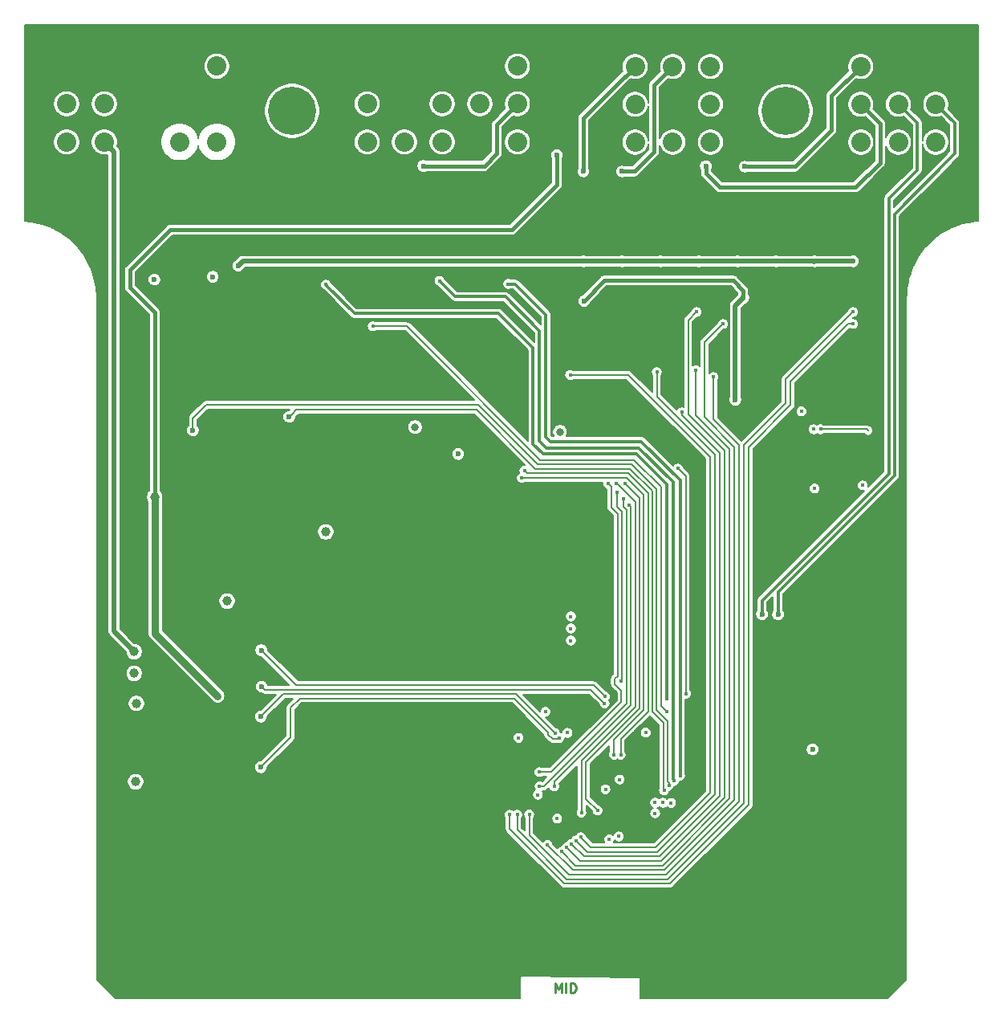
<source format=gbr>
G04 #@! TF.GenerationSoftware,KiCad,Pcbnew,5.1.2-f72e74a~84~ubuntu18.04.1*
G04 #@! TF.CreationDate,2019-08-21T00:14:30+02:00*
G04 #@! TF.ProjectId,Tuareg,54756172-6567-42e6-9b69-6361645f7063,rev?*
G04 #@! TF.SameCoordinates,Original*
G04 #@! TF.FileFunction,Copper,L2,Inr*
G04 #@! TF.FilePolarity,Positive*
%FSLAX46Y46*%
G04 Gerber Fmt 4.6, Leading zero omitted, Abs format (unit mm)*
G04 Created by KiCad (PCBNEW 5.1.2-f72e74a~84~ubuntu18.04.1) date 2019-08-21 00:14:30*
%MOMM*%
%LPD*%
G04 APERTURE LIST*
%ADD10C,0.250000*%
%ADD11C,2.032000*%
%ADD12C,5.080000*%
%ADD13C,1.000000*%
%ADD14C,0.600000*%
%ADD15C,0.400000*%
%ADD16C,0.800000*%
%ADD17C,0.300000*%
%ADD18C,0.750000*%
%ADD19C,0.400000*%
%ADD20C,0.500000*%
%ADD21C,0.200000*%
%ADD22C,0.300000*%
G04 APERTURE END LIST*
D10*
X134183571Y-154300180D02*
X134183571Y-153300180D01*
X134516904Y-154014466D01*
X134850238Y-153300180D01*
X134850238Y-154300180D01*
X135326428Y-154300180D02*
X135326428Y-153300180D01*
X135802619Y-154300180D02*
X135802619Y-153300180D01*
X136040714Y-153300180D01*
X136183571Y-153347800D01*
X136278809Y-153443038D01*
X136326428Y-153538276D01*
X136374047Y-153728752D01*
X136374047Y-153871609D01*
X136326428Y-154062085D01*
X136278809Y-154157323D01*
X136183571Y-154252561D01*
X136040714Y-154300180D01*
X135802619Y-154300180D01*
D11*
X98494660Y-64624061D03*
X98494660Y-60626101D03*
X98494660Y-56651001D03*
D12*
X106422000Y-61350001D03*
X158492000Y-61375401D03*
D11*
X94544960Y-56651001D03*
X94544960Y-60626101D03*
X94544960Y-64624061D03*
X90569860Y-56651001D03*
X90569860Y-60626101D03*
X90569860Y-64624061D03*
X86620160Y-56651001D03*
X86620160Y-60626101D03*
X86620160Y-64624061D03*
X82645060Y-56651001D03*
X82645060Y-60626101D03*
X82645060Y-64624061D03*
X114344260Y-56651001D03*
X114344260Y-60626101D03*
X114344260Y-64624061D03*
X118293960Y-56651001D03*
X118293960Y-60626101D03*
X118293960Y-64624061D03*
X122269060Y-56651001D03*
X122269060Y-60626101D03*
X122269060Y-64624061D03*
X126218760Y-56651001D03*
X126218760Y-60626101D03*
X126218760Y-64624061D03*
X130193860Y-56651001D03*
X130193860Y-60626101D03*
X130193860Y-64624061D03*
X150569740Y-56676401D03*
X150569740Y-60651501D03*
X150569740Y-64649461D03*
X146594640Y-56676401D03*
X146594640Y-60651501D03*
X146594640Y-64649461D03*
X142619540Y-56676401D03*
X142619540Y-60651501D03*
X142619540Y-64649461D03*
X166419340Y-56676401D03*
X166419340Y-60651501D03*
X166419340Y-64649461D03*
X170394440Y-56676401D03*
X170394440Y-60651501D03*
X170394440Y-64649461D03*
X174344140Y-56676401D03*
X174344140Y-60651501D03*
X174344140Y-64649461D03*
D13*
X103225600Y-79095600D03*
X95681800Y-79121000D03*
X94411800Y-79121000D03*
X102006400Y-79095600D03*
X125857000Y-79502000D03*
X127152400Y-79502000D03*
X133705600Y-79756000D03*
X134975600Y-79756000D03*
X97790000Y-94107000D03*
X113792000Y-100685600D03*
X135636000Y-91948000D03*
D14*
X97586800Y-118237000D03*
X162306000Y-73660000D03*
X158242000Y-73660000D03*
X154178000Y-73660000D03*
X166370000Y-73660000D03*
X150114000Y-73660000D03*
X146050000Y-73660000D03*
X141706600Y-73660000D03*
X137922000Y-73660000D03*
D15*
X151892000Y-80772000D03*
X163372800Y-82778600D03*
X147066000Y-82550000D03*
X146634200Y-88874600D03*
X139700000Y-90703400D03*
D13*
X135636000Y-93218000D03*
X113919000Y-79400400D03*
X115163600Y-79400400D03*
D14*
X98196400Y-86385400D03*
D13*
X106172000Y-112268000D03*
D15*
X132638800Y-129108200D03*
D14*
X138379200Y-110134400D03*
X161366200Y-126847600D03*
D15*
X140360400Y-135890000D03*
X133883400Y-124739400D03*
X138887200Y-138150600D03*
X138963400Y-115925600D03*
X130403600Y-132943600D03*
X128270000Y-126593600D03*
X127889000Y-132588000D03*
X130200400Y-130632200D03*
X132969000Y-127787400D03*
X163601400Y-94107000D03*
X166065200Y-94132400D03*
X167233600Y-96342200D03*
X158699200Y-100761800D03*
X158750000Y-104470200D03*
X155727400Y-92227400D03*
X134797800Y-120853200D03*
X127203200Y-134975600D03*
X124637800Y-134950200D03*
X123342400Y-133654800D03*
X122199400Y-132156200D03*
X122199400Y-128625600D03*
X123672600Y-125171200D03*
X127127000Y-124358400D03*
X128193800Y-124409200D03*
X122199400Y-126644400D03*
X122199400Y-130175000D03*
X144957800Y-95123000D03*
X146278600Y-96113600D03*
X147497800Y-97155000D03*
X149275800Y-102311200D03*
X149072600Y-98780600D03*
X149225000Y-100482400D03*
X149275800Y-103860600D03*
X149275800Y-105740200D03*
X149275800Y-107721400D03*
X149275800Y-110159800D03*
X149275800Y-112649000D03*
X149301200Y-115189000D03*
X149275800Y-118668800D03*
X155930600Y-118872000D03*
X162788600Y-116408200D03*
X156972000Y-90932000D03*
X162483800Y-88366600D03*
X163144200Y-90932000D03*
X165760400Y-90932000D03*
X107416600Y-120370600D03*
X107467400Y-124358400D03*
X107467400Y-127558800D03*
X107467400Y-131165600D03*
X104698800Y-132486400D03*
X100380800Y-132562600D03*
X96570800Y-132664200D03*
X92583000Y-134442200D03*
X87299800Y-134442200D03*
X100888800Y-122961400D03*
X93395800Y-114554000D03*
X99085400Y-114706400D03*
X79197200Y-71907400D03*
X113665000Y-106375200D03*
X111556800Y-106984800D03*
X111556800Y-109321600D03*
X111760000Y-112191800D03*
X111760000Y-114808000D03*
X109880400Y-116103400D03*
X116205000Y-106375200D03*
X117957600Y-105587800D03*
X118872000Y-100736400D03*
X118237000Y-103682800D03*
X121716800Y-104317800D03*
X129565400Y-101015800D03*
X131241800Y-101244400D03*
X133807200Y-101244400D03*
X136550400Y-101219000D03*
X138861800Y-102946200D03*
X139522200Y-104775000D03*
X139547600Y-108585000D03*
X132638800Y-112776000D03*
X130911600Y-113690400D03*
X138150600Y-119837200D03*
X130251200Y-121005600D03*
X112090200Y-121056400D03*
X116128800Y-121005600D03*
X120700800Y-121081800D03*
X124510800Y-121081800D03*
X119938800Y-112191800D03*
X125298200Y-107746800D03*
X115366800Y-116179600D03*
X116586000Y-109601000D03*
X123240800Y-115595400D03*
X130759200Y-107238800D03*
X109804200Y-124688600D03*
X114300000Y-124739400D03*
X119202200Y-124739400D03*
X114579400Y-129514600D03*
X114528600Y-136372600D03*
X114604800Y-142824200D03*
X112826800Y-147142200D03*
X116255800Y-154203400D03*
X110007400Y-140157200D03*
X102870000Y-142367000D03*
X98933000Y-153517600D03*
X87325200Y-144297400D03*
X124561600Y-137769600D03*
X128092200Y-140081000D03*
X131064000Y-141859000D03*
X134340600Y-144805400D03*
X138049000Y-145288000D03*
X143306800Y-145186400D03*
X147015200Y-144856200D03*
X150114000Y-141655800D03*
X153162000Y-138760200D03*
X155727400Y-136067800D03*
X157581600Y-133273800D03*
X160655000Y-131521200D03*
X163271200Y-129895600D03*
X163779200Y-127127000D03*
X160147000Y-124891800D03*
X163118800Y-121589800D03*
X165531800Y-119405400D03*
X167309800Y-116052600D03*
X165709600Y-153924000D03*
X155803600Y-153949400D03*
X143611600Y-153924000D03*
X129895600Y-153949400D03*
X165684200Y-145059400D03*
X165658800Y-137261600D03*
X160655000Y-149682200D03*
X156235400Y-144602200D03*
X150952200Y-149656800D03*
X141681200Y-149656800D03*
X133553200Y-149682200D03*
X160274000Y-140233400D03*
X121970800Y-153466800D03*
X123875800Y-148894800D03*
X123037600Y-142824200D03*
X128549400Y-146126200D03*
X118846600Y-146126200D03*
X120192800Y-137845800D03*
X103835200Y-137566400D03*
X106146600Y-145542000D03*
X91948000Y-154000200D03*
X97256600Y-138125200D03*
X99898200Y-146913600D03*
X106070400Y-154228800D03*
X131521200Y-82448400D03*
X155346400Y-104444800D03*
D13*
X98654000Y-105053996D03*
D14*
X128143000Y-70485000D03*
X128143000Y-71831200D03*
D15*
X104876600Y-65608200D03*
X114020600Y-95148400D03*
X116459000Y-93853000D03*
D14*
X97434400Y-126669800D03*
D13*
X102616000Y-104546400D03*
D15*
X101015800Y-82245200D03*
X129108200Y-90678000D03*
X128727200Y-111887000D03*
X133832600Y-110007400D03*
X126669800Y-118135400D03*
X103174800Y-108839000D03*
X89484200Y-109728000D03*
X158978600Y-120294400D03*
X148361400Y-126009400D03*
X148361400Y-128244600D03*
X148310600Y-130835400D03*
X95097600Y-144145000D03*
X100406200Y-87249000D03*
X104495600Y-94030800D03*
X112776000Y-83693000D03*
X154990800Y-88366600D03*
X133654800Y-106553000D03*
X138861800Y-101244400D03*
X133858000Y-103835200D03*
X130987800Y-103911400D03*
X130200400Y-109677200D03*
X122072400Y-98958400D03*
X121031000Y-108331000D03*
X128803400Y-99644200D03*
X122682000Y-101650800D03*
X111480600Y-118211600D03*
X119126000Y-118262400D03*
X115316000Y-118262400D03*
X123113800Y-118211600D03*
X124231400Y-111963200D03*
X115519200Y-112598200D03*
X110109000Y-135077200D03*
X116636800Y-133070600D03*
X104673400Y-149987000D03*
X91186000Y-137922000D03*
X106222800Y-95300800D03*
X124536200Y-94005400D03*
X124510800Y-91516200D03*
X133654800Y-108508800D03*
X139522200Y-106730800D03*
X136398000Y-105740200D03*
X136448800Y-103073200D03*
X136398000Y-108102400D03*
X125907800Y-100533200D03*
X128270000Y-102641400D03*
X124815600Y-103174800D03*
X128524000Y-105613200D03*
X124536200Y-105359200D03*
X126695200Y-109982000D03*
X119075200Y-115443000D03*
X123621800Y-87198200D03*
X128955800Y-84963000D03*
X126390400Y-90043000D03*
X129082800Y-93065600D03*
X127736600Y-83820000D03*
X129108200Y-86664800D03*
X124917200Y-84353400D03*
X128092200Y-81813400D03*
X124917200Y-88747600D03*
X126619000Y-86791800D03*
X120446800Y-87884000D03*
X112471200Y-94310200D03*
X117703600Y-95377000D03*
X158699200Y-83972400D03*
X157683200Y-88188800D03*
X142214600Y-80416400D03*
X146634200Y-90703400D03*
X139674600Y-93675200D03*
X139649200Y-87680800D03*
X104470200Y-84734400D03*
X101244400Y-94716600D03*
X108102400Y-79502000D03*
X104800400Y-72136000D03*
X108280200Y-69011800D03*
D14*
X128193800Y-75615800D03*
D15*
X135051800Y-124333000D03*
X126974600Y-98958400D03*
X126949200Y-96469200D03*
X122047000Y-96139000D03*
X108254800Y-71831200D03*
X138303000Y-58267600D03*
X138303000Y-62966600D03*
X138277600Y-54457600D03*
X132435600Y-67030600D03*
X133884600Y-137845800D03*
X144171600Y-127941000D03*
D13*
X97790000Y-95224600D03*
D15*
X167233600Y-106629200D03*
X167233600Y-104114600D03*
X167233600Y-97917000D03*
X167309800Y-112064800D03*
X156260800Y-102285800D03*
X162890200Y-102336600D03*
X163169600Y-112369600D03*
X160909000Y-118237000D03*
X161569400Y-110007400D03*
X167233600Y-99441000D03*
D14*
X98577400Y-123037600D03*
X134366000Y-66040000D03*
D13*
X91922600Y-102082600D03*
X109982000Y-105740200D03*
D14*
X154025600Y-81051400D03*
X137236200Y-81407000D03*
X153187400Y-91795600D03*
D16*
X134696200Y-95199200D03*
X119405400Y-94691200D03*
D13*
X99568000Y-113030000D03*
D15*
X140893800Y-137845800D03*
X130302000Y-127457200D03*
X134391400Y-135966200D03*
D14*
X161340800Y-128676400D03*
D15*
X133172200Y-124688600D03*
X143738600Y-126898400D03*
D14*
X165608000Y-77216000D03*
X157480000Y-77216000D03*
X153416000Y-77216000D03*
X161544000Y-77216000D03*
X149326600Y-77216000D03*
X145288000Y-77216000D03*
X141224000Y-77216000D03*
X137160000Y-77216000D03*
X123952000Y-97536000D03*
X100736400Y-77698604D03*
D15*
X134086600Y-132562600D03*
X142011400Y-102895400D03*
X141401800Y-102235000D03*
X132537200Y-132562600D03*
X132511800Y-131064000D03*
X139750800Y-100634800D03*
X141528800Y-100634800D03*
X138658598Y-135102600D03*
X136956800Y-135331200D03*
X140639802Y-100634800D03*
X141097000Y-121488200D03*
X140690596Y-101600000D03*
D14*
X156006800Y-114427000D03*
X157708600Y-114452400D03*
D15*
X166624000Y-100838000D03*
X145669000Y-132994400D03*
D14*
X106121200Y-93624402D03*
D15*
X146177000Y-132461000D03*
D14*
X95961200Y-95021400D03*
D15*
X140970000Y-131851400D03*
X139877800Y-138150600D03*
X132359400Y-133451600D03*
D14*
X120269000Y-67157596D03*
D15*
X148005800Y-122783600D03*
X147142200Y-99060000D03*
X161442400Y-94919800D03*
X144729200Y-135407400D03*
X162179002Y-94919800D03*
D17*
X167182800Y-95072200D03*
D15*
X144729200Y-134289800D03*
X145567400Y-134289800D03*
X146405594Y-134315206D03*
D14*
X103174800Y-118211600D03*
D15*
X139420600Y-123088400D03*
D14*
X103200200Y-122047000D03*
D15*
X139395200Y-123825000D03*
D14*
X98049000Y-78841600D03*
X103124000Y-130556000D03*
D15*
X134620000Y-127457200D03*
D14*
X103124000Y-125222000D03*
D15*
X134162796Y-126949200D03*
D14*
X91897203Y-79146397D03*
D15*
X141097000Y-129235198D03*
X130937000Y-99288600D03*
X140385800Y-129235200D03*
X130657600Y-100050600D03*
X121970800Y-79273404D03*
X146761200Y-131953000D03*
X147370800Y-131445000D03*
X129235200Y-79603600D03*
X145948400Y-123367800D03*
X109984292Y-79677508D03*
X114935000Y-84074000D03*
X145948400Y-124663200D03*
X139496800Y-132892800D03*
X160172400Y-93040204D03*
X147548600Y-93141800D03*
X135890000Y-138633200D03*
D13*
X89763600Y-120650000D03*
X89763600Y-118364000D03*
X89916000Y-132080000D03*
X89992200Y-123825000D03*
D15*
X135483600Y-126923800D03*
X135839200Y-117195600D03*
X135839200Y-115925600D03*
X135839200Y-114655600D03*
X161544000Y-101168198D03*
X151892000Y-83820000D03*
X133375400Y-138760200D03*
D14*
X154178000Y-67233800D03*
X150088600Y-67183000D03*
X137160000Y-67741800D03*
X141224000Y-67741800D03*
D15*
X149021800Y-88722200D03*
X134874000Y-139446000D03*
X136384600Y-138277598D03*
X144907000Y-88900000D03*
X135763000Y-89204800D03*
X136884600Y-137922000D03*
X165608000Y-82550000D03*
X130175000Y-135559800D03*
X165608000Y-83820000D03*
X129387568Y-135559800D03*
X150876000Y-89408000D03*
X131445000Y-135534400D03*
X149098000Y-82550000D03*
X135384610Y-139014200D03*
D18*
X91973400Y-102133400D02*
X91922600Y-102082600D01*
X98577400Y-123037600D02*
X91973400Y-116433600D01*
X91973400Y-116433600D02*
X91973400Y-102133400D01*
D19*
X93548200Y-73914000D02*
X89306400Y-78155800D01*
X129590800Y-73914000D02*
X93548200Y-73914000D01*
X134366000Y-66040000D02*
X134366000Y-69138800D01*
X134366000Y-69138800D02*
X129590800Y-73914000D01*
X91922600Y-82600800D02*
X89331800Y-80010000D01*
X91922600Y-102082600D02*
X91922600Y-82600800D01*
X89306400Y-78181200D02*
X89331800Y-78155800D01*
X89306400Y-79984600D02*
X89306400Y-78181200D01*
X139395200Y-79248000D02*
X137236200Y-81407000D01*
X152965685Y-79248000D02*
X139395200Y-79248000D01*
X154025600Y-81051400D02*
X154025600Y-80307915D01*
X154025600Y-80307915D02*
X152965685Y-79248000D01*
D20*
X153187400Y-81889600D02*
X154025600Y-81051400D01*
X153187400Y-91795600D02*
X153187400Y-81889600D01*
D19*
X161493200Y-77266800D02*
X161467800Y-77241400D01*
D20*
X165608000Y-77216000D02*
X161544000Y-77216000D01*
X160978315Y-77216000D02*
X157480000Y-77216000D01*
X157480000Y-77216000D02*
X153416000Y-77216000D01*
X153416000Y-77216000D02*
X149326600Y-77216000D01*
X149326600Y-77216000D02*
X145288000Y-77216000D01*
X145288000Y-77216000D02*
X141224000Y-77216000D01*
X141224000Y-77216000D02*
X137160000Y-77216000D01*
X160978315Y-77216000D02*
X161544000Y-77216000D01*
X137160000Y-77216000D02*
X101219004Y-77216000D01*
X101036399Y-77398605D02*
X100736400Y-77698604D01*
X101219004Y-77216000D02*
X101036399Y-77398605D01*
D21*
X142163800Y-103047800D02*
X142011400Y-102895400D01*
X142163800Y-124002800D02*
X142163800Y-103047800D01*
X134086600Y-132562600D02*
X134086600Y-132080000D01*
X134086600Y-132080000D02*
X142163800Y-124002800D01*
X141706600Y-123825000D02*
X132969000Y-132562600D01*
X141706600Y-103428800D02*
X141706600Y-123825000D01*
X132969000Y-132562600D02*
X132537200Y-132562600D01*
X141401800Y-102235000D02*
X141401800Y-103124000D01*
X141401800Y-103124000D02*
X141706600Y-103428800D01*
X140766800Y-103835200D02*
X140081000Y-103149400D01*
X133807200Y-131064000D02*
X141173200Y-123698000D01*
X140081000Y-103149400D02*
X140081000Y-100965000D01*
X132511800Y-131064000D02*
X133807200Y-131064000D01*
X140081000Y-100965000D02*
X139750800Y-100634800D01*
X140766800Y-120929400D02*
X140766800Y-103835200D01*
X140487400Y-121208800D02*
X140766800Y-120929400D01*
X141173200Y-123698000D02*
X141173200Y-122453400D01*
X141173200Y-122453400D02*
X140487400Y-121767600D01*
X140487400Y-121767600D02*
X140487400Y-121208800D01*
X138658598Y-135102598D02*
X138658598Y-135102600D01*
X137439400Y-130022600D02*
X137439400Y-133883400D01*
X143078200Y-124383800D02*
X137439400Y-130022600D01*
X137439400Y-133883400D02*
X138658598Y-135102598D01*
X141528800Y-100634800D02*
X143078200Y-102184200D01*
X143078200Y-102184200D02*
X143078200Y-124383800D01*
X140839801Y-100834799D02*
X140639802Y-100634800D01*
X142621000Y-102615998D02*
X140839801Y-100834799D01*
X136956800Y-135331200D02*
X136956800Y-129844800D01*
X142621000Y-124180600D02*
X142621000Y-102615998D01*
X136956800Y-129844800D02*
X142621000Y-124180600D01*
X141249400Y-103632000D02*
X140690600Y-103073200D01*
X140690600Y-103073200D02*
X140690600Y-101600004D01*
X141097000Y-121488200D02*
X141249400Y-121335800D01*
X140690600Y-101600004D02*
X140690596Y-101600000D01*
X141249400Y-121335800D02*
X141249400Y-103632000D01*
D22*
X156006800Y-112979200D02*
X156006800Y-114427000D01*
X169392600Y-99593400D02*
X156006800Y-112979200D01*
X169392600Y-70586600D02*
X169392600Y-99593400D01*
X172389800Y-67589400D02*
X169392600Y-70586600D01*
X170394440Y-60651501D02*
X172389800Y-62646861D01*
X172389800Y-62646861D02*
X172389800Y-67589400D01*
X176352200Y-62659561D02*
X174344140Y-60651501D01*
X176352200Y-65836800D02*
X176352200Y-62659561D01*
X157708600Y-112064800D02*
X169976800Y-99796600D01*
X169976800Y-99796600D02*
X169976800Y-72237600D01*
X175710141Y-66478859D02*
X176352200Y-65836800D01*
X157708600Y-114452400D02*
X157708600Y-112064800D01*
X175710141Y-66504259D02*
X175710141Y-66478859D01*
X169976800Y-72237600D02*
X175710141Y-66504259D01*
D21*
X106421199Y-93324403D02*
X106121200Y-93624402D01*
X106883202Y-92862400D02*
X106421199Y-93324403D01*
X132105400Y-99085400D02*
X125882400Y-92862400D01*
X145592800Y-132918200D02*
X145592800Y-125882400D01*
X145669000Y-132994400D02*
X145592800Y-132918200D01*
X145592800Y-125882400D02*
X144424400Y-124714000D01*
X144424400Y-124714000D02*
X144424400Y-101422200D01*
X125882400Y-92862400D02*
X106883202Y-92862400D01*
X144424400Y-101422200D02*
X142087600Y-99085400D01*
X142087600Y-99085400D02*
X132105400Y-99085400D01*
X95961200Y-93751400D02*
X95961200Y-95021400D01*
X97358200Y-92354400D02*
X95961200Y-93751400D01*
X126085600Y-92354400D02*
X97358200Y-92354400D01*
X132334000Y-98602800D02*
X126085600Y-92354400D01*
X142265400Y-98602800D02*
X132334000Y-98602800D01*
X146177000Y-132178158D02*
X146050000Y-132051158D01*
X146050000Y-132051158D02*
X146050000Y-125679200D01*
X146177000Y-132461000D02*
X146177000Y-132178158D01*
X144881600Y-124510800D02*
X144881600Y-101219000D01*
X144881600Y-101219000D02*
X142265400Y-98602800D01*
X146050000Y-125679200D02*
X144881600Y-124510800D01*
D19*
X126720604Y-67157596D02*
X120693264Y-67157596D01*
X128041400Y-62778561D02*
X128041400Y-65836800D01*
X120693264Y-67157596D02*
X120269000Y-67157596D01*
X128041400Y-65836800D02*
X126720604Y-67157596D01*
X130193860Y-60626101D02*
X128041400Y-62778561D01*
D21*
X147955000Y-122732800D02*
X148005800Y-122783600D01*
X147955000Y-99872800D02*
X147955000Y-122732800D01*
X147142200Y-99060000D02*
X147955000Y-99872800D01*
X167032801Y-94922201D02*
X167182800Y-95072200D01*
X162179002Y-94919800D02*
X167030400Y-94919800D01*
X167030400Y-94919800D02*
X167032801Y-94922201D01*
X106857800Y-121920000D02*
X138252200Y-121920000D01*
X138252200Y-121920000D02*
X139420600Y-123088400D01*
X103174800Y-118211600D02*
X103174800Y-118237000D01*
X103174800Y-118237000D02*
X106857800Y-121920000D01*
X137947400Y-122377200D02*
X139395200Y-123825000D01*
X103530400Y-122377200D02*
X137947400Y-122377200D01*
X103200200Y-122047000D02*
X103530400Y-122377200D01*
X134493000Y-127584200D02*
X134620000Y-127457200D01*
X133451600Y-127114300D02*
X133921500Y-127584200D01*
X106273600Y-127406400D02*
X106273600Y-124282200D01*
X103124000Y-130556000D02*
X106273600Y-127406400D01*
X106273600Y-124282200D02*
X107264200Y-123291600D01*
X107264200Y-123291600D02*
X129844800Y-123291600D01*
X133921500Y-127584200D02*
X134493000Y-127584200D01*
X129844800Y-123291600D02*
X133451600Y-126898400D01*
X133451600Y-126898400D02*
X133451600Y-127114300D01*
X133962797Y-126749201D02*
X134162796Y-126949200D01*
X130047996Y-122834400D02*
X133962797Y-126749201D01*
X103124000Y-125222000D02*
X105511600Y-122834400D01*
X105511600Y-122834400D02*
X130047996Y-122834400D01*
X141097000Y-129235198D02*
X141097000Y-127558800D01*
X131136999Y-99488599D02*
X130937000Y-99288600D01*
X141097000Y-127558800D02*
X143976778Y-124679022D01*
X143976778Y-124679022D02*
X143976778Y-101627456D01*
X131206822Y-99558422D02*
X131136999Y-99488599D01*
X143976778Y-101627456D02*
X141907744Y-99558422D01*
X141907744Y-99558422D02*
X131206822Y-99558422D01*
X130940442Y-100050600D02*
X130657600Y-100050600D01*
X141757400Y-100050600D02*
X130940442Y-100050600D01*
X143535400Y-101828600D02*
X141757400Y-100050600D01*
X143535400Y-124536200D02*
X143535400Y-101828600D01*
X140385800Y-129235200D02*
X140385800Y-127685800D01*
X140385800Y-127685800D02*
X143535400Y-124536200D01*
D22*
X146608796Y-131800596D02*
X146761200Y-131953000D01*
X142976600Y-96875600D02*
X146608796Y-100507796D01*
X132537200Y-96113600D02*
X133299200Y-96875600D01*
X133299200Y-96875600D02*
X142976600Y-96875600D01*
X121970800Y-79273404D02*
X123647196Y-80949800D01*
X146608796Y-100507796D02*
X146608796Y-131800596D01*
X123647196Y-80949800D02*
X128930400Y-80949800D01*
X128930400Y-80949800D02*
X132537200Y-84556600D01*
X132537200Y-84556600D02*
X132537200Y-96113600D01*
X129946400Y-79603600D02*
X129235200Y-79603600D01*
X147370800Y-131445000D02*
X147370800Y-100330000D01*
X133197600Y-95758000D02*
X133197600Y-82854800D01*
X143256000Y-96215200D02*
X133654800Y-96215200D01*
X133654800Y-96215200D02*
X133197600Y-95758000D01*
X147370800Y-100330000D02*
X143256000Y-96215200D01*
X133197600Y-82854800D02*
X129946400Y-79603600D01*
X110184291Y-79877507D02*
X109984292Y-79677508D01*
X128193800Y-82702400D02*
X113009184Y-82702400D01*
X142722600Y-97536000D02*
X132892800Y-97536000D01*
X113009184Y-82702400D02*
X110184291Y-79877507D01*
X145948400Y-123367800D02*
X145948400Y-100761800D01*
X132892800Y-97536000D02*
X131851400Y-96494600D01*
X131851400Y-96494600D02*
X131851400Y-86360000D01*
X145948400Y-100761800D02*
X142722600Y-97536000D01*
X131851400Y-86360000D02*
X128193800Y-82702400D01*
D21*
X145923000Y-124663200D02*
X145948400Y-124663200D01*
X118541800Y-84074000D02*
X132613400Y-98145600D01*
X145338800Y-124079000D02*
X145923000Y-124663200D01*
X142494000Y-98145600D02*
X145338800Y-100990400D01*
X114935000Y-84074000D02*
X118541800Y-84074000D01*
X132613400Y-98145600D02*
X142494000Y-98145600D01*
X145338800Y-100990400D02*
X145338800Y-124079000D01*
X137210800Y-139954000D02*
X135890000Y-138633200D01*
X145186400Y-139954000D02*
X137210800Y-139954000D01*
X151587200Y-133553200D02*
X145186400Y-139954000D01*
X151587200Y-97463242D02*
X151587200Y-133553200D01*
X147548600Y-93141800D02*
X147548600Y-93424642D01*
X147548600Y-93424642D02*
X151587200Y-97463242D01*
D18*
X86614000Y-64630221D02*
X86620160Y-64624061D01*
D20*
X87630000Y-65646221D02*
X86614000Y-64630221D01*
X87630000Y-116230400D02*
X87630000Y-65646221D01*
X89763600Y-118364000D02*
X87630000Y-116230400D01*
D21*
X133375400Y-138760200D02*
X133375400Y-138633200D01*
X136017000Y-141401800D02*
X133375400Y-138760200D01*
X151892000Y-83820000D02*
X149936200Y-85775800D01*
X149936200Y-93649800D02*
X153085800Y-96799400D01*
X153085800Y-96799400D02*
X153085800Y-133991900D01*
X145675900Y-141401800D02*
X136017000Y-141401800D01*
X149936200Y-85775800D02*
X149936200Y-93649800D01*
X153085800Y-133991900D02*
X145675900Y-141401800D01*
D19*
X163322000Y-59773741D02*
X166419340Y-56676401D01*
X154178000Y-67233800D02*
X159486600Y-67233800D01*
X163322000Y-63398400D02*
X163322000Y-59773741D01*
X159486600Y-67233800D02*
X163322000Y-63398400D01*
X170387979Y-64643000D02*
X170394440Y-64649461D01*
X170387979Y-64663621D02*
X170387979Y-64643000D01*
X165887400Y-69392800D02*
X168452800Y-66827400D01*
X151536400Y-69392800D02*
X165887400Y-69392800D01*
X150088600Y-67183000D02*
X150088600Y-67945000D01*
X168452800Y-62684961D02*
X166419340Y-60651501D01*
X168452800Y-66827400D02*
X168452800Y-62684961D01*
X150088600Y-67945000D02*
X151536400Y-69392800D01*
X142619540Y-56676401D02*
X140462000Y-58833941D01*
X137160000Y-62128400D02*
X137160000Y-67741800D01*
X140462000Y-58826400D02*
X137160000Y-62128400D01*
X144627600Y-58643441D02*
X146594640Y-56676401D01*
X144627600Y-65684400D02*
X144627600Y-58643441D01*
X141224000Y-67741800D02*
X142570200Y-67741800D01*
X142570200Y-67741800D02*
X144627600Y-65684400D01*
D21*
X136347200Y-140919200D02*
X134874000Y-139446000D01*
X145516600Y-140919200D02*
X136347200Y-140919200D01*
X152603200Y-133832600D02*
X145516600Y-140919200D01*
X149021800Y-88722200D02*
X149021800Y-93446600D01*
X152603200Y-97028000D02*
X152603200Y-133832600D01*
X149021800Y-93446600D02*
X152603200Y-97028000D01*
X136384600Y-138277598D02*
X137578402Y-139471400D01*
X144907000Y-91465400D02*
X144907000Y-89182842D01*
X144907000Y-89182842D02*
X144907000Y-88900000D01*
X151053800Y-97612200D02*
X144907000Y-91465400D01*
X151053800Y-133400800D02*
X151053800Y-97612200D01*
X144983200Y-139471400D02*
X151053800Y-133400800D01*
X137578402Y-139471400D02*
X144983200Y-139471400D01*
X137084599Y-138121999D02*
X136884600Y-137922000D01*
X137951400Y-138988800D02*
X137084599Y-138121999D01*
X135788400Y-89179400D02*
X141859000Y-89179400D01*
X135763000Y-89204800D02*
X135788400Y-89179400D01*
X150520400Y-97840800D02*
X150520400Y-133248400D01*
X141859000Y-89179400D02*
X150520400Y-97840800D01*
X150520400Y-133248400D02*
X144780000Y-138988800D01*
X144780000Y-138988800D02*
X137951400Y-138988800D01*
X130175000Y-137134600D02*
X130175000Y-135559800D01*
X135407400Y-142367000D02*
X130175000Y-137134600D01*
X158496000Y-89662000D02*
X158496000Y-92176600D01*
X165608000Y-82550000D02*
X158496000Y-89662000D01*
X154076400Y-134366000D02*
X146075400Y-142367000D01*
X158496000Y-92176600D02*
X154076400Y-96596200D01*
X154076400Y-96596200D02*
X154076400Y-134366000D01*
X146075400Y-142367000D02*
X135407400Y-142367000D01*
X135153400Y-142824200D02*
X129387568Y-137058368D01*
X165074600Y-83820000D02*
X159004000Y-89890600D01*
X165608000Y-83820000D02*
X165074600Y-83820000D01*
X159004000Y-89890600D02*
X159004000Y-92379800D01*
X154584400Y-134543800D02*
X146304000Y-142824200D01*
X129387568Y-137058368D02*
X129387568Y-135559800D01*
X146304000Y-142824200D02*
X135153400Y-142824200D01*
X159004000Y-92379800D02*
X154584400Y-96799400D01*
X154584400Y-96799400D02*
X154584400Y-134543800D01*
X150876000Y-89408000D02*
X150876000Y-93878400D01*
X153568400Y-96570800D02*
X153568400Y-134188200D01*
X131445000Y-137693400D02*
X131445000Y-135534400D01*
X150876000Y-93878400D02*
X153568400Y-96570800D01*
X153568400Y-134188200D02*
X145872200Y-141884400D01*
X145872200Y-141884400D02*
X135636000Y-141884400D01*
X135636000Y-141884400D02*
X131445000Y-137693400D01*
X152095200Y-97205800D02*
X152095200Y-97256600D01*
X148209000Y-83413600D02*
X148209000Y-93319600D01*
X149098000Y-82550000D02*
X149072600Y-82550000D01*
X148209000Y-93319600D02*
X152095200Y-97205800D01*
X149072600Y-82550000D02*
X148209000Y-83413600D01*
X136804400Y-140436600D02*
X135384600Y-139016800D01*
X145364200Y-140436600D02*
X136804400Y-140436600D01*
X152095200Y-97205800D02*
X152095200Y-133705600D01*
X152095200Y-133705600D02*
X145364200Y-140436600D01*
G36*
X178824001Y-72960694D02*
G01*
X178366358Y-72988684D01*
X178358329Y-72989762D01*
X178350242Y-72989946D01*
X178303502Y-72996764D01*
X177221432Y-73210038D01*
X177211020Y-73212886D01*
X177200386Y-73214685D01*
X177155119Y-73228179D01*
X176115172Y-73595423D01*
X176105282Y-73599744D01*
X176095018Y-73603059D01*
X176052173Y-73622947D01*
X175076133Y-74136467D01*
X175066968Y-74142171D01*
X175057292Y-74146933D01*
X175017767Y-74172797D01*
X174126079Y-74821835D01*
X174117834Y-74828803D01*
X174108946Y-74834911D01*
X174073593Y-74866188D01*
X174073568Y-74866209D01*
X174073561Y-74866216D01*
X173284913Y-75637171D01*
X173277762Y-75645254D01*
X173269847Y-75652583D01*
X173239380Y-75688636D01*
X173239358Y-75688661D01*
X173239352Y-75688670D01*
X172570257Y-76565394D01*
X172564345Y-76574428D01*
X172557574Y-76582820D01*
X172532613Y-76622921D01*
X171997082Y-77587060D01*
X171992538Y-77596848D01*
X171987047Y-77606134D01*
X171968136Y-77649418D01*
X171577393Y-78680767D01*
X171574311Y-78691106D01*
X171570216Y-78701090D01*
X171557752Y-78746651D01*
X171319983Y-79823602D01*
X171318425Y-79834278D01*
X171315815Y-79844748D01*
X171310058Y-79891631D01*
X171241996Y-80829674D01*
X171239826Y-80833733D01*
X171211236Y-80927983D01*
X171204001Y-81001440D01*
X171204000Y-152954894D01*
X169210895Y-154948000D01*
X143152800Y-154948000D01*
X143152800Y-152781000D01*
X143151034Y-152762291D01*
X143145497Y-152743486D01*
X143136397Y-152726122D01*
X143124084Y-152710868D01*
X143109033Y-152698308D01*
X143091820Y-152688927D01*
X143073107Y-152683084D01*
X143053615Y-152681003D01*
X130582215Y-152579403D01*
X130561891Y-152581321D01*
X130543132Y-152587012D01*
X130525843Y-152596253D01*
X130510689Y-152608689D01*
X130498253Y-152623843D01*
X130489012Y-152641132D01*
X130483321Y-152659891D01*
X130481400Y-152679400D01*
X130481400Y-154948000D01*
X87837105Y-154948000D01*
X87746923Y-154857818D01*
X87746919Y-154857813D01*
X85844000Y-152954895D01*
X85844000Y-135500705D01*
X128787568Y-135500705D01*
X128787568Y-135618895D01*
X128810626Y-135734814D01*
X128855855Y-135844007D01*
X128887569Y-135891470D01*
X128887568Y-137033808D01*
X128885149Y-137058368D01*
X128887568Y-137082927D01*
X128894803Y-137156384D01*
X128923393Y-137250634D01*
X128969822Y-137337497D01*
X129032304Y-137413632D01*
X129051392Y-137429297D01*
X134782480Y-143160387D01*
X134798136Y-143179464D01*
X134874271Y-143241946D01*
X134961133Y-143288375D01*
X135055383Y-143316965D01*
X135153400Y-143326619D01*
X135177960Y-143324200D01*
X146279440Y-143324200D01*
X146304000Y-143326619D01*
X146328560Y-143324200D01*
X146402017Y-143316965D01*
X146496267Y-143288375D01*
X146583129Y-143241946D01*
X146659264Y-143179464D01*
X146674929Y-143160376D01*
X154920581Y-134914725D01*
X154939664Y-134899064D01*
X155002146Y-134822929D01*
X155048575Y-134736067D01*
X155068492Y-134670408D01*
X155077165Y-134641818D01*
X155086819Y-134543800D01*
X155084400Y-134519240D01*
X155084400Y-128607456D01*
X160640800Y-128607456D01*
X160640800Y-128745344D01*
X160667701Y-128880582D01*
X160720468Y-129007974D01*
X160797074Y-129122624D01*
X160894576Y-129220126D01*
X161009226Y-129296732D01*
X161136618Y-129349499D01*
X161271856Y-129376400D01*
X161409744Y-129376400D01*
X161544982Y-129349499D01*
X161672374Y-129296732D01*
X161787024Y-129220126D01*
X161884526Y-129122624D01*
X161961132Y-129007974D01*
X162013899Y-128880582D01*
X162040800Y-128745344D01*
X162040800Y-128607456D01*
X162013899Y-128472218D01*
X161961132Y-128344826D01*
X161884526Y-128230176D01*
X161787024Y-128132674D01*
X161672374Y-128056068D01*
X161544982Y-128003301D01*
X161409744Y-127976400D01*
X161271856Y-127976400D01*
X161136618Y-128003301D01*
X161009226Y-128056068D01*
X160894576Y-128132674D01*
X160797074Y-128230176D01*
X160720468Y-128344826D01*
X160667701Y-128472218D01*
X160640800Y-128607456D01*
X155084400Y-128607456D01*
X155084400Y-114358056D01*
X155306800Y-114358056D01*
X155306800Y-114495944D01*
X155333701Y-114631182D01*
X155386468Y-114758574D01*
X155463074Y-114873224D01*
X155560576Y-114970726D01*
X155675226Y-115047332D01*
X155802618Y-115100099D01*
X155937856Y-115127000D01*
X156075744Y-115127000D01*
X156210982Y-115100099D01*
X156338374Y-115047332D01*
X156453024Y-114970726D01*
X156550526Y-114873224D01*
X156627132Y-114758574D01*
X156679899Y-114631182D01*
X156706800Y-114495944D01*
X156706800Y-114358056D01*
X156679899Y-114222818D01*
X156627132Y-114095426D01*
X156556800Y-113990166D01*
X156556800Y-113207017D01*
X157158601Y-112605216D01*
X157158600Y-114015566D01*
X157088268Y-114120826D01*
X157035501Y-114248218D01*
X157008600Y-114383456D01*
X157008600Y-114521344D01*
X157035501Y-114656582D01*
X157088268Y-114783974D01*
X157164874Y-114898624D01*
X157262376Y-114996126D01*
X157377026Y-115072732D01*
X157504418Y-115125499D01*
X157639656Y-115152400D01*
X157777544Y-115152400D01*
X157912782Y-115125499D01*
X158040174Y-115072732D01*
X158154824Y-114996126D01*
X158252326Y-114898624D01*
X158328932Y-114783974D01*
X158381699Y-114656582D01*
X158408600Y-114521344D01*
X158408600Y-114383456D01*
X158381699Y-114248218D01*
X158328932Y-114120826D01*
X158258600Y-114015566D01*
X158258600Y-112292617D01*
X170346604Y-100204613D01*
X170367590Y-100187390D01*
X170436321Y-100103642D01*
X170456939Y-100065068D01*
X170487392Y-100008095D01*
X170518842Y-99904419D01*
X170520400Y-99888600D01*
X170526800Y-99823618D01*
X170526800Y-99823611D01*
X170529460Y-99796600D01*
X170526800Y-99769589D01*
X170526800Y-72465417D01*
X176079945Y-66912272D01*
X176100931Y-66895049D01*
X176121777Y-66869649D01*
X176169662Y-66811301D01*
X176185905Y-66780912D01*
X176722004Y-66244813D01*
X176742990Y-66227590D01*
X176811721Y-66143842D01*
X176862792Y-66048294D01*
X176894242Y-65944619D01*
X176902200Y-65863818D01*
X176902200Y-65863811D01*
X176904860Y-65836800D01*
X176902200Y-65809789D01*
X176902200Y-62686572D01*
X176904860Y-62659561D01*
X176902200Y-62632550D01*
X176902200Y-62632543D01*
X176894242Y-62551742D01*
X176890389Y-62539041D01*
X176862792Y-62448066D01*
X176811721Y-62352519D01*
X176760213Y-62289757D01*
X176742990Y-62268771D01*
X176722004Y-62251548D01*
X175655717Y-61185261D01*
X175705724Y-61064533D01*
X175760140Y-60790965D01*
X175760140Y-60512037D01*
X175705724Y-60238469D01*
X175598983Y-59980774D01*
X175444019Y-59748854D01*
X175246787Y-59551622D01*
X175014867Y-59396658D01*
X174757172Y-59289917D01*
X174483604Y-59235501D01*
X174204676Y-59235501D01*
X173931108Y-59289917D01*
X173673413Y-59396658D01*
X173441493Y-59551622D01*
X173244261Y-59748854D01*
X173089297Y-59980774D01*
X172982556Y-60238469D01*
X172928140Y-60512037D01*
X172928140Y-60790965D01*
X172982556Y-61064533D01*
X173089297Y-61322228D01*
X173244261Y-61554148D01*
X173441493Y-61751380D01*
X173673413Y-61906344D01*
X173931108Y-62013085D01*
X174204676Y-62067501D01*
X174483604Y-62067501D01*
X174757172Y-62013085D01*
X174877900Y-61963078D01*
X175802201Y-62887379D01*
X175802200Y-65608983D01*
X175340336Y-66070847D01*
X175319351Y-66088069D01*
X175302128Y-66109055D01*
X175286236Y-66128419D01*
X175250620Y-66171817D01*
X175234377Y-66202206D01*
X169942600Y-71493983D01*
X169942600Y-70814417D01*
X172759610Y-67997408D01*
X172780590Y-67980190D01*
X172797808Y-67959210D01*
X172797813Y-67959205D01*
X172849321Y-67896442D01*
X172870084Y-67857596D01*
X172900392Y-67800894D01*
X172931842Y-67697219D01*
X172939800Y-67616418D01*
X172939800Y-67616408D01*
X172942460Y-67589400D01*
X172939800Y-67562392D01*
X172939800Y-64847544D01*
X172982556Y-65062493D01*
X173089297Y-65320188D01*
X173244261Y-65552108D01*
X173441493Y-65749340D01*
X173673413Y-65904304D01*
X173931108Y-66011045D01*
X174204676Y-66065461D01*
X174483604Y-66065461D01*
X174757172Y-66011045D01*
X175014867Y-65904304D01*
X175246787Y-65749340D01*
X175444019Y-65552108D01*
X175598983Y-65320188D01*
X175705724Y-65062493D01*
X175760140Y-64788925D01*
X175760140Y-64509997D01*
X175705724Y-64236429D01*
X175598983Y-63978734D01*
X175444019Y-63746814D01*
X175246787Y-63549582D01*
X175014867Y-63394618D01*
X174757172Y-63287877D01*
X174483604Y-63233461D01*
X174204676Y-63233461D01*
X173931108Y-63287877D01*
X173673413Y-63394618D01*
X173441493Y-63549582D01*
X173244261Y-63746814D01*
X173089297Y-63978734D01*
X172982556Y-64236429D01*
X172939800Y-64451378D01*
X172939800Y-62673868D01*
X172942460Y-62646860D01*
X172939800Y-62619852D01*
X172939800Y-62619843D01*
X172931842Y-62539042D01*
X172900392Y-62435367D01*
X172849321Y-62339819D01*
X172808236Y-62289757D01*
X172797813Y-62277056D01*
X172797808Y-62277051D01*
X172780590Y-62256071D01*
X172759610Y-62238853D01*
X171706017Y-61185260D01*
X171756024Y-61064533D01*
X171810440Y-60790965D01*
X171810440Y-60512037D01*
X171756024Y-60238469D01*
X171649283Y-59980774D01*
X171494319Y-59748854D01*
X171297087Y-59551622D01*
X171065167Y-59396658D01*
X170807472Y-59289917D01*
X170533904Y-59235501D01*
X170254976Y-59235501D01*
X169981408Y-59289917D01*
X169723713Y-59396658D01*
X169491793Y-59551622D01*
X169294561Y-59748854D01*
X169139597Y-59980774D01*
X169032856Y-60238469D01*
X168978440Y-60512037D01*
X168978440Y-60790965D01*
X169032856Y-61064533D01*
X169139597Y-61322228D01*
X169294561Y-61554148D01*
X169491793Y-61751380D01*
X169723713Y-61906344D01*
X169981408Y-62013085D01*
X170254976Y-62067501D01*
X170533904Y-62067501D01*
X170807472Y-62013085D01*
X170928199Y-61963078D01*
X171839800Y-62874679D01*
X171839801Y-67361581D01*
X169022796Y-70178587D01*
X169001810Y-70195810D01*
X168933079Y-70279558D01*
X168882008Y-70375107D01*
X168850558Y-70478782D01*
X168842600Y-70559583D01*
X168842600Y-70559592D01*
X168839940Y-70586600D01*
X168842600Y-70613608D01*
X168842601Y-99365581D01*
X167202376Y-101005806D01*
X167224000Y-100897095D01*
X167224000Y-100778905D01*
X167200942Y-100662986D01*
X167155713Y-100553793D01*
X167090050Y-100455522D01*
X167006478Y-100371950D01*
X166908207Y-100306287D01*
X166799014Y-100261058D01*
X166683095Y-100238000D01*
X166564905Y-100238000D01*
X166448986Y-100261058D01*
X166339793Y-100306287D01*
X166241522Y-100371950D01*
X166157950Y-100455522D01*
X166092287Y-100553793D01*
X166047058Y-100662986D01*
X166024000Y-100778905D01*
X166024000Y-100897095D01*
X166047058Y-101013014D01*
X166092287Y-101122207D01*
X166157950Y-101220478D01*
X166241522Y-101304050D01*
X166339793Y-101369713D01*
X166448986Y-101414942D01*
X166564905Y-101438000D01*
X166683095Y-101438000D01*
X166791806Y-101416376D01*
X155636996Y-112571187D01*
X155616010Y-112588410D01*
X155547279Y-112672158D01*
X155496208Y-112767707D01*
X155464758Y-112871382D01*
X155456800Y-112952183D01*
X155456800Y-112952192D01*
X155454140Y-112979200D01*
X155456800Y-113006208D01*
X155456801Y-113990165D01*
X155386468Y-114095426D01*
X155333701Y-114222818D01*
X155306800Y-114358056D01*
X155084400Y-114358056D01*
X155084400Y-101109103D01*
X160944000Y-101109103D01*
X160944000Y-101227293D01*
X160967058Y-101343212D01*
X161012287Y-101452405D01*
X161077950Y-101550676D01*
X161161522Y-101634248D01*
X161259793Y-101699911D01*
X161368986Y-101745140D01*
X161484905Y-101768198D01*
X161603095Y-101768198D01*
X161719014Y-101745140D01*
X161828207Y-101699911D01*
X161926478Y-101634248D01*
X162010050Y-101550676D01*
X162075713Y-101452405D01*
X162120942Y-101343212D01*
X162144000Y-101227293D01*
X162144000Y-101109103D01*
X162120942Y-100993184D01*
X162075713Y-100883991D01*
X162010050Y-100785720D01*
X161926478Y-100702148D01*
X161828207Y-100636485D01*
X161719014Y-100591256D01*
X161603095Y-100568198D01*
X161484905Y-100568198D01*
X161368986Y-100591256D01*
X161259793Y-100636485D01*
X161161522Y-100702148D01*
X161077950Y-100785720D01*
X161012287Y-100883991D01*
X160967058Y-100993184D01*
X160944000Y-101109103D01*
X155084400Y-101109103D01*
X155084400Y-97006505D01*
X157230200Y-94860705D01*
X160842400Y-94860705D01*
X160842400Y-94978895D01*
X160865458Y-95094814D01*
X160910687Y-95204007D01*
X160976350Y-95302278D01*
X161059922Y-95385850D01*
X161158193Y-95451513D01*
X161267386Y-95496742D01*
X161383305Y-95519800D01*
X161501495Y-95519800D01*
X161617414Y-95496742D01*
X161726607Y-95451513D01*
X161810701Y-95395323D01*
X161894795Y-95451513D01*
X162003988Y-95496742D01*
X162119907Y-95519800D01*
X162238097Y-95519800D01*
X162354016Y-95496742D01*
X162463209Y-95451513D01*
X162510671Y-95419800D01*
X166753580Y-95419800D01*
X166755587Y-95422804D01*
X166832196Y-95499413D01*
X166922277Y-95559603D01*
X167022371Y-95601064D01*
X167128630Y-95622200D01*
X167236970Y-95622200D01*
X167343229Y-95601064D01*
X167443323Y-95559603D01*
X167533404Y-95499413D01*
X167610013Y-95422804D01*
X167670203Y-95332723D01*
X167711664Y-95232629D01*
X167732800Y-95126370D01*
X167732800Y-95018030D01*
X167711664Y-94911771D01*
X167670203Y-94811677D01*
X167610013Y-94721596D01*
X167533404Y-94644987D01*
X167443323Y-94584797D01*
X167376751Y-94557222D01*
X167309529Y-94502054D01*
X167222667Y-94455625D01*
X167128417Y-94427035D01*
X167054960Y-94419800D01*
X167030400Y-94417381D01*
X167005840Y-94419800D01*
X162510671Y-94419800D01*
X162463209Y-94388087D01*
X162354016Y-94342858D01*
X162238097Y-94319800D01*
X162119907Y-94319800D01*
X162003988Y-94342858D01*
X161894795Y-94388087D01*
X161810701Y-94444277D01*
X161726607Y-94388087D01*
X161617414Y-94342858D01*
X161501495Y-94319800D01*
X161383305Y-94319800D01*
X161267386Y-94342858D01*
X161158193Y-94388087D01*
X161059922Y-94453750D01*
X160976350Y-94537322D01*
X160910687Y-94635593D01*
X160865458Y-94744786D01*
X160842400Y-94860705D01*
X157230200Y-94860705D01*
X159109797Y-92981109D01*
X159572400Y-92981109D01*
X159572400Y-93099299D01*
X159595458Y-93215218D01*
X159640687Y-93324411D01*
X159706350Y-93422682D01*
X159789922Y-93506254D01*
X159888193Y-93571917D01*
X159997386Y-93617146D01*
X160113305Y-93640204D01*
X160231495Y-93640204D01*
X160347414Y-93617146D01*
X160456607Y-93571917D01*
X160554878Y-93506254D01*
X160638450Y-93422682D01*
X160704113Y-93324411D01*
X160749342Y-93215218D01*
X160772400Y-93099299D01*
X160772400Y-92981109D01*
X160749342Y-92865190D01*
X160704113Y-92755997D01*
X160638450Y-92657726D01*
X160554878Y-92574154D01*
X160456607Y-92508491D01*
X160347414Y-92463262D01*
X160231495Y-92440204D01*
X160113305Y-92440204D01*
X159997386Y-92463262D01*
X159888193Y-92508491D01*
X159789922Y-92574154D01*
X159706350Y-92657726D01*
X159640687Y-92755997D01*
X159595458Y-92865190D01*
X159572400Y-92981109D01*
X159109797Y-92981109D01*
X159340187Y-92750720D01*
X159359264Y-92735064D01*
X159421746Y-92658929D01*
X159462186Y-92583271D01*
X159468174Y-92572069D01*
X159468175Y-92572067D01*
X159496765Y-92477817D01*
X159504000Y-92404360D01*
X159504000Y-92404351D01*
X159506418Y-92379801D01*
X159504000Y-92355251D01*
X159504000Y-90097705D01*
X165279554Y-84322153D01*
X165323793Y-84351713D01*
X165432986Y-84396942D01*
X165548905Y-84420000D01*
X165667095Y-84420000D01*
X165783014Y-84396942D01*
X165892207Y-84351713D01*
X165990478Y-84286050D01*
X166074050Y-84202478D01*
X166139713Y-84104207D01*
X166184942Y-83995014D01*
X166208000Y-83879095D01*
X166208000Y-83760905D01*
X166184942Y-83644986D01*
X166139713Y-83535793D01*
X166074050Y-83437522D01*
X165990478Y-83353950D01*
X165892207Y-83288287D01*
X165783014Y-83243058D01*
X165667095Y-83220000D01*
X165645107Y-83220000D01*
X165727029Y-83138078D01*
X165783014Y-83126942D01*
X165892207Y-83081713D01*
X165990478Y-83016050D01*
X166074050Y-82932478D01*
X166139713Y-82834207D01*
X166184942Y-82725014D01*
X166208000Y-82609095D01*
X166208000Y-82490905D01*
X166184942Y-82374986D01*
X166139713Y-82265793D01*
X166074050Y-82167522D01*
X165990478Y-82083950D01*
X165892207Y-82018287D01*
X165783014Y-81973058D01*
X165667095Y-81950000D01*
X165548905Y-81950000D01*
X165432986Y-81973058D01*
X165323793Y-82018287D01*
X165225522Y-82083950D01*
X165141950Y-82167522D01*
X165076287Y-82265793D01*
X165031058Y-82374986D01*
X165019922Y-82430971D01*
X158159824Y-89291071D01*
X158140736Y-89306736D01*
X158078254Y-89382871D01*
X158031825Y-89469734D01*
X158025979Y-89489007D01*
X158003235Y-89563983D01*
X157993581Y-89662000D01*
X157996000Y-89686560D01*
X157996001Y-91969492D01*
X153835101Y-96130394D01*
X151376000Y-93671295D01*
X151376000Y-89739669D01*
X151407713Y-89692207D01*
X151452942Y-89583014D01*
X151476000Y-89467095D01*
X151476000Y-89348905D01*
X151452942Y-89232986D01*
X151407713Y-89123793D01*
X151342050Y-89025522D01*
X151258478Y-88941950D01*
X151160207Y-88876287D01*
X151051014Y-88831058D01*
X150935095Y-88808000D01*
X150816905Y-88808000D01*
X150700986Y-88831058D01*
X150591793Y-88876287D01*
X150493522Y-88941950D01*
X150436200Y-88999272D01*
X150436200Y-85982905D01*
X152011028Y-84408078D01*
X152067014Y-84396942D01*
X152176207Y-84351713D01*
X152274478Y-84286050D01*
X152358050Y-84202478D01*
X152423713Y-84104207D01*
X152468942Y-83995014D01*
X152492000Y-83879095D01*
X152492000Y-83760905D01*
X152468942Y-83644986D01*
X152423713Y-83535793D01*
X152358050Y-83437522D01*
X152274478Y-83353950D01*
X152176207Y-83288287D01*
X152067014Y-83243058D01*
X151951095Y-83220000D01*
X151832905Y-83220000D01*
X151716986Y-83243058D01*
X151607793Y-83288287D01*
X151509522Y-83353950D01*
X151425950Y-83437522D01*
X151360287Y-83535793D01*
X151315058Y-83644986D01*
X151303922Y-83700972D01*
X149600024Y-85404871D01*
X149580936Y-85420536D01*
X149518454Y-85496671D01*
X149472025Y-85583534D01*
X149452108Y-85649193D01*
X149443435Y-85677783D01*
X149433781Y-85775800D01*
X149436200Y-85800360D01*
X149436200Y-88288072D01*
X149404278Y-88256150D01*
X149306007Y-88190487D01*
X149196814Y-88145258D01*
X149080895Y-88122200D01*
X148962705Y-88122200D01*
X148846786Y-88145258D01*
X148737593Y-88190487D01*
X148709000Y-88209592D01*
X148709000Y-83620705D01*
X149185321Y-83144385D01*
X149273014Y-83126942D01*
X149382207Y-83081713D01*
X149480478Y-83016050D01*
X149564050Y-82932478D01*
X149629713Y-82834207D01*
X149674942Y-82725014D01*
X149698000Y-82609095D01*
X149698000Y-82490905D01*
X149674942Y-82374986D01*
X149629713Y-82265793D01*
X149564050Y-82167522D01*
X149480478Y-82083950D01*
X149382207Y-82018287D01*
X149273014Y-81973058D01*
X149157095Y-81950000D01*
X149038905Y-81950000D01*
X148922986Y-81973058D01*
X148813793Y-82018287D01*
X148715522Y-82083950D01*
X148631950Y-82167522D01*
X148566287Y-82265793D01*
X148521058Y-82374986D01*
X148516229Y-82399265D01*
X147872824Y-83042671D01*
X147853736Y-83058336D01*
X147791254Y-83134471D01*
X147744825Y-83221334D01*
X147732243Y-83262813D01*
X147716235Y-83315583D01*
X147706581Y-83413600D01*
X147709000Y-83438160D01*
X147709001Y-92561951D01*
X147607695Y-92541800D01*
X147489505Y-92541800D01*
X147373586Y-92564858D01*
X147264393Y-92610087D01*
X147166122Y-92675750D01*
X147082550Y-92759322D01*
X147016887Y-92857593D01*
X147013786Y-92865080D01*
X145407000Y-91258295D01*
X145407000Y-89231669D01*
X145438713Y-89184207D01*
X145483942Y-89075014D01*
X145507000Y-88959095D01*
X145507000Y-88840905D01*
X145483942Y-88724986D01*
X145438713Y-88615793D01*
X145373050Y-88517522D01*
X145289478Y-88433950D01*
X145191207Y-88368287D01*
X145082014Y-88323058D01*
X144966095Y-88300000D01*
X144847905Y-88300000D01*
X144731986Y-88323058D01*
X144622793Y-88368287D01*
X144524522Y-88433950D01*
X144440950Y-88517522D01*
X144375287Y-88615793D01*
X144330058Y-88724986D01*
X144307000Y-88840905D01*
X144307000Y-88959095D01*
X144330058Y-89075014D01*
X144375287Y-89184207D01*
X144407001Y-89231670D01*
X144407000Y-91020295D01*
X142229929Y-88843224D01*
X142214264Y-88824136D01*
X142138129Y-88761654D01*
X142051267Y-88715225D01*
X141957017Y-88686635D01*
X141883560Y-88679400D01*
X141859000Y-88676981D01*
X141834440Y-88679400D01*
X136056655Y-88679400D01*
X136047207Y-88673087D01*
X135938014Y-88627858D01*
X135822095Y-88604800D01*
X135703905Y-88604800D01*
X135587986Y-88627858D01*
X135478793Y-88673087D01*
X135380522Y-88738750D01*
X135296950Y-88822322D01*
X135231287Y-88920593D01*
X135186058Y-89029786D01*
X135163000Y-89145705D01*
X135163000Y-89263895D01*
X135186058Y-89379814D01*
X135231287Y-89489007D01*
X135296950Y-89587278D01*
X135380522Y-89670850D01*
X135478793Y-89736513D01*
X135587986Y-89781742D01*
X135703905Y-89804800D01*
X135822095Y-89804800D01*
X135938014Y-89781742D01*
X136047207Y-89736513D01*
X136132682Y-89679400D01*
X141651895Y-89679400D01*
X150020400Y-98047907D01*
X150020401Y-133041292D01*
X144572895Y-138488800D01*
X140373436Y-138488800D01*
X140409513Y-138434807D01*
X140454742Y-138325614D01*
X140466413Y-138266941D01*
X140511322Y-138311850D01*
X140609593Y-138377513D01*
X140718786Y-138422742D01*
X140834705Y-138445800D01*
X140952895Y-138445800D01*
X141068814Y-138422742D01*
X141178007Y-138377513D01*
X141276278Y-138311850D01*
X141359850Y-138228278D01*
X141425513Y-138130007D01*
X141470742Y-138020814D01*
X141493800Y-137904895D01*
X141493800Y-137786705D01*
X141470742Y-137670786D01*
X141425513Y-137561593D01*
X141359850Y-137463322D01*
X141276278Y-137379750D01*
X141178007Y-137314087D01*
X141068814Y-137268858D01*
X140952895Y-137245800D01*
X140834705Y-137245800D01*
X140718786Y-137268858D01*
X140609593Y-137314087D01*
X140511322Y-137379750D01*
X140427750Y-137463322D01*
X140362087Y-137561593D01*
X140316858Y-137670786D01*
X140305187Y-137729459D01*
X140260278Y-137684550D01*
X140162007Y-137618887D01*
X140052814Y-137573658D01*
X139936895Y-137550600D01*
X139818705Y-137550600D01*
X139702786Y-137573658D01*
X139593593Y-137618887D01*
X139495322Y-137684550D01*
X139411750Y-137768122D01*
X139346087Y-137866393D01*
X139300858Y-137975586D01*
X139277800Y-138091505D01*
X139277800Y-138209695D01*
X139300858Y-138325614D01*
X139346087Y-138434807D01*
X139382164Y-138488800D01*
X138158507Y-138488800D01*
X137472679Y-137802974D01*
X137461542Y-137746986D01*
X137416313Y-137637793D01*
X137350650Y-137539522D01*
X137267078Y-137455950D01*
X137168807Y-137390287D01*
X137059614Y-137345058D01*
X136943695Y-137322000D01*
X136825505Y-137322000D01*
X136709586Y-137345058D01*
X136600393Y-137390287D01*
X136502122Y-137455950D01*
X136418550Y-137539522D01*
X136352887Y-137637793D01*
X136336399Y-137677598D01*
X136325505Y-137677598D01*
X136209586Y-137700656D01*
X136100393Y-137745885D01*
X136002122Y-137811548D01*
X135918550Y-137895120D01*
X135852887Y-137993391D01*
X135836398Y-138033200D01*
X135830905Y-138033200D01*
X135714986Y-138056258D01*
X135605793Y-138101487D01*
X135507522Y-138167150D01*
X135423950Y-138250722D01*
X135358287Y-138348993D01*
X135331278Y-138414200D01*
X135325515Y-138414200D01*
X135209596Y-138437258D01*
X135100403Y-138482487D01*
X135002132Y-138548150D01*
X134918560Y-138631722D01*
X134852897Y-138729993D01*
X134807668Y-138839186D01*
X134805959Y-138847780D01*
X134698986Y-138869058D01*
X134589793Y-138914287D01*
X134491522Y-138979950D01*
X134407950Y-139063522D01*
X134399089Y-139076783D01*
X133963479Y-138641174D01*
X133952342Y-138585186D01*
X133907113Y-138475993D01*
X133841450Y-138377722D01*
X133757878Y-138294150D01*
X133717746Y-138267334D01*
X133654529Y-138215454D01*
X133567667Y-138169025D01*
X133473417Y-138140435D01*
X133375400Y-138130781D01*
X133277384Y-138140435D01*
X133183134Y-138169025D01*
X133096272Y-138215454D01*
X133033060Y-138267331D01*
X132992922Y-138294150D01*
X132909350Y-138377722D01*
X132880141Y-138421436D01*
X131945000Y-137486295D01*
X131945000Y-135907105D01*
X133791400Y-135907105D01*
X133791400Y-136025295D01*
X133814458Y-136141214D01*
X133859687Y-136250407D01*
X133925350Y-136348678D01*
X134008922Y-136432250D01*
X134107193Y-136497913D01*
X134216386Y-136543142D01*
X134332305Y-136566200D01*
X134450495Y-136566200D01*
X134566414Y-136543142D01*
X134675607Y-136497913D01*
X134773878Y-136432250D01*
X134857450Y-136348678D01*
X134923113Y-136250407D01*
X134968342Y-136141214D01*
X134991400Y-136025295D01*
X134991400Y-135907105D01*
X134968342Y-135791186D01*
X134923113Y-135681993D01*
X134857450Y-135583722D01*
X134773878Y-135500150D01*
X134675607Y-135434487D01*
X134566414Y-135389258D01*
X134450495Y-135366200D01*
X134332305Y-135366200D01*
X134216386Y-135389258D01*
X134107193Y-135434487D01*
X134008922Y-135500150D01*
X133925350Y-135583722D01*
X133859687Y-135681993D01*
X133814458Y-135791186D01*
X133791400Y-135907105D01*
X131945000Y-135907105D01*
X131945000Y-135866069D01*
X131976713Y-135818607D01*
X132021942Y-135709414D01*
X132045000Y-135593495D01*
X132045000Y-135475305D01*
X132021942Y-135359386D01*
X131976713Y-135250193D01*
X131911050Y-135151922D01*
X131827478Y-135068350D01*
X131729207Y-135002687D01*
X131620014Y-134957458D01*
X131504095Y-134934400D01*
X131385905Y-134934400D01*
X131269986Y-134957458D01*
X131160793Y-135002687D01*
X131062522Y-135068350D01*
X130978950Y-135151922D01*
X130913287Y-135250193D01*
X130868058Y-135359386D01*
X130845000Y-135475305D01*
X130845000Y-135593495D01*
X130868058Y-135709414D01*
X130913287Y-135818607D01*
X130945001Y-135866070D01*
X130945000Y-137197495D01*
X130675000Y-136927495D01*
X130675000Y-135891469D01*
X130706713Y-135844007D01*
X130751942Y-135734814D01*
X130775000Y-135618895D01*
X130775000Y-135500705D01*
X130751942Y-135384786D01*
X130706713Y-135275593D01*
X130641050Y-135177322D01*
X130557478Y-135093750D01*
X130459207Y-135028087D01*
X130350014Y-134982858D01*
X130234095Y-134959800D01*
X130115905Y-134959800D01*
X129999986Y-134982858D01*
X129890793Y-135028087D01*
X129792522Y-135093750D01*
X129781284Y-135104988D01*
X129770046Y-135093750D01*
X129671775Y-135028087D01*
X129562582Y-134982858D01*
X129446663Y-134959800D01*
X129328473Y-134959800D01*
X129212554Y-134982858D01*
X129103361Y-135028087D01*
X129005090Y-135093750D01*
X128921518Y-135177322D01*
X128855855Y-135275593D01*
X128810626Y-135384786D01*
X128787568Y-135500705D01*
X85844000Y-135500705D01*
X85844000Y-131991358D01*
X89016000Y-131991358D01*
X89016000Y-132168642D01*
X89050586Y-132342520D01*
X89118430Y-132506310D01*
X89216924Y-132653717D01*
X89342283Y-132779076D01*
X89489690Y-132877570D01*
X89653480Y-132945414D01*
X89827358Y-132980000D01*
X90004642Y-132980000D01*
X90178520Y-132945414D01*
X90342310Y-132877570D01*
X90489717Y-132779076D01*
X90615076Y-132653717D01*
X90713570Y-132506310D01*
X90781414Y-132342520D01*
X90816000Y-132168642D01*
X90816000Y-131991358D01*
X90781414Y-131817480D01*
X90713570Y-131653690D01*
X90615076Y-131506283D01*
X90489717Y-131380924D01*
X90342310Y-131282430D01*
X90178520Y-131214586D01*
X90004642Y-131180000D01*
X89827358Y-131180000D01*
X89653480Y-131214586D01*
X89489690Y-131282430D01*
X89342283Y-131380924D01*
X89216924Y-131506283D01*
X89118430Y-131653690D01*
X89050586Y-131817480D01*
X89016000Y-131991358D01*
X85844000Y-131991358D01*
X85844000Y-125153056D01*
X102424000Y-125153056D01*
X102424000Y-125290944D01*
X102450901Y-125426182D01*
X102503668Y-125553574D01*
X102580274Y-125668224D01*
X102677776Y-125765726D01*
X102792426Y-125842332D01*
X102919818Y-125895099D01*
X103055056Y-125922000D01*
X103192944Y-125922000D01*
X103328182Y-125895099D01*
X103455574Y-125842332D01*
X103570224Y-125765726D01*
X103667726Y-125668224D01*
X103744332Y-125553574D01*
X103797099Y-125426182D01*
X103824000Y-125290944D01*
X103824000Y-125229105D01*
X105718707Y-123334400D01*
X106514294Y-123334400D01*
X105937419Y-123911276D01*
X105918337Y-123926936D01*
X105855855Y-124003071D01*
X105842243Y-124028537D01*
X105809426Y-124089933D01*
X105780835Y-124184183D01*
X105771181Y-124282200D01*
X105773601Y-124306770D01*
X105773600Y-127199294D01*
X103116895Y-129856000D01*
X103055056Y-129856000D01*
X102919818Y-129882901D01*
X102792426Y-129935668D01*
X102677776Y-130012274D01*
X102580274Y-130109776D01*
X102503668Y-130224426D01*
X102450901Y-130351818D01*
X102424000Y-130487056D01*
X102424000Y-130624944D01*
X102450901Y-130760182D01*
X102503668Y-130887574D01*
X102580274Y-131002224D01*
X102677776Y-131099726D01*
X102792426Y-131176332D01*
X102919818Y-131229099D01*
X103055056Y-131256000D01*
X103192944Y-131256000D01*
X103328182Y-131229099D01*
X103455574Y-131176332D01*
X103570224Y-131099726D01*
X103667726Y-131002224D01*
X103744332Y-130887574D01*
X103797099Y-130760182D01*
X103824000Y-130624944D01*
X103824000Y-130563105D01*
X106609781Y-127777325D01*
X106628864Y-127761664D01*
X106691346Y-127685529D01*
X106737775Y-127598667D01*
X106753916Y-127545457D01*
X106766365Y-127504418D01*
X106776019Y-127406401D01*
X106775202Y-127398105D01*
X129702000Y-127398105D01*
X129702000Y-127516295D01*
X129725058Y-127632214D01*
X129770287Y-127741407D01*
X129835950Y-127839678D01*
X129919522Y-127923250D01*
X130017793Y-127988913D01*
X130126986Y-128034142D01*
X130242905Y-128057200D01*
X130361095Y-128057200D01*
X130477014Y-128034142D01*
X130586207Y-127988913D01*
X130684478Y-127923250D01*
X130768050Y-127839678D01*
X130833713Y-127741407D01*
X130878942Y-127632214D01*
X130902000Y-127516295D01*
X130902000Y-127398105D01*
X130878942Y-127282186D01*
X130833713Y-127172993D01*
X130768050Y-127074722D01*
X130684478Y-126991150D01*
X130586207Y-126925487D01*
X130477014Y-126880258D01*
X130361095Y-126857200D01*
X130242905Y-126857200D01*
X130126986Y-126880258D01*
X130017793Y-126925487D01*
X129919522Y-126991150D01*
X129835950Y-127074722D01*
X129770287Y-127172993D01*
X129725058Y-127282186D01*
X129702000Y-127398105D01*
X106775202Y-127398105D01*
X106773600Y-127381841D01*
X106773600Y-124489305D01*
X107471306Y-123791600D01*
X129637695Y-123791600D01*
X132950186Y-127104093D01*
X132949181Y-127114300D01*
X132951600Y-127138859D01*
X132951600Y-127138860D01*
X132958835Y-127212317D01*
X132987425Y-127306567D01*
X133033855Y-127393429D01*
X133096337Y-127469564D01*
X133115419Y-127485224D01*
X133550575Y-127920381D01*
X133566236Y-127939464D01*
X133642371Y-128001946D01*
X133729233Y-128048375D01*
X133823483Y-128076965D01*
X133921500Y-128086619D01*
X133946060Y-128084200D01*
X134468440Y-128084200D01*
X134493000Y-128086619D01*
X134517560Y-128084200D01*
X134591017Y-128076965D01*
X134656174Y-128057200D01*
X134679095Y-128057200D01*
X134795014Y-128034142D01*
X134904207Y-127988913D01*
X135002478Y-127923250D01*
X135086050Y-127839678D01*
X135151713Y-127741407D01*
X135196942Y-127632214D01*
X135220000Y-127516295D01*
X135220000Y-127464049D01*
X135308586Y-127500742D01*
X135424505Y-127523800D01*
X135542695Y-127523800D01*
X135658614Y-127500742D01*
X135767807Y-127455513D01*
X135866078Y-127389850D01*
X135949650Y-127306278D01*
X136015313Y-127208007D01*
X136060542Y-127098814D01*
X136083600Y-126982895D01*
X136083600Y-126864705D01*
X136060542Y-126748786D01*
X136015313Y-126639593D01*
X135949650Y-126541322D01*
X135866078Y-126457750D01*
X135767807Y-126392087D01*
X135658614Y-126346858D01*
X135542695Y-126323800D01*
X135424505Y-126323800D01*
X135308586Y-126346858D01*
X135199393Y-126392087D01*
X135101122Y-126457750D01*
X135017550Y-126541322D01*
X134951887Y-126639593D01*
X134906658Y-126748786D01*
X134883600Y-126864705D01*
X134883600Y-126916951D01*
X134795014Y-126880258D01*
X134759429Y-126873180D01*
X134739738Y-126774186D01*
X134694509Y-126664993D01*
X134628846Y-126566722D01*
X134545274Y-126483150D01*
X134447003Y-126417487D01*
X134337810Y-126372258D01*
X134281825Y-126361122D01*
X133209302Y-125288600D01*
X133231295Y-125288600D01*
X133347214Y-125265542D01*
X133456407Y-125220313D01*
X133554678Y-125154650D01*
X133638250Y-125071078D01*
X133703913Y-124972807D01*
X133749142Y-124863614D01*
X133772200Y-124747695D01*
X133772200Y-124629505D01*
X133749142Y-124513586D01*
X133703913Y-124404393D01*
X133638250Y-124306122D01*
X133554678Y-124222550D01*
X133456407Y-124156887D01*
X133347214Y-124111658D01*
X133231295Y-124088600D01*
X133113105Y-124088600D01*
X132997186Y-124111658D01*
X132887993Y-124156887D01*
X132789722Y-124222550D01*
X132706150Y-124306122D01*
X132640487Y-124404393D01*
X132595258Y-124513586D01*
X132572200Y-124629505D01*
X132572200Y-124651498D01*
X130797901Y-122877200D01*
X137740295Y-122877200D01*
X138807122Y-123944028D01*
X138818258Y-124000014D01*
X138863487Y-124109207D01*
X138929150Y-124207478D01*
X139012722Y-124291050D01*
X139110993Y-124356713D01*
X139220186Y-124401942D01*
X139336105Y-124425000D01*
X139454295Y-124425000D01*
X139570214Y-124401942D01*
X139679407Y-124356713D01*
X139777678Y-124291050D01*
X139861250Y-124207478D01*
X139926913Y-124109207D01*
X139972142Y-124000014D01*
X139995200Y-123884095D01*
X139995200Y-123765905D01*
X139972142Y-123649986D01*
X139926913Y-123540793D01*
X139882782Y-123474746D01*
X139886650Y-123470878D01*
X139952313Y-123372607D01*
X139997542Y-123263414D01*
X140020600Y-123147495D01*
X140020600Y-123029305D01*
X139997542Y-122913386D01*
X139952313Y-122804193D01*
X139886650Y-122705922D01*
X139803078Y-122622350D01*
X139704807Y-122556687D01*
X139595614Y-122511458D01*
X139539627Y-122500321D01*
X138623129Y-121583824D01*
X138607464Y-121564736D01*
X138531329Y-121502254D01*
X138444467Y-121455825D01*
X138350217Y-121427235D01*
X138276760Y-121420000D01*
X138252200Y-121417581D01*
X138227640Y-121420000D01*
X107064907Y-121420000D01*
X103874800Y-118229895D01*
X103874800Y-118142656D01*
X103847899Y-118007418D01*
X103795132Y-117880026D01*
X103718526Y-117765376D01*
X103621024Y-117667874D01*
X103506374Y-117591268D01*
X103378982Y-117538501D01*
X103243744Y-117511600D01*
X103105856Y-117511600D01*
X102970618Y-117538501D01*
X102843226Y-117591268D01*
X102728576Y-117667874D01*
X102631074Y-117765376D01*
X102554468Y-117880026D01*
X102501701Y-118007418D01*
X102474800Y-118142656D01*
X102474800Y-118280544D01*
X102501701Y-118415782D01*
X102554468Y-118543174D01*
X102631074Y-118657824D01*
X102728576Y-118755326D01*
X102843226Y-118831932D01*
X102970618Y-118884699D01*
X103105856Y-118911600D01*
X103142295Y-118911600D01*
X106107893Y-121877200D01*
X103880138Y-121877200D01*
X103873299Y-121842818D01*
X103820532Y-121715426D01*
X103743926Y-121600776D01*
X103646424Y-121503274D01*
X103531774Y-121426668D01*
X103404382Y-121373901D01*
X103269144Y-121347000D01*
X103131256Y-121347000D01*
X102996018Y-121373901D01*
X102868626Y-121426668D01*
X102753976Y-121503274D01*
X102656474Y-121600776D01*
X102579868Y-121715426D01*
X102527101Y-121842818D01*
X102500200Y-121978056D01*
X102500200Y-122115944D01*
X102527101Y-122251182D01*
X102579868Y-122378574D01*
X102656474Y-122493224D01*
X102753976Y-122590726D01*
X102868626Y-122667332D01*
X102996018Y-122720099D01*
X103131256Y-122747000D01*
X103192848Y-122747000D01*
X103251271Y-122794946D01*
X103338133Y-122841375D01*
X103432383Y-122869965D01*
X103505840Y-122877200D01*
X103505849Y-122877200D01*
X103530399Y-122879618D01*
X103554949Y-122877200D01*
X104761693Y-122877200D01*
X103116895Y-124522000D01*
X103055056Y-124522000D01*
X102919818Y-124548901D01*
X102792426Y-124601668D01*
X102677776Y-124678274D01*
X102580274Y-124775776D01*
X102503668Y-124890426D01*
X102450901Y-125017818D01*
X102424000Y-125153056D01*
X85844000Y-125153056D01*
X85844000Y-123736358D01*
X89092200Y-123736358D01*
X89092200Y-123913642D01*
X89126786Y-124087520D01*
X89194630Y-124251310D01*
X89293124Y-124398717D01*
X89418483Y-124524076D01*
X89565890Y-124622570D01*
X89729680Y-124690414D01*
X89903558Y-124725000D01*
X90080842Y-124725000D01*
X90254720Y-124690414D01*
X90418510Y-124622570D01*
X90565917Y-124524076D01*
X90691276Y-124398717D01*
X90789770Y-124251310D01*
X90857614Y-124087520D01*
X90892200Y-123913642D01*
X90892200Y-123736358D01*
X90857614Y-123562480D01*
X90789770Y-123398690D01*
X90691276Y-123251283D01*
X90565917Y-123125924D01*
X90418510Y-123027430D01*
X90254720Y-122959586D01*
X90080842Y-122925000D01*
X89903558Y-122925000D01*
X89729680Y-122959586D01*
X89565890Y-123027430D01*
X89418483Y-123125924D01*
X89293124Y-123251283D01*
X89194630Y-123398690D01*
X89126786Y-123562480D01*
X89092200Y-123736358D01*
X85844000Y-123736358D01*
X85844000Y-120561358D01*
X88863600Y-120561358D01*
X88863600Y-120738642D01*
X88898186Y-120912520D01*
X88966030Y-121076310D01*
X89064524Y-121223717D01*
X89189883Y-121349076D01*
X89337290Y-121447570D01*
X89501080Y-121515414D01*
X89674958Y-121550000D01*
X89852242Y-121550000D01*
X90026120Y-121515414D01*
X90189910Y-121447570D01*
X90337317Y-121349076D01*
X90462676Y-121223717D01*
X90561170Y-121076310D01*
X90629014Y-120912520D01*
X90663600Y-120738642D01*
X90663600Y-120561358D01*
X90629014Y-120387480D01*
X90561170Y-120223690D01*
X90462676Y-120076283D01*
X90337317Y-119950924D01*
X90189910Y-119852430D01*
X90026120Y-119784586D01*
X89852242Y-119750000D01*
X89674958Y-119750000D01*
X89501080Y-119784586D01*
X89337290Y-119852430D01*
X89189883Y-119950924D01*
X89064524Y-120076283D01*
X88966030Y-120223690D01*
X88898186Y-120387480D01*
X88863600Y-120561358D01*
X85844000Y-120561358D01*
X85844000Y-81001440D01*
X85836765Y-80927983D01*
X85808175Y-80833733D01*
X85808122Y-80833634D01*
X85761316Y-80068358D01*
X85760238Y-80060329D01*
X85760054Y-80052242D01*
X85753236Y-80005502D01*
X85539962Y-78923432D01*
X85537114Y-78913020D01*
X85535315Y-78902386D01*
X85521821Y-78857119D01*
X85154577Y-77817172D01*
X85150256Y-77807282D01*
X85146941Y-77797018D01*
X85127053Y-77754173D01*
X84613533Y-76778133D01*
X84607829Y-76768968D01*
X84603067Y-76759292D01*
X84577203Y-76719767D01*
X83928165Y-75828079D01*
X83921197Y-75819834D01*
X83915089Y-75810946D01*
X83883812Y-75775593D01*
X83883791Y-75775568D01*
X83883784Y-75775561D01*
X83112829Y-74986913D01*
X83104746Y-74979762D01*
X83097417Y-74971847D01*
X83061364Y-74941380D01*
X83061339Y-74941358D01*
X83061330Y-74941352D01*
X82184606Y-74272257D01*
X82175572Y-74266345D01*
X82167180Y-74259574D01*
X82127079Y-74234613D01*
X81162940Y-73699082D01*
X81153152Y-73694538D01*
X81143866Y-73689047D01*
X81100582Y-73670136D01*
X80069233Y-73279393D01*
X80058894Y-73276311D01*
X80048910Y-73272216D01*
X80003349Y-73259752D01*
X78926398Y-73021983D01*
X78915722Y-73020425D01*
X78905252Y-73017815D01*
X78858369Y-73012058D01*
X78224000Y-72966030D01*
X78224000Y-64484597D01*
X81229060Y-64484597D01*
X81229060Y-64763525D01*
X81283476Y-65037093D01*
X81390217Y-65294788D01*
X81545181Y-65526708D01*
X81742413Y-65723940D01*
X81974333Y-65878904D01*
X82232028Y-65985645D01*
X82505596Y-66040061D01*
X82784524Y-66040061D01*
X83058092Y-65985645D01*
X83315787Y-65878904D01*
X83547707Y-65723940D01*
X83744939Y-65526708D01*
X83899903Y-65294788D01*
X84006644Y-65037093D01*
X84061060Y-64763525D01*
X84061060Y-64484597D01*
X85204160Y-64484597D01*
X85204160Y-64763525D01*
X85258576Y-65037093D01*
X85365317Y-65294788D01*
X85520281Y-65526708D01*
X85717513Y-65723940D01*
X85949433Y-65878904D01*
X86207128Y-65985645D01*
X86480696Y-66040061D01*
X86759624Y-66040061D01*
X86980001Y-65996225D01*
X86980000Y-116198478D01*
X86976856Y-116230400D01*
X86980000Y-116262321D01*
X86980000Y-116262331D01*
X86989405Y-116357821D01*
X87019586Y-116457313D01*
X87026573Y-116480347D01*
X87086930Y-116593268D01*
X87137369Y-116654728D01*
X87168157Y-116692243D01*
X87192962Y-116712600D01*
X88863600Y-118383239D01*
X88863600Y-118452642D01*
X88898186Y-118626520D01*
X88966030Y-118790310D01*
X89064524Y-118937717D01*
X89189883Y-119063076D01*
X89337290Y-119161570D01*
X89501080Y-119229414D01*
X89674958Y-119264000D01*
X89852242Y-119264000D01*
X90026120Y-119229414D01*
X90189910Y-119161570D01*
X90337317Y-119063076D01*
X90462676Y-118937717D01*
X90561170Y-118790310D01*
X90629014Y-118626520D01*
X90663600Y-118452642D01*
X90663600Y-118275358D01*
X90629014Y-118101480D01*
X90561170Y-117937690D01*
X90462676Y-117790283D01*
X90337317Y-117664924D01*
X90189910Y-117566430D01*
X90026120Y-117498586D01*
X89852242Y-117464000D01*
X89782839Y-117464000D01*
X88280000Y-115961162D01*
X88280000Y-78155800D01*
X88703497Y-78155800D01*
X88704748Y-78168500D01*
X88703497Y-78181200D01*
X88706401Y-78210683D01*
X88706400Y-80014073D01*
X88715082Y-80102220D01*
X88749390Y-80215320D01*
X88805104Y-80319554D01*
X88880083Y-80410917D01*
X88902986Y-80429713D01*
X91322601Y-82849329D01*
X91322600Y-101409807D01*
X91223524Y-101508883D01*
X91125030Y-101656290D01*
X91057186Y-101820080D01*
X91022600Y-101993958D01*
X91022600Y-102171242D01*
X91057186Y-102345120D01*
X91125030Y-102508910D01*
X91198401Y-102618718D01*
X91198400Y-116395537D01*
X91194651Y-116433600D01*
X91198400Y-116471663D01*
X91198400Y-116471664D01*
X91209614Y-116585525D01*
X91253930Y-116731613D01*
X91253931Y-116731614D01*
X91325894Y-116866250D01*
X91340088Y-116883545D01*
X91422741Y-116984259D01*
X91452318Y-117008532D01*
X98056308Y-123612523D01*
X98144749Y-123685105D01*
X98279385Y-123757069D01*
X98425473Y-123801385D01*
X98577399Y-123816349D01*
X98729325Y-123801385D01*
X98875414Y-123757069D01*
X99010050Y-123685105D01*
X99128058Y-123588258D01*
X99224905Y-123470250D01*
X99296869Y-123335614D01*
X99341185Y-123189525D01*
X99356149Y-123037599D01*
X99341185Y-122885673D01*
X99296869Y-122739585D01*
X99224905Y-122604949D01*
X99152323Y-122516508D01*
X93772320Y-117136505D01*
X135239200Y-117136505D01*
X135239200Y-117254695D01*
X135262258Y-117370614D01*
X135307487Y-117479807D01*
X135373150Y-117578078D01*
X135456722Y-117661650D01*
X135554993Y-117727313D01*
X135664186Y-117772542D01*
X135780105Y-117795600D01*
X135898295Y-117795600D01*
X136014214Y-117772542D01*
X136123407Y-117727313D01*
X136221678Y-117661650D01*
X136305250Y-117578078D01*
X136370913Y-117479807D01*
X136416142Y-117370614D01*
X136439200Y-117254695D01*
X136439200Y-117136505D01*
X136416142Y-117020586D01*
X136370913Y-116911393D01*
X136305250Y-116813122D01*
X136221678Y-116729550D01*
X136123407Y-116663887D01*
X136014214Y-116618658D01*
X135898295Y-116595600D01*
X135780105Y-116595600D01*
X135664186Y-116618658D01*
X135554993Y-116663887D01*
X135456722Y-116729550D01*
X135373150Y-116813122D01*
X135307487Y-116911393D01*
X135262258Y-117020586D01*
X135239200Y-117136505D01*
X93772320Y-117136505D01*
X92748400Y-116112586D01*
X92748400Y-115866505D01*
X135239200Y-115866505D01*
X135239200Y-115984695D01*
X135262258Y-116100614D01*
X135307487Y-116209807D01*
X135373150Y-116308078D01*
X135456722Y-116391650D01*
X135554993Y-116457313D01*
X135664186Y-116502542D01*
X135780105Y-116525600D01*
X135898295Y-116525600D01*
X136014214Y-116502542D01*
X136123407Y-116457313D01*
X136221678Y-116391650D01*
X136305250Y-116308078D01*
X136370913Y-116209807D01*
X136416142Y-116100614D01*
X136439200Y-115984695D01*
X136439200Y-115866505D01*
X136416142Y-115750586D01*
X136370913Y-115641393D01*
X136305250Y-115543122D01*
X136221678Y-115459550D01*
X136123407Y-115393887D01*
X136014214Y-115348658D01*
X135898295Y-115325600D01*
X135780105Y-115325600D01*
X135664186Y-115348658D01*
X135554993Y-115393887D01*
X135456722Y-115459550D01*
X135373150Y-115543122D01*
X135307487Y-115641393D01*
X135262258Y-115750586D01*
X135239200Y-115866505D01*
X92748400Y-115866505D01*
X92748400Y-114596505D01*
X135239200Y-114596505D01*
X135239200Y-114714695D01*
X135262258Y-114830614D01*
X135307487Y-114939807D01*
X135373150Y-115038078D01*
X135456722Y-115121650D01*
X135554993Y-115187313D01*
X135664186Y-115232542D01*
X135780105Y-115255600D01*
X135898295Y-115255600D01*
X136014214Y-115232542D01*
X136123407Y-115187313D01*
X136221678Y-115121650D01*
X136305250Y-115038078D01*
X136370913Y-114939807D01*
X136416142Y-114830614D01*
X136439200Y-114714695D01*
X136439200Y-114596505D01*
X136416142Y-114480586D01*
X136370913Y-114371393D01*
X136305250Y-114273122D01*
X136221678Y-114189550D01*
X136123407Y-114123887D01*
X136014214Y-114078658D01*
X135898295Y-114055600D01*
X135780105Y-114055600D01*
X135664186Y-114078658D01*
X135554993Y-114123887D01*
X135456722Y-114189550D01*
X135373150Y-114273122D01*
X135307487Y-114371393D01*
X135262258Y-114480586D01*
X135239200Y-114596505D01*
X92748400Y-114596505D01*
X92748400Y-112941358D01*
X98668000Y-112941358D01*
X98668000Y-113118642D01*
X98702586Y-113292520D01*
X98770430Y-113456310D01*
X98868924Y-113603717D01*
X98994283Y-113729076D01*
X99141690Y-113827570D01*
X99305480Y-113895414D01*
X99479358Y-113930000D01*
X99656642Y-113930000D01*
X99830520Y-113895414D01*
X99994310Y-113827570D01*
X100141717Y-113729076D01*
X100267076Y-113603717D01*
X100365570Y-113456310D01*
X100433414Y-113292520D01*
X100468000Y-113118642D01*
X100468000Y-112941358D01*
X100433414Y-112767480D01*
X100365570Y-112603690D01*
X100267076Y-112456283D01*
X100141717Y-112330924D01*
X99994310Y-112232430D01*
X99830520Y-112164586D01*
X99656642Y-112130000D01*
X99479358Y-112130000D01*
X99305480Y-112164586D01*
X99141690Y-112232430D01*
X98994283Y-112330924D01*
X98868924Y-112456283D01*
X98770430Y-112603690D01*
X98702586Y-112767480D01*
X98668000Y-112941358D01*
X92748400Y-112941358D01*
X92748400Y-105651558D01*
X109082000Y-105651558D01*
X109082000Y-105828842D01*
X109116586Y-106002720D01*
X109184430Y-106166510D01*
X109282924Y-106313917D01*
X109408283Y-106439276D01*
X109555690Y-106537770D01*
X109719480Y-106605614D01*
X109893358Y-106640200D01*
X110070642Y-106640200D01*
X110244520Y-106605614D01*
X110408310Y-106537770D01*
X110555717Y-106439276D01*
X110681076Y-106313917D01*
X110779570Y-106166510D01*
X110847414Y-106002720D01*
X110882000Y-105828842D01*
X110882000Y-105651558D01*
X110847414Y-105477680D01*
X110779570Y-105313890D01*
X110681076Y-105166483D01*
X110555717Y-105041124D01*
X110408310Y-104942630D01*
X110244520Y-104874786D01*
X110070642Y-104840200D01*
X109893358Y-104840200D01*
X109719480Y-104874786D01*
X109555690Y-104942630D01*
X109408283Y-105041124D01*
X109282924Y-105166483D01*
X109184430Y-105313890D01*
X109116586Y-105477680D01*
X109082000Y-105651558D01*
X92748400Y-105651558D01*
X92748400Y-102440757D01*
X92788014Y-102345120D01*
X92822600Y-102171242D01*
X92822600Y-101993958D01*
X92788014Y-101820080D01*
X92720170Y-101656290D01*
X92621676Y-101508883D01*
X92522600Y-101409807D01*
X92522600Y-97467056D01*
X123252000Y-97467056D01*
X123252000Y-97604944D01*
X123278901Y-97740182D01*
X123331668Y-97867574D01*
X123408274Y-97982224D01*
X123505776Y-98079726D01*
X123620426Y-98156332D01*
X123747818Y-98209099D01*
X123883056Y-98236000D01*
X124020944Y-98236000D01*
X124156182Y-98209099D01*
X124283574Y-98156332D01*
X124398224Y-98079726D01*
X124495726Y-97982224D01*
X124572332Y-97867574D01*
X124625099Y-97740182D01*
X124652000Y-97604944D01*
X124652000Y-97467056D01*
X124625099Y-97331818D01*
X124572332Y-97204426D01*
X124495726Y-97089776D01*
X124398224Y-96992274D01*
X124283574Y-96915668D01*
X124156182Y-96862901D01*
X124020944Y-96836000D01*
X123883056Y-96836000D01*
X123747818Y-96862901D01*
X123620426Y-96915668D01*
X123505776Y-96992274D01*
X123408274Y-97089776D01*
X123331668Y-97204426D01*
X123278901Y-97331818D01*
X123252000Y-97467056D01*
X92522600Y-97467056D01*
X92522600Y-94952456D01*
X95261200Y-94952456D01*
X95261200Y-95090344D01*
X95288101Y-95225582D01*
X95340868Y-95352974D01*
X95417474Y-95467624D01*
X95514976Y-95565126D01*
X95629626Y-95641732D01*
X95757018Y-95694499D01*
X95892256Y-95721400D01*
X96030144Y-95721400D01*
X96165382Y-95694499D01*
X96292774Y-95641732D01*
X96407424Y-95565126D01*
X96504926Y-95467624D01*
X96581532Y-95352974D01*
X96634299Y-95225582D01*
X96661200Y-95090344D01*
X96661200Y-94952456D01*
X96634299Y-94817218D01*
X96581532Y-94689826D01*
X96529803Y-94612407D01*
X118605400Y-94612407D01*
X118605400Y-94769993D01*
X118636143Y-94924551D01*
X118696449Y-95070142D01*
X118783999Y-95201170D01*
X118895430Y-95312601D01*
X119026458Y-95400151D01*
X119172049Y-95460457D01*
X119326607Y-95491200D01*
X119484193Y-95491200D01*
X119638751Y-95460457D01*
X119784342Y-95400151D01*
X119915370Y-95312601D01*
X120026801Y-95201170D01*
X120114351Y-95070142D01*
X120174657Y-94924551D01*
X120205400Y-94769993D01*
X120205400Y-94612407D01*
X120174657Y-94457849D01*
X120114351Y-94312258D01*
X120026801Y-94181230D01*
X119915370Y-94069799D01*
X119784342Y-93982249D01*
X119638751Y-93921943D01*
X119484193Y-93891200D01*
X119326607Y-93891200D01*
X119172049Y-93921943D01*
X119026458Y-93982249D01*
X118895430Y-94069799D01*
X118783999Y-94181230D01*
X118696449Y-94312258D01*
X118636143Y-94457849D01*
X118605400Y-94612407D01*
X96529803Y-94612407D01*
X96504926Y-94575176D01*
X96461200Y-94531450D01*
X96461200Y-93958505D01*
X97565307Y-92854400D01*
X106184097Y-92854400D01*
X106114095Y-92924402D01*
X106052256Y-92924402D01*
X105917018Y-92951303D01*
X105789626Y-93004070D01*
X105674976Y-93080676D01*
X105577474Y-93178178D01*
X105500868Y-93292828D01*
X105448101Y-93420220D01*
X105421200Y-93555458D01*
X105421200Y-93693346D01*
X105448101Y-93828584D01*
X105500868Y-93955976D01*
X105577474Y-94070626D01*
X105674976Y-94168128D01*
X105789626Y-94244734D01*
X105917018Y-94297501D01*
X106052256Y-94324402D01*
X106190144Y-94324402D01*
X106325382Y-94297501D01*
X106452774Y-94244734D01*
X106567424Y-94168128D01*
X106664926Y-94070626D01*
X106741532Y-93955976D01*
X106794299Y-93828584D01*
X106821200Y-93693346D01*
X106821200Y-93631507D01*
X107090308Y-93362400D01*
X125675295Y-93362400D01*
X131002835Y-98689941D01*
X130996095Y-98688600D01*
X130877905Y-98688600D01*
X130761986Y-98711658D01*
X130652793Y-98756887D01*
X130554522Y-98822550D01*
X130470950Y-98906122D01*
X130405287Y-99004393D01*
X130360058Y-99113586D01*
X130337000Y-99229505D01*
X130337000Y-99347695D01*
X130360058Y-99463614D01*
X130381553Y-99515507D01*
X130373393Y-99518887D01*
X130275122Y-99584550D01*
X130191550Y-99668122D01*
X130125887Y-99766393D01*
X130080658Y-99875586D01*
X130057600Y-99991505D01*
X130057600Y-100109695D01*
X130080658Y-100225614D01*
X130125887Y-100334807D01*
X130191550Y-100433078D01*
X130275122Y-100516650D01*
X130373393Y-100582313D01*
X130482586Y-100627542D01*
X130598505Y-100650600D01*
X130716695Y-100650600D01*
X130832614Y-100627542D01*
X130941807Y-100582313D01*
X130989269Y-100550600D01*
X139155794Y-100550600D01*
X139150800Y-100575705D01*
X139150800Y-100693895D01*
X139173858Y-100809814D01*
X139219087Y-100919007D01*
X139284750Y-101017278D01*
X139368322Y-101100850D01*
X139466593Y-101166513D01*
X139575786Y-101211742D01*
X139581001Y-101212779D01*
X139581000Y-103124840D01*
X139578581Y-103149400D01*
X139581000Y-103173959D01*
X139588235Y-103247416D01*
X139616825Y-103341666D01*
X139663254Y-103428529D01*
X139725736Y-103504664D01*
X139744824Y-103520329D01*
X140266801Y-104042308D01*
X140266800Y-120722295D01*
X140151219Y-120837876D01*
X140132137Y-120853536D01*
X140069655Y-120929671D01*
X140023226Y-121016533D01*
X139994635Y-121110783D01*
X139984981Y-121208800D01*
X139987401Y-121233369D01*
X139987400Y-121743039D01*
X139984981Y-121767600D01*
X139994635Y-121865617D01*
X140003308Y-121894207D01*
X140023225Y-121959866D01*
X140069654Y-122046729D01*
X140132136Y-122122864D01*
X140151224Y-122138529D01*
X140673201Y-122660507D01*
X140673200Y-123490894D01*
X133600095Y-130564000D01*
X132843469Y-130564000D01*
X132796007Y-130532287D01*
X132686814Y-130487058D01*
X132570895Y-130464000D01*
X132452705Y-130464000D01*
X132336786Y-130487058D01*
X132227593Y-130532287D01*
X132129322Y-130597950D01*
X132045750Y-130681522D01*
X131980087Y-130779793D01*
X131934858Y-130888986D01*
X131911800Y-131004905D01*
X131911800Y-131123095D01*
X131934858Y-131239014D01*
X131980087Y-131348207D01*
X132045750Y-131446478D01*
X132129322Y-131530050D01*
X132227593Y-131595713D01*
X132336786Y-131640942D01*
X132452705Y-131664000D01*
X132570895Y-131664000D01*
X132686814Y-131640942D01*
X132796007Y-131595713D01*
X132843469Y-131564000D01*
X133260495Y-131564000D01*
X132801750Y-132022745D01*
X132712214Y-131985658D01*
X132596295Y-131962600D01*
X132478105Y-131962600D01*
X132362186Y-131985658D01*
X132252993Y-132030887D01*
X132154722Y-132096550D01*
X132071150Y-132180122D01*
X132005487Y-132278393D01*
X131960258Y-132387586D01*
X131937200Y-132503505D01*
X131937200Y-132621695D01*
X131960258Y-132737614D01*
X132005487Y-132846807D01*
X132060761Y-132929530D01*
X131976922Y-132985550D01*
X131893350Y-133069122D01*
X131827687Y-133167393D01*
X131782458Y-133276586D01*
X131759400Y-133392505D01*
X131759400Y-133510695D01*
X131782458Y-133626614D01*
X131827687Y-133735807D01*
X131893350Y-133834078D01*
X131976922Y-133917650D01*
X132075193Y-133983313D01*
X132184386Y-134028542D01*
X132300305Y-134051600D01*
X132418495Y-134051600D01*
X132534414Y-134028542D01*
X132643607Y-133983313D01*
X132741878Y-133917650D01*
X132825450Y-133834078D01*
X132891113Y-133735807D01*
X132936342Y-133626614D01*
X132959400Y-133510695D01*
X132959400Y-133392505D01*
X132936342Y-133276586D01*
X132891113Y-133167393D01*
X132835839Y-133084670D01*
X132868869Y-133062600D01*
X132944440Y-133062600D01*
X132969000Y-133065019D01*
X132993560Y-133062600D01*
X133067017Y-133055365D01*
X133161267Y-133026775D01*
X133248129Y-132980346D01*
X133324264Y-132917864D01*
X133339929Y-132898776D01*
X133508237Y-132730468D01*
X133509658Y-132737614D01*
X133554887Y-132846807D01*
X133620550Y-132945078D01*
X133704122Y-133028650D01*
X133802393Y-133094313D01*
X133911586Y-133139542D01*
X134027505Y-133162600D01*
X134145695Y-133162600D01*
X134261614Y-133139542D01*
X134370807Y-133094313D01*
X134469078Y-133028650D01*
X134552650Y-132945078D01*
X134618313Y-132846807D01*
X134663542Y-132737614D01*
X134686600Y-132621695D01*
X134686600Y-132503505D01*
X134663542Y-132387586D01*
X134618313Y-132278393D01*
X134609100Y-132264605D01*
X136456801Y-130416905D01*
X136456800Y-134999531D01*
X136425087Y-135046993D01*
X136379858Y-135156186D01*
X136356800Y-135272105D01*
X136356800Y-135390295D01*
X136379858Y-135506214D01*
X136425087Y-135615407D01*
X136490750Y-135713678D01*
X136574322Y-135797250D01*
X136672593Y-135862913D01*
X136781786Y-135908142D01*
X136897705Y-135931200D01*
X137015895Y-135931200D01*
X137131814Y-135908142D01*
X137241007Y-135862913D01*
X137339278Y-135797250D01*
X137422850Y-135713678D01*
X137488513Y-135615407D01*
X137533742Y-135506214D01*
X137556800Y-135390295D01*
X137556800Y-135272105D01*
X137533742Y-135156186D01*
X137488513Y-135046993D01*
X137456800Y-134999531D01*
X137456800Y-134607906D01*
X138070519Y-135221626D01*
X138081656Y-135277614D01*
X138126885Y-135386807D01*
X138192548Y-135485078D01*
X138276120Y-135568650D01*
X138374391Y-135634313D01*
X138483584Y-135679542D01*
X138599503Y-135702600D01*
X138717693Y-135702600D01*
X138833612Y-135679542D01*
X138942805Y-135634313D01*
X139041076Y-135568650D01*
X139124648Y-135485078D01*
X139190311Y-135386807D01*
X139235540Y-135277614D01*
X139258598Y-135161695D01*
X139258598Y-135043505D01*
X139235540Y-134927586D01*
X139190311Y-134818393D01*
X139124648Y-134720122D01*
X139041076Y-134636550D01*
X138942805Y-134570887D01*
X138833612Y-134525658D01*
X138777629Y-134514522D01*
X138493812Y-134230705D01*
X144129200Y-134230705D01*
X144129200Y-134348895D01*
X144152258Y-134464814D01*
X144197487Y-134574007D01*
X144263150Y-134672278D01*
X144346722Y-134755850D01*
X144444993Y-134821513D01*
X144510387Y-134848600D01*
X144444993Y-134875687D01*
X144346722Y-134941350D01*
X144263150Y-135024922D01*
X144197487Y-135123193D01*
X144152258Y-135232386D01*
X144129200Y-135348305D01*
X144129200Y-135466495D01*
X144152258Y-135582414D01*
X144197487Y-135691607D01*
X144263150Y-135789878D01*
X144346722Y-135873450D01*
X144444993Y-135939113D01*
X144554186Y-135984342D01*
X144670105Y-136007400D01*
X144788295Y-136007400D01*
X144904214Y-135984342D01*
X145013407Y-135939113D01*
X145111678Y-135873450D01*
X145195250Y-135789878D01*
X145260913Y-135691607D01*
X145306142Y-135582414D01*
X145329200Y-135466495D01*
X145329200Y-135348305D01*
X145306142Y-135232386D01*
X145260913Y-135123193D01*
X145195250Y-135024922D01*
X145111678Y-134941350D01*
X145013407Y-134875687D01*
X144948013Y-134848600D01*
X145013407Y-134821513D01*
X145111678Y-134755850D01*
X145148300Y-134719228D01*
X145184922Y-134755850D01*
X145283193Y-134821513D01*
X145392386Y-134866742D01*
X145508305Y-134889800D01*
X145626495Y-134889800D01*
X145742414Y-134866742D01*
X145851607Y-134821513D01*
X145949878Y-134755850D01*
X145973794Y-134731934D01*
X146023116Y-134781256D01*
X146121387Y-134846919D01*
X146230580Y-134892148D01*
X146346499Y-134915206D01*
X146464689Y-134915206D01*
X146580608Y-134892148D01*
X146689801Y-134846919D01*
X146788072Y-134781256D01*
X146871644Y-134697684D01*
X146937307Y-134599413D01*
X146982536Y-134490220D01*
X147005594Y-134374301D01*
X147005594Y-134256111D01*
X146982536Y-134140192D01*
X146937307Y-134030999D01*
X146871644Y-133932728D01*
X146788072Y-133849156D01*
X146689801Y-133783493D01*
X146580608Y-133738264D01*
X146464689Y-133715206D01*
X146346499Y-133715206D01*
X146230580Y-133738264D01*
X146121387Y-133783493D01*
X146023116Y-133849156D01*
X145999200Y-133873072D01*
X145949878Y-133823750D01*
X145851607Y-133758087D01*
X145742414Y-133712858D01*
X145626495Y-133689800D01*
X145508305Y-133689800D01*
X145392386Y-133712858D01*
X145283193Y-133758087D01*
X145184922Y-133823750D01*
X145148300Y-133860372D01*
X145111678Y-133823750D01*
X145013407Y-133758087D01*
X144904214Y-133712858D01*
X144788295Y-133689800D01*
X144670105Y-133689800D01*
X144554186Y-133712858D01*
X144444993Y-133758087D01*
X144346722Y-133823750D01*
X144263150Y-133907322D01*
X144197487Y-134005593D01*
X144152258Y-134114786D01*
X144129200Y-134230705D01*
X138493812Y-134230705D01*
X137939400Y-133676295D01*
X137939400Y-132833705D01*
X138896800Y-132833705D01*
X138896800Y-132951895D01*
X138919858Y-133067814D01*
X138965087Y-133177007D01*
X139030750Y-133275278D01*
X139114322Y-133358850D01*
X139212593Y-133424513D01*
X139321786Y-133469742D01*
X139437705Y-133492800D01*
X139555895Y-133492800D01*
X139671814Y-133469742D01*
X139781007Y-133424513D01*
X139879278Y-133358850D01*
X139962850Y-133275278D01*
X140028513Y-133177007D01*
X140073742Y-133067814D01*
X140096800Y-132951895D01*
X140096800Y-132833705D01*
X140073742Y-132717786D01*
X140028513Y-132608593D01*
X139962850Y-132510322D01*
X139879278Y-132426750D01*
X139781007Y-132361087D01*
X139671814Y-132315858D01*
X139555895Y-132292800D01*
X139437705Y-132292800D01*
X139321786Y-132315858D01*
X139212593Y-132361087D01*
X139114322Y-132426750D01*
X139030750Y-132510322D01*
X138965087Y-132608593D01*
X138919858Y-132717786D01*
X138896800Y-132833705D01*
X137939400Y-132833705D01*
X137939400Y-131792305D01*
X140370000Y-131792305D01*
X140370000Y-131910495D01*
X140393058Y-132026414D01*
X140438287Y-132135607D01*
X140503950Y-132233878D01*
X140587522Y-132317450D01*
X140685793Y-132383113D01*
X140794986Y-132428342D01*
X140910905Y-132451400D01*
X141029095Y-132451400D01*
X141145014Y-132428342D01*
X141254207Y-132383113D01*
X141352478Y-132317450D01*
X141436050Y-132233878D01*
X141501713Y-132135607D01*
X141546942Y-132026414D01*
X141570000Y-131910495D01*
X141570000Y-131792305D01*
X141546942Y-131676386D01*
X141501713Y-131567193D01*
X141436050Y-131468922D01*
X141352478Y-131385350D01*
X141254207Y-131319687D01*
X141145014Y-131274458D01*
X141029095Y-131251400D01*
X140910905Y-131251400D01*
X140794986Y-131274458D01*
X140685793Y-131319687D01*
X140587522Y-131385350D01*
X140503950Y-131468922D01*
X140438287Y-131567193D01*
X140393058Y-131676386D01*
X140370000Y-131792305D01*
X137939400Y-131792305D01*
X137939400Y-130229705D01*
X139885801Y-128283305D01*
X139885800Y-128903531D01*
X139854087Y-128950993D01*
X139808858Y-129060186D01*
X139785800Y-129176105D01*
X139785800Y-129294295D01*
X139808858Y-129410214D01*
X139854087Y-129519407D01*
X139919750Y-129617678D01*
X140003322Y-129701250D01*
X140101593Y-129766913D01*
X140210786Y-129812142D01*
X140326705Y-129835200D01*
X140444895Y-129835200D01*
X140560814Y-129812142D01*
X140670007Y-129766913D01*
X140741401Y-129719208D01*
X140812793Y-129766911D01*
X140921986Y-129812140D01*
X141037905Y-129835198D01*
X141156095Y-129835198D01*
X141272014Y-129812140D01*
X141381207Y-129766911D01*
X141479478Y-129701248D01*
X141563050Y-129617676D01*
X141628713Y-129519405D01*
X141673942Y-129410212D01*
X141697000Y-129294293D01*
X141697000Y-129176103D01*
X141673942Y-129060184D01*
X141628713Y-128950991D01*
X141597000Y-128903529D01*
X141597000Y-127765905D01*
X142523600Y-126839305D01*
X143138600Y-126839305D01*
X143138600Y-126957495D01*
X143161658Y-127073414D01*
X143206887Y-127182607D01*
X143272550Y-127280878D01*
X143356122Y-127364450D01*
X143454393Y-127430113D01*
X143563586Y-127475342D01*
X143679505Y-127498400D01*
X143797695Y-127498400D01*
X143913614Y-127475342D01*
X144022807Y-127430113D01*
X144121078Y-127364450D01*
X144204650Y-127280878D01*
X144270313Y-127182607D01*
X144315542Y-127073414D01*
X144338600Y-126957495D01*
X144338600Y-126839305D01*
X144315542Y-126723386D01*
X144270313Y-126614193D01*
X144204650Y-126515922D01*
X144121078Y-126432350D01*
X144022807Y-126366687D01*
X143913614Y-126321458D01*
X143797695Y-126298400D01*
X143679505Y-126298400D01*
X143563586Y-126321458D01*
X143454393Y-126366687D01*
X143356122Y-126432350D01*
X143272550Y-126515922D01*
X143206887Y-126614193D01*
X143161658Y-126723386D01*
X143138600Y-126839305D01*
X142523600Y-126839305D01*
X144183100Y-125179806D01*
X145092801Y-126089507D01*
X145092800Y-132817595D01*
X145092058Y-132819386D01*
X145069000Y-132935305D01*
X145069000Y-133053495D01*
X145092058Y-133169414D01*
X145137287Y-133278607D01*
X145202950Y-133376878D01*
X145286522Y-133460450D01*
X145384793Y-133526113D01*
X145493986Y-133571342D01*
X145609905Y-133594400D01*
X145728095Y-133594400D01*
X145844014Y-133571342D01*
X145953207Y-133526113D01*
X146051478Y-133460450D01*
X146135050Y-133376878D01*
X146200713Y-133278607D01*
X146245942Y-133169414D01*
X146268801Y-133054494D01*
X146352014Y-133037942D01*
X146461207Y-132992713D01*
X146559478Y-132927050D01*
X146643050Y-132843478D01*
X146708713Y-132745207D01*
X146753942Y-132636014D01*
X146770455Y-132553000D01*
X146820295Y-132553000D01*
X146936214Y-132529942D01*
X147045407Y-132484713D01*
X147143678Y-132419050D01*
X147227250Y-132335478D01*
X147292913Y-132237207D01*
X147338142Y-132128014D01*
X147354655Y-132045000D01*
X147429895Y-132045000D01*
X147545814Y-132021942D01*
X147655007Y-131976713D01*
X147753278Y-131911050D01*
X147836850Y-131827478D01*
X147902513Y-131729207D01*
X147947742Y-131620014D01*
X147970800Y-131504095D01*
X147970800Y-131385905D01*
X147947742Y-131269986D01*
X147920800Y-131204942D01*
X147920800Y-123378447D01*
X147946705Y-123383600D01*
X148064895Y-123383600D01*
X148180814Y-123360542D01*
X148290007Y-123315313D01*
X148388278Y-123249650D01*
X148471850Y-123166078D01*
X148537513Y-123067807D01*
X148582742Y-122958614D01*
X148605800Y-122842695D01*
X148605800Y-122724505D01*
X148582742Y-122608586D01*
X148537513Y-122499393D01*
X148471850Y-122401122D01*
X148455000Y-122384272D01*
X148455000Y-99897360D01*
X148457419Y-99872800D01*
X148447765Y-99774783D01*
X148441658Y-99754650D01*
X148419175Y-99680533D01*
X148372746Y-99593671D01*
X148310264Y-99517536D01*
X148291187Y-99501880D01*
X147730279Y-98940973D01*
X147719142Y-98884986D01*
X147673913Y-98775793D01*
X147608250Y-98677522D01*
X147524678Y-98593950D01*
X147426407Y-98528287D01*
X147317214Y-98483058D01*
X147201295Y-98460000D01*
X147083105Y-98460000D01*
X146967186Y-98483058D01*
X146857993Y-98528287D01*
X146759722Y-98593950D01*
X146676150Y-98677522D01*
X146610487Y-98775793D01*
X146605778Y-98787161D01*
X143664012Y-95845395D01*
X143646790Y-95824410D01*
X143563042Y-95755679D01*
X143467494Y-95704608D01*
X143363819Y-95673158D01*
X143283018Y-95665200D01*
X143283008Y-95665200D01*
X143256000Y-95662540D01*
X143228992Y-95665200D01*
X135346981Y-95665200D01*
X135405151Y-95578142D01*
X135465457Y-95432551D01*
X135496200Y-95277993D01*
X135496200Y-95120407D01*
X135465457Y-94965849D01*
X135405151Y-94820258D01*
X135317601Y-94689230D01*
X135206170Y-94577799D01*
X135075142Y-94490249D01*
X134929551Y-94429943D01*
X134774993Y-94399200D01*
X134617407Y-94399200D01*
X134462849Y-94429943D01*
X134317258Y-94490249D01*
X134186230Y-94577799D01*
X134074799Y-94689230D01*
X133987249Y-94820258D01*
X133926943Y-94965849D01*
X133896200Y-95120407D01*
X133896200Y-95277993D01*
X133926943Y-95432551D01*
X133987249Y-95578142D01*
X134045419Y-95665200D01*
X133882618Y-95665200D01*
X133747600Y-95530183D01*
X133747600Y-82881807D01*
X133750260Y-82854799D01*
X133747600Y-82827791D01*
X133747600Y-82827782D01*
X133739642Y-82746981D01*
X133708192Y-82643306D01*
X133682148Y-82594581D01*
X133657121Y-82547757D01*
X133605613Y-82484995D01*
X133605608Y-82484990D01*
X133588390Y-82464010D01*
X133567410Y-82446792D01*
X132458674Y-81338056D01*
X136536200Y-81338056D01*
X136536200Y-81475944D01*
X136563101Y-81611182D01*
X136615868Y-81738574D01*
X136692474Y-81853224D01*
X136789976Y-81950726D01*
X136904626Y-82027332D01*
X137032018Y-82080099D01*
X137167256Y-82107000D01*
X137305144Y-82107000D01*
X137440382Y-82080099D01*
X137567774Y-82027332D01*
X137682424Y-81950726D01*
X137779926Y-81853224D01*
X137856532Y-81738574D01*
X137909299Y-81611182D01*
X137916439Y-81575288D01*
X139643728Y-79848000D01*
X152717158Y-79848000D01*
X153425600Y-80556443D01*
X153425600Y-80689397D01*
X153405268Y-80719826D01*
X153382169Y-80775593D01*
X152750358Y-81407404D01*
X152725558Y-81427757D01*
X152705205Y-81452557D01*
X152705202Y-81452560D01*
X152644330Y-81526732D01*
X152583973Y-81639653D01*
X152558236Y-81724499D01*
X152546806Y-81762178D01*
X152539800Y-81833316D01*
X152534256Y-81889600D01*
X152537401Y-81921532D01*
X152537400Y-91535651D01*
X152514301Y-91591418D01*
X152487400Y-91726656D01*
X152487400Y-91864544D01*
X152514301Y-91999782D01*
X152567068Y-92127174D01*
X152643674Y-92241824D01*
X152741176Y-92339326D01*
X152855826Y-92415932D01*
X152983218Y-92468699D01*
X153118456Y-92495600D01*
X153256344Y-92495600D01*
X153391582Y-92468699D01*
X153518974Y-92415932D01*
X153633624Y-92339326D01*
X153731126Y-92241824D01*
X153807732Y-92127174D01*
X153860499Y-91999782D01*
X153887400Y-91864544D01*
X153887400Y-91726656D01*
X153860499Y-91591418D01*
X153837400Y-91535652D01*
X153837400Y-82158838D01*
X154301407Y-81694831D01*
X154357174Y-81671732D01*
X154471824Y-81595126D01*
X154569326Y-81497624D01*
X154645932Y-81382974D01*
X154698699Y-81255582D01*
X154725600Y-81120344D01*
X154725600Y-80982456D01*
X154698699Y-80847218D01*
X154645932Y-80719826D01*
X154625600Y-80689397D01*
X154625600Y-80337388D01*
X154628503Y-80307914D01*
X154616918Y-80190294D01*
X154593833Y-80114192D01*
X154582610Y-80077194D01*
X154526896Y-79972960D01*
X154451917Y-79881598D01*
X154429019Y-79862806D01*
X153410798Y-78844586D01*
X153392002Y-78821683D01*
X153300640Y-78746704D01*
X153196406Y-78690990D01*
X153083306Y-78656682D01*
X152995159Y-78648000D01*
X152965685Y-78645097D01*
X152936211Y-78648000D01*
X139424673Y-78648000D01*
X139395199Y-78645097D01*
X139277579Y-78656682D01*
X139164479Y-78690990D01*
X139060245Y-78746704D01*
X138968883Y-78821683D01*
X138950091Y-78844581D01*
X137067912Y-80726761D01*
X137032018Y-80733901D01*
X136904626Y-80786668D01*
X136789976Y-80863274D01*
X136692474Y-80960776D01*
X136615868Y-81075426D01*
X136563101Y-81202818D01*
X136536200Y-81338056D01*
X132458674Y-81338056D01*
X130354413Y-79233796D01*
X130337190Y-79212810D01*
X130253442Y-79144079D01*
X130157894Y-79093008D01*
X130054219Y-79061558D01*
X129973418Y-79053600D01*
X129973408Y-79053600D01*
X129946400Y-79050940D01*
X129919392Y-79053600D01*
X129475258Y-79053600D01*
X129410214Y-79026658D01*
X129294295Y-79003600D01*
X129176105Y-79003600D01*
X129060186Y-79026658D01*
X128950993Y-79071887D01*
X128852722Y-79137550D01*
X128769150Y-79221122D01*
X128703487Y-79319393D01*
X128658258Y-79428586D01*
X128635200Y-79544505D01*
X128635200Y-79662695D01*
X128658258Y-79778614D01*
X128703487Y-79887807D01*
X128769150Y-79986078D01*
X128852722Y-80069650D01*
X128950993Y-80135313D01*
X129060186Y-80180542D01*
X129176105Y-80203600D01*
X129294295Y-80203600D01*
X129410214Y-80180542D01*
X129475258Y-80153600D01*
X129718583Y-80153600D01*
X132647601Y-83082619D01*
X132647601Y-83889183D01*
X129338412Y-80579995D01*
X129321190Y-80559010D01*
X129296365Y-80538636D01*
X129237442Y-80490279D01*
X129229242Y-80485896D01*
X129141894Y-80439208D01*
X129038219Y-80407758D01*
X128957418Y-80399800D01*
X128957408Y-80399800D01*
X128930400Y-80397140D01*
X128903392Y-80399800D01*
X123875014Y-80399800D01*
X122529456Y-79054242D01*
X122502513Y-78989197D01*
X122436850Y-78890926D01*
X122353278Y-78807354D01*
X122255007Y-78741691D01*
X122145814Y-78696462D01*
X122029895Y-78673404D01*
X121911705Y-78673404D01*
X121795786Y-78696462D01*
X121686593Y-78741691D01*
X121588322Y-78807354D01*
X121504750Y-78890926D01*
X121439087Y-78989197D01*
X121393858Y-79098390D01*
X121370800Y-79214309D01*
X121370800Y-79332499D01*
X121393858Y-79448418D01*
X121439087Y-79557611D01*
X121504750Y-79655882D01*
X121588322Y-79739454D01*
X121686593Y-79805117D01*
X121751638Y-79832060D01*
X123239188Y-81319610D01*
X123256406Y-81340590D01*
X123277386Y-81357808D01*
X123277391Y-81357813D01*
X123312170Y-81386355D01*
X123340154Y-81409321D01*
X123435702Y-81460392D01*
X123539377Y-81491842D01*
X123620178Y-81499800D01*
X123620188Y-81499800D01*
X123647196Y-81502460D01*
X123674204Y-81499800D01*
X128702583Y-81499800D01*
X131987200Y-84784418D01*
X131987200Y-85717983D01*
X128601812Y-82332595D01*
X128584590Y-82311610D01*
X128500842Y-82242879D01*
X128405294Y-82191808D01*
X128301619Y-82160358D01*
X128220818Y-82152400D01*
X128220808Y-82152400D01*
X128193800Y-82149740D01*
X128166792Y-82152400D01*
X113237002Y-82152400D01*
X110554095Y-79469494D01*
X110542948Y-79458347D01*
X110516005Y-79393301D01*
X110450342Y-79295030D01*
X110366770Y-79211458D01*
X110268499Y-79145795D01*
X110159306Y-79100566D01*
X110043387Y-79077508D01*
X109925197Y-79077508D01*
X109809278Y-79100566D01*
X109700085Y-79145795D01*
X109601814Y-79211458D01*
X109518242Y-79295030D01*
X109452579Y-79393301D01*
X109407350Y-79502494D01*
X109384292Y-79618413D01*
X109384292Y-79736603D01*
X109407350Y-79852522D01*
X109452579Y-79961715D01*
X109518242Y-80059986D01*
X109601814Y-80143558D01*
X109700085Y-80209221D01*
X109765131Y-80236164D01*
X109776278Y-80247311D01*
X112601176Y-83072210D01*
X112618394Y-83093190D01*
X112639374Y-83110408D01*
X112639379Y-83110413D01*
X112702141Y-83161921D01*
X112753212Y-83189218D01*
X112797690Y-83212992D01*
X112901365Y-83244442D01*
X112982166Y-83252400D01*
X112982176Y-83252400D01*
X113009184Y-83255060D01*
X113036192Y-83252400D01*
X127965983Y-83252400D01*
X131301401Y-86587818D01*
X131301400Y-96126493D01*
X118912729Y-83737824D01*
X118897064Y-83718736D01*
X118820929Y-83656254D01*
X118734067Y-83609825D01*
X118639817Y-83581235D01*
X118566360Y-83574000D01*
X118541800Y-83571581D01*
X118517240Y-83574000D01*
X115266669Y-83574000D01*
X115219207Y-83542287D01*
X115110014Y-83497058D01*
X114994095Y-83474000D01*
X114875905Y-83474000D01*
X114759986Y-83497058D01*
X114650793Y-83542287D01*
X114552522Y-83607950D01*
X114468950Y-83691522D01*
X114403287Y-83789793D01*
X114358058Y-83898986D01*
X114335000Y-84014905D01*
X114335000Y-84133095D01*
X114358058Y-84249014D01*
X114403287Y-84358207D01*
X114468950Y-84456478D01*
X114552522Y-84540050D01*
X114650793Y-84605713D01*
X114759986Y-84650942D01*
X114875905Y-84674000D01*
X114994095Y-84674000D01*
X115110014Y-84650942D01*
X115219207Y-84605713D01*
X115266669Y-84574000D01*
X118334695Y-84574000D01*
X125615094Y-91854400D01*
X97382749Y-91854400D01*
X97358199Y-91851982D01*
X97333649Y-91854400D01*
X97333640Y-91854400D01*
X97260183Y-91861635D01*
X97165933Y-91890225D01*
X97079071Y-91936654D01*
X97002936Y-91999136D01*
X96987280Y-92018213D01*
X95625024Y-93380471D01*
X95605936Y-93396136D01*
X95543454Y-93472271D01*
X95497025Y-93559134D01*
X95479499Y-93616909D01*
X95468435Y-93653383D01*
X95458781Y-93751400D01*
X95461200Y-93775960D01*
X95461201Y-94531449D01*
X95417474Y-94575176D01*
X95340868Y-94689826D01*
X95288101Y-94817218D01*
X95261200Y-94952456D01*
X92522600Y-94952456D01*
X92522600Y-82630265D01*
X92525502Y-82600799D01*
X92522600Y-82571333D01*
X92522600Y-82571326D01*
X92513918Y-82483179D01*
X92479610Y-82370079D01*
X92423896Y-82265845D01*
X92348917Y-82174483D01*
X92326019Y-82155691D01*
X89906400Y-79736073D01*
X89906400Y-79077453D01*
X91197203Y-79077453D01*
X91197203Y-79215341D01*
X91224104Y-79350579D01*
X91276871Y-79477971D01*
X91353477Y-79592621D01*
X91450979Y-79690123D01*
X91565629Y-79766729D01*
X91693021Y-79819496D01*
X91828259Y-79846397D01*
X91966147Y-79846397D01*
X92101385Y-79819496D01*
X92228777Y-79766729D01*
X92343427Y-79690123D01*
X92440929Y-79592621D01*
X92517535Y-79477971D01*
X92570302Y-79350579D01*
X92597203Y-79215341D01*
X92597203Y-79077453D01*
X92570302Y-78942215D01*
X92517535Y-78814823D01*
X92489361Y-78772656D01*
X97349000Y-78772656D01*
X97349000Y-78910544D01*
X97375901Y-79045782D01*
X97428668Y-79173174D01*
X97505274Y-79287824D01*
X97602776Y-79385326D01*
X97717426Y-79461932D01*
X97844818Y-79514699D01*
X97980056Y-79541600D01*
X98117944Y-79541600D01*
X98253182Y-79514699D01*
X98380574Y-79461932D01*
X98495224Y-79385326D01*
X98592726Y-79287824D01*
X98669332Y-79173174D01*
X98722099Y-79045782D01*
X98749000Y-78910544D01*
X98749000Y-78772656D01*
X98722099Y-78637418D01*
X98669332Y-78510026D01*
X98592726Y-78395376D01*
X98495224Y-78297874D01*
X98380574Y-78221268D01*
X98253182Y-78168501D01*
X98117944Y-78141600D01*
X97980056Y-78141600D01*
X97844818Y-78168501D01*
X97717426Y-78221268D01*
X97602776Y-78297874D01*
X97505274Y-78395376D01*
X97428668Y-78510026D01*
X97375901Y-78637418D01*
X97349000Y-78772656D01*
X92489361Y-78772656D01*
X92440929Y-78700173D01*
X92343427Y-78602671D01*
X92228777Y-78526065D01*
X92101385Y-78473298D01*
X91966147Y-78446397D01*
X91828259Y-78446397D01*
X91693021Y-78473298D01*
X91565629Y-78526065D01*
X91450979Y-78602671D01*
X91353477Y-78700173D01*
X91276871Y-78814823D01*
X91224104Y-78942215D01*
X91197203Y-79077453D01*
X89906400Y-79077453D01*
X89906400Y-78404327D01*
X90681067Y-77629660D01*
X100036400Y-77629660D01*
X100036400Y-77767548D01*
X100063301Y-77902786D01*
X100116068Y-78030178D01*
X100192674Y-78144828D01*
X100290176Y-78242330D01*
X100404826Y-78318936D01*
X100532218Y-78371703D01*
X100667456Y-78398604D01*
X100805344Y-78398604D01*
X100940582Y-78371703D01*
X101067974Y-78318936D01*
X101182624Y-78242330D01*
X101280126Y-78144828D01*
X101356732Y-78030178D01*
X101379832Y-77974410D01*
X101473434Y-77880807D01*
X101473439Y-77880803D01*
X101488242Y-77866000D01*
X136900052Y-77866000D01*
X136955818Y-77889099D01*
X137091056Y-77916000D01*
X137228944Y-77916000D01*
X137364182Y-77889099D01*
X137419948Y-77866000D01*
X140964052Y-77866000D01*
X141019818Y-77889099D01*
X141155056Y-77916000D01*
X141292944Y-77916000D01*
X141428182Y-77889099D01*
X141483948Y-77866000D01*
X145028052Y-77866000D01*
X145083818Y-77889099D01*
X145219056Y-77916000D01*
X145356944Y-77916000D01*
X145492182Y-77889099D01*
X145547948Y-77866000D01*
X149066652Y-77866000D01*
X149122418Y-77889099D01*
X149257656Y-77916000D01*
X149395544Y-77916000D01*
X149530782Y-77889099D01*
X149586548Y-77866000D01*
X153156052Y-77866000D01*
X153211818Y-77889099D01*
X153347056Y-77916000D01*
X153484944Y-77916000D01*
X153620182Y-77889099D01*
X153675948Y-77866000D01*
X157220052Y-77866000D01*
X157275818Y-77889099D01*
X157411056Y-77916000D01*
X157548944Y-77916000D01*
X157684182Y-77889099D01*
X157739948Y-77866000D01*
X161284052Y-77866000D01*
X161339818Y-77889099D01*
X161475056Y-77916000D01*
X161612944Y-77916000D01*
X161748182Y-77889099D01*
X161803948Y-77866000D01*
X165348052Y-77866000D01*
X165403818Y-77889099D01*
X165539056Y-77916000D01*
X165676944Y-77916000D01*
X165812182Y-77889099D01*
X165939574Y-77836332D01*
X166054224Y-77759726D01*
X166151726Y-77662224D01*
X166228332Y-77547574D01*
X166281099Y-77420182D01*
X166308000Y-77284944D01*
X166308000Y-77147056D01*
X166281099Y-77011818D01*
X166228332Y-76884426D01*
X166151726Y-76769776D01*
X166054224Y-76672274D01*
X165939574Y-76595668D01*
X165812182Y-76542901D01*
X165676944Y-76516000D01*
X165539056Y-76516000D01*
X165403818Y-76542901D01*
X165348052Y-76566000D01*
X161803948Y-76566000D01*
X161748182Y-76542901D01*
X161612944Y-76516000D01*
X161475056Y-76516000D01*
X161339818Y-76542901D01*
X161284052Y-76566000D01*
X157739948Y-76566000D01*
X157684182Y-76542901D01*
X157548944Y-76516000D01*
X157411056Y-76516000D01*
X157275818Y-76542901D01*
X157220052Y-76566000D01*
X153675948Y-76566000D01*
X153620182Y-76542901D01*
X153484944Y-76516000D01*
X153347056Y-76516000D01*
X153211818Y-76542901D01*
X153156052Y-76566000D01*
X149586548Y-76566000D01*
X149530782Y-76542901D01*
X149395544Y-76516000D01*
X149257656Y-76516000D01*
X149122418Y-76542901D01*
X149066652Y-76566000D01*
X145547948Y-76566000D01*
X145492182Y-76542901D01*
X145356944Y-76516000D01*
X145219056Y-76516000D01*
X145083818Y-76542901D01*
X145028052Y-76566000D01*
X141483948Y-76566000D01*
X141428182Y-76542901D01*
X141292944Y-76516000D01*
X141155056Y-76516000D01*
X141019818Y-76542901D01*
X140964052Y-76566000D01*
X137419948Y-76566000D01*
X137364182Y-76542901D01*
X137228944Y-76516000D01*
X137091056Y-76516000D01*
X136955818Y-76542901D01*
X136900052Y-76566000D01*
X101250924Y-76566000D01*
X101219003Y-76562856D01*
X101187082Y-76566000D01*
X101187072Y-76566000D01*
X101091582Y-76575405D01*
X100969056Y-76612573D01*
X100856136Y-76672930D01*
X100757161Y-76754157D01*
X100736804Y-76778962D01*
X100554201Y-76961565D01*
X100554197Y-76961570D01*
X100460594Y-77055172D01*
X100404826Y-77078272D01*
X100290176Y-77154878D01*
X100192674Y-77252380D01*
X100116068Y-77367030D01*
X100063301Y-77494422D01*
X100036400Y-77629660D01*
X90681067Y-77629660D01*
X93796728Y-74514000D01*
X129561326Y-74514000D01*
X129590800Y-74516903D01*
X129620274Y-74514000D01*
X129708421Y-74505318D01*
X129821521Y-74471010D01*
X129925755Y-74415296D01*
X130017117Y-74340317D01*
X130035913Y-74317414D01*
X134769419Y-69583909D01*
X134792317Y-69565117D01*
X134867296Y-69473755D01*
X134923010Y-69369521D01*
X134951628Y-69275180D01*
X134957319Y-69256421D01*
X134968903Y-69138800D01*
X134966000Y-69109324D01*
X134966000Y-67672856D01*
X136460000Y-67672856D01*
X136460000Y-67810744D01*
X136486901Y-67945982D01*
X136539668Y-68073374D01*
X136616274Y-68188024D01*
X136713776Y-68285526D01*
X136828426Y-68362132D01*
X136955818Y-68414899D01*
X137091056Y-68441800D01*
X137228944Y-68441800D01*
X137364182Y-68414899D01*
X137491574Y-68362132D01*
X137606224Y-68285526D01*
X137703726Y-68188024D01*
X137780332Y-68073374D01*
X137833099Y-67945982D01*
X137860000Y-67810744D01*
X137860000Y-67672856D01*
X140524000Y-67672856D01*
X140524000Y-67810744D01*
X140550901Y-67945982D01*
X140603668Y-68073374D01*
X140680274Y-68188024D01*
X140777776Y-68285526D01*
X140892426Y-68362132D01*
X141019818Y-68414899D01*
X141155056Y-68441800D01*
X141292944Y-68441800D01*
X141428182Y-68414899D01*
X141555574Y-68362132D01*
X141586003Y-68341800D01*
X142540726Y-68341800D01*
X142570200Y-68344703D01*
X142599674Y-68341800D01*
X142687821Y-68333118D01*
X142800921Y-68298810D01*
X142905155Y-68243096D01*
X142996517Y-68168117D01*
X143015313Y-68145214D01*
X144046471Y-67114056D01*
X149388600Y-67114056D01*
X149388600Y-67251944D01*
X149415501Y-67387182D01*
X149468268Y-67514574D01*
X149488600Y-67545003D01*
X149488600Y-67915526D01*
X149485697Y-67945000D01*
X149488600Y-67974474D01*
X149497282Y-68062621D01*
X149531591Y-68175721D01*
X149587305Y-68279955D01*
X149662284Y-68371317D01*
X149685181Y-68390108D01*
X151091296Y-69796225D01*
X151110083Y-69819117D01*
X151201445Y-69894096D01*
X151305679Y-69949810D01*
X151384470Y-69973711D01*
X151418778Y-69984118D01*
X151536399Y-69995703D01*
X151565873Y-69992800D01*
X165857926Y-69992800D01*
X165887400Y-69995703D01*
X165916874Y-69992800D01*
X166005021Y-69984118D01*
X166118121Y-69949810D01*
X166222355Y-69894096D01*
X166313717Y-69819117D01*
X166332513Y-69796214D01*
X168856220Y-67272508D01*
X168879117Y-67253717D01*
X168954096Y-67162355D01*
X169009810Y-67058121D01*
X169041916Y-66952280D01*
X169044118Y-66945022D01*
X169049845Y-66886872D01*
X169052800Y-66856874D01*
X169052800Y-66856867D01*
X169055702Y-66827401D01*
X169052800Y-66797935D01*
X169052800Y-65110642D01*
X169139597Y-65320188D01*
X169294561Y-65552108D01*
X169491793Y-65749340D01*
X169723713Y-65904304D01*
X169981408Y-66011045D01*
X170254976Y-66065461D01*
X170533904Y-66065461D01*
X170807472Y-66011045D01*
X171065167Y-65904304D01*
X171297087Y-65749340D01*
X171494319Y-65552108D01*
X171649283Y-65320188D01*
X171756024Y-65062493D01*
X171810440Y-64788925D01*
X171810440Y-64509997D01*
X171756024Y-64236429D01*
X171649283Y-63978734D01*
X171494319Y-63746814D01*
X171297087Y-63549582D01*
X171065167Y-63394618D01*
X170807472Y-63287877D01*
X170533904Y-63233461D01*
X170254976Y-63233461D01*
X169981408Y-63287877D01*
X169723713Y-63394618D01*
X169491793Y-63549582D01*
X169294561Y-63746814D01*
X169139597Y-63978734D01*
X169052800Y-64188280D01*
X169052800Y-62714435D01*
X169055703Y-62684961D01*
X169044118Y-62567340D01*
X169009810Y-62454240D01*
X169006510Y-62448066D01*
X168954096Y-62350006D01*
X168879117Y-62258644D01*
X168856219Y-62239852D01*
X167751627Y-61135261D01*
X167780924Y-61064533D01*
X167835340Y-60790965D01*
X167835340Y-60512037D01*
X167780924Y-60238469D01*
X167674183Y-59980774D01*
X167519219Y-59748854D01*
X167321987Y-59551622D01*
X167090067Y-59396658D01*
X166832372Y-59289917D01*
X166558804Y-59235501D01*
X166279876Y-59235501D01*
X166006308Y-59289917D01*
X165748613Y-59396658D01*
X165516693Y-59551622D01*
X165319461Y-59748854D01*
X165164497Y-59980774D01*
X165057756Y-60238469D01*
X165003340Y-60512037D01*
X165003340Y-60790965D01*
X165057756Y-61064533D01*
X165164497Y-61322228D01*
X165319461Y-61554148D01*
X165516693Y-61751380D01*
X165748613Y-61906344D01*
X166006308Y-62013085D01*
X166279876Y-62067501D01*
X166558804Y-62067501D01*
X166832372Y-62013085D01*
X166903100Y-61983788D01*
X167852801Y-62933490D01*
X167852800Y-66578872D01*
X165638873Y-68792800D01*
X151784929Y-68792800D01*
X150688600Y-67696473D01*
X150688600Y-67545003D01*
X150708932Y-67514574D01*
X150761699Y-67387182D01*
X150788600Y-67251944D01*
X150788600Y-67164856D01*
X153478000Y-67164856D01*
X153478000Y-67302744D01*
X153504901Y-67437982D01*
X153557668Y-67565374D01*
X153634274Y-67680024D01*
X153731776Y-67777526D01*
X153846426Y-67854132D01*
X153973818Y-67906899D01*
X154109056Y-67933800D01*
X154246944Y-67933800D01*
X154382182Y-67906899D01*
X154509574Y-67854132D01*
X154540003Y-67833800D01*
X159457126Y-67833800D01*
X159486600Y-67836703D01*
X159516074Y-67833800D01*
X159604221Y-67825118D01*
X159717321Y-67790810D01*
X159821555Y-67735096D01*
X159912917Y-67660117D01*
X159931713Y-67637214D01*
X163058930Y-64509997D01*
X165003340Y-64509997D01*
X165003340Y-64788925D01*
X165057756Y-65062493D01*
X165164497Y-65320188D01*
X165319461Y-65552108D01*
X165516693Y-65749340D01*
X165748613Y-65904304D01*
X166006308Y-66011045D01*
X166279876Y-66065461D01*
X166558804Y-66065461D01*
X166832372Y-66011045D01*
X167090067Y-65904304D01*
X167321987Y-65749340D01*
X167519219Y-65552108D01*
X167674183Y-65320188D01*
X167780924Y-65062493D01*
X167835340Y-64788925D01*
X167835340Y-64509997D01*
X167780924Y-64236429D01*
X167674183Y-63978734D01*
X167519219Y-63746814D01*
X167321987Y-63549582D01*
X167090067Y-63394618D01*
X166832372Y-63287877D01*
X166558804Y-63233461D01*
X166279876Y-63233461D01*
X166006308Y-63287877D01*
X165748613Y-63394618D01*
X165516693Y-63549582D01*
X165319461Y-63746814D01*
X165164497Y-63978734D01*
X165057756Y-64236429D01*
X165003340Y-64509997D01*
X163058930Y-64509997D01*
X163725420Y-63843508D01*
X163748317Y-63824717D01*
X163823296Y-63733355D01*
X163879010Y-63629121D01*
X163913318Y-63516021D01*
X163922000Y-63427874D01*
X163922000Y-63427873D01*
X163924903Y-63398400D01*
X163922000Y-63368926D01*
X163922000Y-60022268D01*
X165935580Y-58008689D01*
X166006308Y-58037985D01*
X166279876Y-58092401D01*
X166558804Y-58092401D01*
X166832372Y-58037985D01*
X167090067Y-57931244D01*
X167321987Y-57776280D01*
X167519219Y-57579048D01*
X167674183Y-57347128D01*
X167780924Y-57089433D01*
X167835340Y-56815865D01*
X167835340Y-56536937D01*
X167780924Y-56263369D01*
X167674183Y-56005674D01*
X167519219Y-55773754D01*
X167321987Y-55576522D01*
X167090067Y-55421558D01*
X166832372Y-55314817D01*
X166558804Y-55260401D01*
X166279876Y-55260401D01*
X166006308Y-55314817D01*
X165748613Y-55421558D01*
X165516693Y-55576522D01*
X165319461Y-55773754D01*
X165164497Y-56005674D01*
X165057756Y-56263369D01*
X165003340Y-56536937D01*
X165003340Y-56815865D01*
X165057756Y-57089433D01*
X165087052Y-57160161D01*
X162918582Y-59328632D01*
X162895684Y-59347424D01*
X162820705Y-59438786D01*
X162800888Y-59475861D01*
X162764991Y-59543020D01*
X162730682Y-59656121D01*
X162719097Y-59773741D01*
X162722001Y-59803225D01*
X162722000Y-63149872D01*
X159238073Y-66633800D01*
X154540003Y-66633800D01*
X154509574Y-66613468D01*
X154382182Y-66560701D01*
X154246944Y-66533800D01*
X154109056Y-66533800D01*
X153973818Y-66560701D01*
X153846426Y-66613468D01*
X153731776Y-66690074D01*
X153634274Y-66787576D01*
X153557668Y-66902226D01*
X153504901Y-67029618D01*
X153478000Y-67164856D01*
X150788600Y-67164856D01*
X150788600Y-67114056D01*
X150761699Y-66978818D01*
X150708932Y-66851426D01*
X150632326Y-66736776D01*
X150534824Y-66639274D01*
X150420174Y-66562668D01*
X150292782Y-66509901D01*
X150157544Y-66483000D01*
X150019656Y-66483000D01*
X149884418Y-66509901D01*
X149757026Y-66562668D01*
X149642376Y-66639274D01*
X149544874Y-66736776D01*
X149468268Y-66851426D01*
X149415501Y-66978818D01*
X149388600Y-67114056D01*
X144046471Y-67114056D01*
X145031020Y-66129508D01*
X145053917Y-66110717D01*
X145128896Y-66019355D01*
X145184610Y-65915121D01*
X145218918Y-65802021D01*
X145227600Y-65713874D01*
X145227600Y-65713873D01*
X145230503Y-65684400D01*
X145227600Y-65654926D01*
X145227600Y-65035064D01*
X145233056Y-65062493D01*
X145339797Y-65320188D01*
X145494761Y-65552108D01*
X145691993Y-65749340D01*
X145923913Y-65904304D01*
X146181608Y-66011045D01*
X146455176Y-66065461D01*
X146734104Y-66065461D01*
X147007672Y-66011045D01*
X147265367Y-65904304D01*
X147497287Y-65749340D01*
X147694519Y-65552108D01*
X147849483Y-65320188D01*
X147956224Y-65062493D01*
X148010640Y-64788925D01*
X148010640Y-64509997D01*
X149153740Y-64509997D01*
X149153740Y-64788925D01*
X149208156Y-65062493D01*
X149314897Y-65320188D01*
X149469861Y-65552108D01*
X149667093Y-65749340D01*
X149899013Y-65904304D01*
X150156708Y-66011045D01*
X150430276Y-66065461D01*
X150709204Y-66065461D01*
X150982772Y-66011045D01*
X151240467Y-65904304D01*
X151472387Y-65749340D01*
X151669619Y-65552108D01*
X151824583Y-65320188D01*
X151931324Y-65062493D01*
X151985740Y-64788925D01*
X151985740Y-64509997D01*
X151931324Y-64236429D01*
X151824583Y-63978734D01*
X151669619Y-63746814D01*
X151472387Y-63549582D01*
X151240467Y-63394618D01*
X150982772Y-63287877D01*
X150709204Y-63233461D01*
X150430276Y-63233461D01*
X150156708Y-63287877D01*
X149899013Y-63394618D01*
X149667093Y-63549582D01*
X149469861Y-63746814D01*
X149314897Y-63978734D01*
X149208156Y-64236429D01*
X149153740Y-64509997D01*
X148010640Y-64509997D01*
X147956224Y-64236429D01*
X147849483Y-63978734D01*
X147694519Y-63746814D01*
X147497287Y-63549582D01*
X147265367Y-63394618D01*
X147007672Y-63287877D01*
X146734104Y-63233461D01*
X146455176Y-63233461D01*
X146181608Y-63287877D01*
X145923913Y-63394618D01*
X145691993Y-63549582D01*
X145494761Y-63746814D01*
X145339797Y-63978734D01*
X145233056Y-64236429D01*
X145227600Y-64263858D01*
X145227600Y-60512037D01*
X149153740Y-60512037D01*
X149153740Y-60790965D01*
X149208156Y-61064533D01*
X149314897Y-61322228D01*
X149469861Y-61554148D01*
X149667093Y-61751380D01*
X149899013Y-61906344D01*
X150156708Y-62013085D01*
X150430276Y-62067501D01*
X150709204Y-62067501D01*
X150982772Y-62013085D01*
X151240467Y-61906344D01*
X151472387Y-61751380D01*
X151669619Y-61554148D01*
X151824583Y-61322228D01*
X151922499Y-61085836D01*
X155552000Y-61085836D01*
X155552000Y-61664966D01*
X155664983Y-62232967D01*
X155886606Y-62768013D01*
X156208353Y-63249541D01*
X156617860Y-63659048D01*
X157099388Y-63980795D01*
X157634434Y-64202418D01*
X158202435Y-64315401D01*
X158781565Y-64315401D01*
X159349566Y-64202418D01*
X159884612Y-63980795D01*
X160366140Y-63659048D01*
X160775647Y-63249541D01*
X161097394Y-62768013D01*
X161319017Y-62232967D01*
X161432000Y-61664966D01*
X161432000Y-61085836D01*
X161319017Y-60517835D01*
X161097394Y-59982789D01*
X160775647Y-59501261D01*
X160366140Y-59091754D01*
X159884612Y-58770007D01*
X159349566Y-58548384D01*
X158781565Y-58435401D01*
X158202435Y-58435401D01*
X157634434Y-58548384D01*
X157099388Y-58770007D01*
X156617860Y-59091754D01*
X156208353Y-59501261D01*
X155886606Y-59982789D01*
X155664983Y-60517835D01*
X155552000Y-61085836D01*
X151922499Y-61085836D01*
X151931324Y-61064533D01*
X151985740Y-60790965D01*
X151985740Y-60512037D01*
X151931324Y-60238469D01*
X151824583Y-59980774D01*
X151669619Y-59748854D01*
X151472387Y-59551622D01*
X151240467Y-59396658D01*
X150982772Y-59289917D01*
X150709204Y-59235501D01*
X150430276Y-59235501D01*
X150156708Y-59289917D01*
X149899013Y-59396658D01*
X149667093Y-59551622D01*
X149469861Y-59748854D01*
X149314897Y-59980774D01*
X149208156Y-60238469D01*
X149153740Y-60512037D01*
X145227600Y-60512037D01*
X145227600Y-58891968D01*
X146110880Y-58008688D01*
X146181608Y-58037985D01*
X146455176Y-58092401D01*
X146734104Y-58092401D01*
X147007672Y-58037985D01*
X147265367Y-57931244D01*
X147497287Y-57776280D01*
X147694519Y-57579048D01*
X147849483Y-57347128D01*
X147956224Y-57089433D01*
X148010640Y-56815865D01*
X148010640Y-56536937D01*
X149153740Y-56536937D01*
X149153740Y-56815865D01*
X149208156Y-57089433D01*
X149314897Y-57347128D01*
X149469861Y-57579048D01*
X149667093Y-57776280D01*
X149899013Y-57931244D01*
X150156708Y-58037985D01*
X150430276Y-58092401D01*
X150709204Y-58092401D01*
X150982772Y-58037985D01*
X151240467Y-57931244D01*
X151472387Y-57776280D01*
X151669619Y-57579048D01*
X151824583Y-57347128D01*
X151931324Y-57089433D01*
X151985740Y-56815865D01*
X151985740Y-56536937D01*
X151931324Y-56263369D01*
X151824583Y-56005674D01*
X151669619Y-55773754D01*
X151472387Y-55576522D01*
X151240467Y-55421558D01*
X150982772Y-55314817D01*
X150709204Y-55260401D01*
X150430276Y-55260401D01*
X150156708Y-55314817D01*
X149899013Y-55421558D01*
X149667093Y-55576522D01*
X149469861Y-55773754D01*
X149314897Y-56005674D01*
X149208156Y-56263369D01*
X149153740Y-56536937D01*
X148010640Y-56536937D01*
X147956224Y-56263369D01*
X147849483Y-56005674D01*
X147694519Y-55773754D01*
X147497287Y-55576522D01*
X147265367Y-55421558D01*
X147007672Y-55314817D01*
X146734104Y-55260401D01*
X146455176Y-55260401D01*
X146181608Y-55314817D01*
X145923913Y-55421558D01*
X145691993Y-55576522D01*
X145494761Y-55773754D01*
X145339797Y-56005674D01*
X145233056Y-56263369D01*
X145178640Y-56536937D01*
X145178640Y-56815865D01*
X145233056Y-57089433D01*
X145262353Y-57160161D01*
X144224182Y-58198332D01*
X144201284Y-58217124D01*
X144126305Y-58308486D01*
X144117422Y-58325105D01*
X144070591Y-58412720D01*
X144036282Y-58525821D01*
X144024697Y-58643441D01*
X144027601Y-58672925D01*
X144027601Y-60472124D01*
X143981124Y-60238469D01*
X143874383Y-59980774D01*
X143719419Y-59748854D01*
X143522187Y-59551622D01*
X143290267Y-59396658D01*
X143032572Y-59289917D01*
X142759004Y-59235501D01*
X142480076Y-59235501D01*
X142206508Y-59289917D01*
X141948813Y-59396658D01*
X141716893Y-59551622D01*
X141519661Y-59748854D01*
X141364697Y-59980774D01*
X141257956Y-60238469D01*
X141203540Y-60512037D01*
X141203540Y-60790965D01*
X141257956Y-61064533D01*
X141364697Y-61322228D01*
X141519661Y-61554148D01*
X141716893Y-61751380D01*
X141948813Y-61906344D01*
X142206508Y-62013085D01*
X142480076Y-62067501D01*
X142759004Y-62067501D01*
X143032572Y-62013085D01*
X143290267Y-61906344D01*
X143522187Y-61751380D01*
X143719419Y-61554148D01*
X143874383Y-61322228D01*
X143981124Y-61064533D01*
X144027601Y-60830879D01*
X144027600Y-64470081D01*
X143981124Y-64236429D01*
X143874383Y-63978734D01*
X143719419Y-63746814D01*
X143522187Y-63549582D01*
X143290267Y-63394618D01*
X143032572Y-63287877D01*
X142759004Y-63233461D01*
X142480076Y-63233461D01*
X142206508Y-63287877D01*
X141948813Y-63394618D01*
X141716893Y-63549582D01*
X141519661Y-63746814D01*
X141364697Y-63978734D01*
X141257956Y-64236429D01*
X141203540Y-64509997D01*
X141203540Y-64788925D01*
X141257956Y-65062493D01*
X141364697Y-65320188D01*
X141519661Y-65552108D01*
X141716893Y-65749340D01*
X141948813Y-65904304D01*
X142206508Y-66011045D01*
X142480076Y-66065461D01*
X142759004Y-66065461D01*
X143032572Y-66011045D01*
X143290267Y-65904304D01*
X143522187Y-65749340D01*
X143719419Y-65552108D01*
X143874383Y-65320188D01*
X143981124Y-65062493D01*
X144027600Y-64828841D01*
X144027600Y-65435872D01*
X142321673Y-67141800D01*
X141586003Y-67141800D01*
X141555574Y-67121468D01*
X141428182Y-67068701D01*
X141292944Y-67041800D01*
X141155056Y-67041800D01*
X141019818Y-67068701D01*
X140892426Y-67121468D01*
X140777776Y-67198074D01*
X140680274Y-67295576D01*
X140603668Y-67410226D01*
X140550901Y-67537618D01*
X140524000Y-67672856D01*
X137860000Y-67672856D01*
X137833099Y-67537618D01*
X137780332Y-67410226D01*
X137760000Y-67379797D01*
X137760000Y-62376927D01*
X140823375Y-59313553D01*
X140865422Y-59279046D01*
X142135781Y-58008689D01*
X142206508Y-58037985D01*
X142480076Y-58092401D01*
X142759004Y-58092401D01*
X143032572Y-58037985D01*
X143290267Y-57931244D01*
X143522187Y-57776280D01*
X143719419Y-57579048D01*
X143874383Y-57347128D01*
X143981124Y-57089433D01*
X144035540Y-56815865D01*
X144035540Y-56536937D01*
X143981124Y-56263369D01*
X143874383Y-56005674D01*
X143719419Y-55773754D01*
X143522187Y-55576522D01*
X143290267Y-55421558D01*
X143032572Y-55314817D01*
X142759004Y-55260401D01*
X142480076Y-55260401D01*
X142206508Y-55314817D01*
X141948813Y-55421558D01*
X141716893Y-55576522D01*
X141519661Y-55773754D01*
X141364697Y-56005674D01*
X141257956Y-56263369D01*
X141203540Y-56536937D01*
X141203540Y-56815865D01*
X141257956Y-57089433D01*
X141287252Y-57160160D01*
X140100634Y-58346780D01*
X140058577Y-58381295D01*
X136756586Y-61683287D01*
X136733683Y-61702083D01*
X136658704Y-61793446D01*
X136602990Y-61897680D01*
X136600362Y-61906344D01*
X136568682Y-62010780D01*
X136557097Y-62128400D01*
X136560000Y-62157874D01*
X136560001Y-67379795D01*
X136539668Y-67410226D01*
X136486901Y-67537618D01*
X136460000Y-67672856D01*
X134966000Y-67672856D01*
X134966000Y-66402003D01*
X134986332Y-66371574D01*
X135039099Y-66244182D01*
X135066000Y-66108944D01*
X135066000Y-65971056D01*
X135039099Y-65835818D01*
X134986332Y-65708426D01*
X134909726Y-65593776D01*
X134812224Y-65496274D01*
X134697574Y-65419668D01*
X134570182Y-65366901D01*
X134434944Y-65340000D01*
X134297056Y-65340000D01*
X134161818Y-65366901D01*
X134034426Y-65419668D01*
X133919776Y-65496274D01*
X133822274Y-65593776D01*
X133745668Y-65708426D01*
X133692901Y-65835818D01*
X133666000Y-65971056D01*
X133666000Y-66108944D01*
X133692901Y-66244182D01*
X133745668Y-66371574D01*
X133766000Y-66402003D01*
X133766001Y-68890271D01*
X129342273Y-73314000D01*
X93577673Y-73314000D01*
X93548199Y-73311097D01*
X93430579Y-73322682D01*
X93317479Y-73356990D01*
X93213245Y-73412704D01*
X93121883Y-73487683D01*
X93103094Y-73510578D01*
X88861295Y-77752378D01*
X88805105Y-77820846D01*
X88749391Y-77925079D01*
X88715082Y-78038180D01*
X88703497Y-78155800D01*
X88280000Y-78155800D01*
X88280000Y-67088652D01*
X119569000Y-67088652D01*
X119569000Y-67226540D01*
X119595901Y-67361778D01*
X119648668Y-67489170D01*
X119725274Y-67603820D01*
X119822776Y-67701322D01*
X119937426Y-67777928D01*
X120064818Y-67830695D01*
X120200056Y-67857596D01*
X120337944Y-67857596D01*
X120473182Y-67830695D01*
X120600574Y-67777928D01*
X120631003Y-67757596D01*
X126691130Y-67757596D01*
X126720604Y-67760499D01*
X126750078Y-67757596D01*
X126838225Y-67748914D01*
X126951325Y-67714606D01*
X127055559Y-67658892D01*
X127146921Y-67583913D01*
X127165717Y-67561010D01*
X128444819Y-66281909D01*
X128467717Y-66263117D01*
X128542696Y-66171755D01*
X128598410Y-66067521D01*
X128599035Y-66065461D01*
X128632719Y-65954421D01*
X128644303Y-65836800D01*
X128641400Y-65807324D01*
X128641400Y-64484597D01*
X128777860Y-64484597D01*
X128777860Y-64763525D01*
X128832276Y-65037093D01*
X128939017Y-65294788D01*
X129093981Y-65526708D01*
X129291213Y-65723940D01*
X129523133Y-65878904D01*
X129780828Y-65985645D01*
X130054396Y-66040061D01*
X130333324Y-66040061D01*
X130606892Y-65985645D01*
X130864587Y-65878904D01*
X131096507Y-65723940D01*
X131293739Y-65526708D01*
X131448703Y-65294788D01*
X131555444Y-65037093D01*
X131609860Y-64763525D01*
X131609860Y-64484597D01*
X131555444Y-64211029D01*
X131448703Y-63953334D01*
X131293739Y-63721414D01*
X131096507Y-63524182D01*
X130864587Y-63369218D01*
X130606892Y-63262477D01*
X130333324Y-63208061D01*
X130054396Y-63208061D01*
X129780828Y-63262477D01*
X129523133Y-63369218D01*
X129291213Y-63524182D01*
X129093981Y-63721414D01*
X128939017Y-63953334D01*
X128832276Y-64211029D01*
X128777860Y-64484597D01*
X128641400Y-64484597D01*
X128641400Y-63027088D01*
X129710100Y-61958388D01*
X129780828Y-61987685D01*
X130054396Y-62042101D01*
X130333324Y-62042101D01*
X130606892Y-61987685D01*
X130864587Y-61880944D01*
X131096507Y-61725980D01*
X131293739Y-61528748D01*
X131448703Y-61296828D01*
X131555444Y-61039133D01*
X131609860Y-60765565D01*
X131609860Y-60486637D01*
X131555444Y-60213069D01*
X131448703Y-59955374D01*
X131293739Y-59723454D01*
X131096507Y-59526222D01*
X130864587Y-59371258D01*
X130606892Y-59264517D01*
X130333324Y-59210101D01*
X130054396Y-59210101D01*
X129780828Y-59264517D01*
X129523133Y-59371258D01*
X129291213Y-59526222D01*
X129093981Y-59723454D01*
X128939017Y-59955374D01*
X128832276Y-60213069D01*
X128777860Y-60486637D01*
X128777860Y-60765565D01*
X128832276Y-61039133D01*
X128861573Y-61109861D01*
X127637986Y-62333448D01*
X127615083Y-62352244D01*
X127540104Y-62443607D01*
X127484390Y-62547841D01*
X127459560Y-62629695D01*
X127450082Y-62660941D01*
X127438497Y-62778561D01*
X127441400Y-62808035D01*
X127441401Y-65588271D01*
X126472077Y-66557596D01*
X120631003Y-66557596D01*
X120600574Y-66537264D01*
X120473182Y-66484497D01*
X120337944Y-66457596D01*
X120200056Y-66457596D01*
X120064818Y-66484497D01*
X119937426Y-66537264D01*
X119822776Y-66613870D01*
X119725274Y-66711372D01*
X119648668Y-66826022D01*
X119595901Y-66953414D01*
X119569000Y-67088652D01*
X88280000Y-67088652D01*
X88280000Y-65678142D01*
X88283144Y-65646221D01*
X88280000Y-65614299D01*
X88280000Y-65614289D01*
X88270595Y-65518799D01*
X88233427Y-65396273D01*
X88230980Y-65391695D01*
X88173070Y-65283352D01*
X88112198Y-65209180D01*
X88112196Y-65209178D01*
X88091843Y-65184378D01*
X88067043Y-65164025D01*
X87969550Y-65066532D01*
X87981744Y-65037093D01*
X88036160Y-64763525D01*
X88036160Y-64484597D01*
X88024406Y-64425502D01*
X92528960Y-64425502D01*
X92528960Y-64822620D01*
X92606433Y-65212107D01*
X92758404Y-65578995D01*
X92979030Y-65909186D01*
X93259835Y-66189991D01*
X93590026Y-66410617D01*
X93956914Y-66562588D01*
X94346401Y-66640061D01*
X94743519Y-66640061D01*
X95133006Y-66562588D01*
X95499894Y-66410617D01*
X95830085Y-66189991D01*
X96110890Y-65909186D01*
X96331516Y-65578995D01*
X96483487Y-65212107D01*
X96519810Y-65029497D01*
X96556133Y-65212107D01*
X96708104Y-65578995D01*
X96928730Y-65909186D01*
X97209535Y-66189991D01*
X97539726Y-66410617D01*
X97906614Y-66562588D01*
X98296101Y-66640061D01*
X98693219Y-66640061D01*
X99082706Y-66562588D01*
X99449594Y-66410617D01*
X99779785Y-66189991D01*
X100060590Y-65909186D01*
X100281216Y-65578995D01*
X100433187Y-65212107D01*
X100510660Y-64822620D01*
X100510660Y-64484597D01*
X112928260Y-64484597D01*
X112928260Y-64763525D01*
X112982676Y-65037093D01*
X113089417Y-65294788D01*
X113244381Y-65526708D01*
X113441613Y-65723940D01*
X113673533Y-65878904D01*
X113931228Y-65985645D01*
X114204796Y-66040061D01*
X114483724Y-66040061D01*
X114757292Y-65985645D01*
X115014987Y-65878904D01*
X115246907Y-65723940D01*
X115444139Y-65526708D01*
X115599103Y-65294788D01*
X115705844Y-65037093D01*
X115760260Y-64763525D01*
X115760260Y-64484597D01*
X116877960Y-64484597D01*
X116877960Y-64763525D01*
X116932376Y-65037093D01*
X117039117Y-65294788D01*
X117194081Y-65526708D01*
X117391313Y-65723940D01*
X117623233Y-65878904D01*
X117880928Y-65985645D01*
X118154496Y-66040061D01*
X118433424Y-66040061D01*
X118706992Y-65985645D01*
X118964687Y-65878904D01*
X119196607Y-65723940D01*
X119393839Y-65526708D01*
X119548803Y-65294788D01*
X119655544Y-65037093D01*
X119709960Y-64763525D01*
X119709960Y-64484597D01*
X120853060Y-64484597D01*
X120853060Y-64763525D01*
X120907476Y-65037093D01*
X121014217Y-65294788D01*
X121169181Y-65526708D01*
X121366413Y-65723940D01*
X121598333Y-65878904D01*
X121856028Y-65985645D01*
X122129596Y-66040061D01*
X122408524Y-66040061D01*
X122682092Y-65985645D01*
X122939787Y-65878904D01*
X123171707Y-65723940D01*
X123368939Y-65526708D01*
X123523903Y-65294788D01*
X123630644Y-65037093D01*
X123685060Y-64763525D01*
X123685060Y-64484597D01*
X123630644Y-64211029D01*
X123523903Y-63953334D01*
X123368939Y-63721414D01*
X123171707Y-63524182D01*
X122939787Y-63369218D01*
X122682092Y-63262477D01*
X122408524Y-63208061D01*
X122129596Y-63208061D01*
X121856028Y-63262477D01*
X121598333Y-63369218D01*
X121366413Y-63524182D01*
X121169181Y-63721414D01*
X121014217Y-63953334D01*
X120907476Y-64211029D01*
X120853060Y-64484597D01*
X119709960Y-64484597D01*
X119655544Y-64211029D01*
X119548803Y-63953334D01*
X119393839Y-63721414D01*
X119196607Y-63524182D01*
X118964687Y-63369218D01*
X118706992Y-63262477D01*
X118433424Y-63208061D01*
X118154496Y-63208061D01*
X117880928Y-63262477D01*
X117623233Y-63369218D01*
X117391313Y-63524182D01*
X117194081Y-63721414D01*
X117039117Y-63953334D01*
X116932376Y-64211029D01*
X116877960Y-64484597D01*
X115760260Y-64484597D01*
X115705844Y-64211029D01*
X115599103Y-63953334D01*
X115444139Y-63721414D01*
X115246907Y-63524182D01*
X115014987Y-63369218D01*
X114757292Y-63262477D01*
X114483724Y-63208061D01*
X114204796Y-63208061D01*
X113931228Y-63262477D01*
X113673533Y-63369218D01*
X113441613Y-63524182D01*
X113244381Y-63721414D01*
X113089417Y-63953334D01*
X112982676Y-64211029D01*
X112928260Y-64484597D01*
X100510660Y-64484597D01*
X100510660Y-64425502D01*
X100433187Y-64036015D01*
X100281216Y-63669127D01*
X100060590Y-63338936D01*
X99779785Y-63058131D01*
X99449594Y-62837505D01*
X99082706Y-62685534D01*
X98693219Y-62608061D01*
X98296101Y-62608061D01*
X97906614Y-62685534D01*
X97539726Y-62837505D01*
X97209535Y-63058131D01*
X96928730Y-63338936D01*
X96708104Y-63669127D01*
X96556133Y-64036015D01*
X96519810Y-64218625D01*
X96483487Y-64036015D01*
X96331516Y-63669127D01*
X96110890Y-63338936D01*
X95830085Y-63058131D01*
X95499894Y-62837505D01*
X95133006Y-62685534D01*
X94743519Y-62608061D01*
X94346401Y-62608061D01*
X93956914Y-62685534D01*
X93590026Y-62837505D01*
X93259835Y-63058131D01*
X92979030Y-63338936D01*
X92758404Y-63669127D01*
X92606433Y-64036015D01*
X92528960Y-64425502D01*
X88024406Y-64425502D01*
X87981744Y-64211029D01*
X87875003Y-63953334D01*
X87720039Y-63721414D01*
X87522807Y-63524182D01*
X87290887Y-63369218D01*
X87033192Y-63262477D01*
X86759624Y-63208061D01*
X86480696Y-63208061D01*
X86207128Y-63262477D01*
X85949433Y-63369218D01*
X85717513Y-63524182D01*
X85520281Y-63721414D01*
X85365317Y-63953334D01*
X85258576Y-64211029D01*
X85204160Y-64484597D01*
X84061060Y-64484597D01*
X84006644Y-64211029D01*
X83899903Y-63953334D01*
X83744939Y-63721414D01*
X83547707Y-63524182D01*
X83315787Y-63369218D01*
X83058092Y-63262477D01*
X82784524Y-63208061D01*
X82505596Y-63208061D01*
X82232028Y-63262477D01*
X81974333Y-63369218D01*
X81742413Y-63524182D01*
X81545181Y-63721414D01*
X81390217Y-63953334D01*
X81283476Y-64211029D01*
X81229060Y-64484597D01*
X78224000Y-64484597D01*
X78224000Y-60486637D01*
X81229060Y-60486637D01*
X81229060Y-60765565D01*
X81283476Y-61039133D01*
X81390217Y-61296828D01*
X81545181Y-61528748D01*
X81742413Y-61725980D01*
X81974333Y-61880944D01*
X82232028Y-61987685D01*
X82505596Y-62042101D01*
X82784524Y-62042101D01*
X83058092Y-61987685D01*
X83315787Y-61880944D01*
X83547707Y-61725980D01*
X83744939Y-61528748D01*
X83899903Y-61296828D01*
X84006644Y-61039133D01*
X84061060Y-60765565D01*
X84061060Y-60486637D01*
X85204160Y-60486637D01*
X85204160Y-60765565D01*
X85258576Y-61039133D01*
X85365317Y-61296828D01*
X85520281Y-61528748D01*
X85717513Y-61725980D01*
X85949433Y-61880944D01*
X86207128Y-61987685D01*
X86480696Y-62042101D01*
X86759624Y-62042101D01*
X87033192Y-61987685D01*
X87290887Y-61880944D01*
X87522807Y-61725980D01*
X87720039Y-61528748D01*
X87875003Y-61296828D01*
X87972919Y-61060436D01*
X103482000Y-61060436D01*
X103482000Y-61639566D01*
X103594983Y-62207567D01*
X103816606Y-62742613D01*
X104138353Y-63224141D01*
X104547860Y-63633648D01*
X105029388Y-63955395D01*
X105564434Y-64177018D01*
X106132435Y-64290001D01*
X106711565Y-64290001D01*
X107279566Y-64177018D01*
X107814612Y-63955395D01*
X108296140Y-63633648D01*
X108705647Y-63224141D01*
X109027394Y-62742613D01*
X109249017Y-62207567D01*
X109362000Y-61639566D01*
X109362000Y-61060436D01*
X109249017Y-60492435D01*
X109246616Y-60486637D01*
X112928260Y-60486637D01*
X112928260Y-60765565D01*
X112982676Y-61039133D01*
X113089417Y-61296828D01*
X113244381Y-61528748D01*
X113441613Y-61725980D01*
X113673533Y-61880944D01*
X113931228Y-61987685D01*
X114204796Y-62042101D01*
X114483724Y-62042101D01*
X114757292Y-61987685D01*
X115014987Y-61880944D01*
X115246907Y-61725980D01*
X115444139Y-61528748D01*
X115599103Y-61296828D01*
X115705844Y-61039133D01*
X115760260Y-60765565D01*
X115760260Y-60486637D01*
X120853060Y-60486637D01*
X120853060Y-60765565D01*
X120907476Y-61039133D01*
X121014217Y-61296828D01*
X121169181Y-61528748D01*
X121366413Y-61725980D01*
X121598333Y-61880944D01*
X121856028Y-61987685D01*
X122129596Y-62042101D01*
X122408524Y-62042101D01*
X122682092Y-61987685D01*
X122939787Y-61880944D01*
X123171707Y-61725980D01*
X123368939Y-61528748D01*
X123523903Y-61296828D01*
X123630644Y-61039133D01*
X123685060Y-60765565D01*
X123685060Y-60486637D01*
X124802760Y-60486637D01*
X124802760Y-60765565D01*
X124857176Y-61039133D01*
X124963917Y-61296828D01*
X125118881Y-61528748D01*
X125316113Y-61725980D01*
X125548033Y-61880944D01*
X125805728Y-61987685D01*
X126079296Y-62042101D01*
X126358224Y-62042101D01*
X126631792Y-61987685D01*
X126889487Y-61880944D01*
X127121407Y-61725980D01*
X127318639Y-61528748D01*
X127473603Y-61296828D01*
X127580344Y-61039133D01*
X127634760Y-60765565D01*
X127634760Y-60486637D01*
X127580344Y-60213069D01*
X127473603Y-59955374D01*
X127318639Y-59723454D01*
X127121407Y-59526222D01*
X126889487Y-59371258D01*
X126631792Y-59264517D01*
X126358224Y-59210101D01*
X126079296Y-59210101D01*
X125805728Y-59264517D01*
X125548033Y-59371258D01*
X125316113Y-59526222D01*
X125118881Y-59723454D01*
X124963917Y-59955374D01*
X124857176Y-60213069D01*
X124802760Y-60486637D01*
X123685060Y-60486637D01*
X123630644Y-60213069D01*
X123523903Y-59955374D01*
X123368939Y-59723454D01*
X123171707Y-59526222D01*
X122939787Y-59371258D01*
X122682092Y-59264517D01*
X122408524Y-59210101D01*
X122129596Y-59210101D01*
X121856028Y-59264517D01*
X121598333Y-59371258D01*
X121366413Y-59526222D01*
X121169181Y-59723454D01*
X121014217Y-59955374D01*
X120907476Y-60213069D01*
X120853060Y-60486637D01*
X115760260Y-60486637D01*
X115705844Y-60213069D01*
X115599103Y-59955374D01*
X115444139Y-59723454D01*
X115246907Y-59526222D01*
X115014987Y-59371258D01*
X114757292Y-59264517D01*
X114483724Y-59210101D01*
X114204796Y-59210101D01*
X113931228Y-59264517D01*
X113673533Y-59371258D01*
X113441613Y-59526222D01*
X113244381Y-59723454D01*
X113089417Y-59955374D01*
X112982676Y-60213069D01*
X112928260Y-60486637D01*
X109246616Y-60486637D01*
X109027394Y-59957389D01*
X108705647Y-59475861D01*
X108296140Y-59066354D01*
X107814612Y-58744607D01*
X107279566Y-58522984D01*
X106711565Y-58410001D01*
X106132435Y-58410001D01*
X105564434Y-58522984D01*
X105029388Y-58744607D01*
X104547860Y-59066354D01*
X104138353Y-59475861D01*
X103816606Y-59957389D01*
X103594983Y-60492435D01*
X103482000Y-61060436D01*
X87972919Y-61060436D01*
X87981744Y-61039133D01*
X88036160Y-60765565D01*
X88036160Y-60486637D01*
X87981744Y-60213069D01*
X87875003Y-59955374D01*
X87720039Y-59723454D01*
X87522807Y-59526222D01*
X87290887Y-59371258D01*
X87033192Y-59264517D01*
X86759624Y-59210101D01*
X86480696Y-59210101D01*
X86207128Y-59264517D01*
X85949433Y-59371258D01*
X85717513Y-59526222D01*
X85520281Y-59723454D01*
X85365317Y-59955374D01*
X85258576Y-60213069D01*
X85204160Y-60486637D01*
X84061060Y-60486637D01*
X84006644Y-60213069D01*
X83899903Y-59955374D01*
X83744939Y-59723454D01*
X83547707Y-59526222D01*
X83315787Y-59371258D01*
X83058092Y-59264517D01*
X82784524Y-59210101D01*
X82505596Y-59210101D01*
X82232028Y-59264517D01*
X81974333Y-59371258D01*
X81742413Y-59526222D01*
X81545181Y-59723454D01*
X81390217Y-59955374D01*
X81283476Y-60213069D01*
X81229060Y-60486637D01*
X78224000Y-60486637D01*
X78224000Y-56511537D01*
X97078660Y-56511537D01*
X97078660Y-56790465D01*
X97133076Y-57064033D01*
X97239817Y-57321728D01*
X97394781Y-57553648D01*
X97592013Y-57750880D01*
X97823933Y-57905844D01*
X98081628Y-58012585D01*
X98355196Y-58067001D01*
X98634124Y-58067001D01*
X98907692Y-58012585D01*
X99165387Y-57905844D01*
X99397307Y-57750880D01*
X99594539Y-57553648D01*
X99749503Y-57321728D01*
X99856244Y-57064033D01*
X99910660Y-56790465D01*
X99910660Y-56511537D01*
X128777860Y-56511537D01*
X128777860Y-56790465D01*
X128832276Y-57064033D01*
X128939017Y-57321728D01*
X129093981Y-57553648D01*
X129291213Y-57750880D01*
X129523133Y-57905844D01*
X129780828Y-58012585D01*
X130054396Y-58067001D01*
X130333324Y-58067001D01*
X130606892Y-58012585D01*
X130864587Y-57905844D01*
X131096507Y-57750880D01*
X131293739Y-57553648D01*
X131448703Y-57321728D01*
X131555444Y-57064033D01*
X131609860Y-56790465D01*
X131609860Y-56511537D01*
X131555444Y-56237969D01*
X131448703Y-55980274D01*
X131293739Y-55748354D01*
X131096507Y-55551122D01*
X130864587Y-55396158D01*
X130606892Y-55289417D01*
X130333324Y-55235001D01*
X130054396Y-55235001D01*
X129780828Y-55289417D01*
X129523133Y-55396158D01*
X129291213Y-55551122D01*
X129093981Y-55748354D01*
X128939017Y-55980274D01*
X128832276Y-56237969D01*
X128777860Y-56511537D01*
X99910660Y-56511537D01*
X99856244Y-56237969D01*
X99749503Y-55980274D01*
X99594539Y-55748354D01*
X99397307Y-55551122D01*
X99165387Y-55396158D01*
X98907692Y-55289417D01*
X98634124Y-55235001D01*
X98355196Y-55235001D01*
X98081628Y-55289417D01*
X97823933Y-55396158D01*
X97592013Y-55551122D01*
X97394781Y-55748354D01*
X97239817Y-55980274D01*
X97133076Y-56237969D01*
X97078660Y-56511537D01*
X78224000Y-56511537D01*
X78224000Y-52316000D01*
X178824000Y-52316000D01*
X178824001Y-72960694D01*
X178824001Y-72960694D01*
G37*
X178824001Y-72960694D02*
X178366358Y-72988684D01*
X178358329Y-72989762D01*
X178350242Y-72989946D01*
X178303502Y-72996764D01*
X177221432Y-73210038D01*
X177211020Y-73212886D01*
X177200386Y-73214685D01*
X177155119Y-73228179D01*
X176115172Y-73595423D01*
X176105282Y-73599744D01*
X176095018Y-73603059D01*
X176052173Y-73622947D01*
X175076133Y-74136467D01*
X175066968Y-74142171D01*
X175057292Y-74146933D01*
X175017767Y-74172797D01*
X174126079Y-74821835D01*
X174117834Y-74828803D01*
X174108946Y-74834911D01*
X174073593Y-74866188D01*
X174073568Y-74866209D01*
X174073561Y-74866216D01*
X173284913Y-75637171D01*
X173277762Y-75645254D01*
X173269847Y-75652583D01*
X173239380Y-75688636D01*
X173239358Y-75688661D01*
X173239352Y-75688670D01*
X172570257Y-76565394D01*
X172564345Y-76574428D01*
X172557574Y-76582820D01*
X172532613Y-76622921D01*
X171997082Y-77587060D01*
X171992538Y-77596848D01*
X171987047Y-77606134D01*
X171968136Y-77649418D01*
X171577393Y-78680767D01*
X171574311Y-78691106D01*
X171570216Y-78701090D01*
X171557752Y-78746651D01*
X171319983Y-79823602D01*
X171318425Y-79834278D01*
X171315815Y-79844748D01*
X171310058Y-79891631D01*
X171241996Y-80829674D01*
X171239826Y-80833733D01*
X171211236Y-80927983D01*
X171204001Y-81001440D01*
X171204000Y-152954894D01*
X169210895Y-154948000D01*
X143152800Y-154948000D01*
X143152800Y-152781000D01*
X143151034Y-152762291D01*
X143145497Y-152743486D01*
X143136397Y-152726122D01*
X143124084Y-152710868D01*
X143109033Y-152698308D01*
X143091820Y-152688927D01*
X143073107Y-152683084D01*
X143053615Y-152681003D01*
X130582215Y-152579403D01*
X130561891Y-152581321D01*
X130543132Y-152587012D01*
X130525843Y-152596253D01*
X130510689Y-152608689D01*
X130498253Y-152623843D01*
X130489012Y-152641132D01*
X130483321Y-152659891D01*
X130481400Y-152679400D01*
X130481400Y-154948000D01*
X87837105Y-154948000D01*
X87746923Y-154857818D01*
X87746919Y-154857813D01*
X85844000Y-152954895D01*
X85844000Y-135500705D01*
X128787568Y-135500705D01*
X128787568Y-135618895D01*
X128810626Y-135734814D01*
X128855855Y-135844007D01*
X128887569Y-135891470D01*
X128887568Y-137033808D01*
X128885149Y-137058368D01*
X128887568Y-137082927D01*
X128894803Y-137156384D01*
X128923393Y-137250634D01*
X128969822Y-137337497D01*
X129032304Y-137413632D01*
X129051392Y-137429297D01*
X134782480Y-143160387D01*
X134798136Y-143179464D01*
X134874271Y-143241946D01*
X134961133Y-143288375D01*
X135055383Y-143316965D01*
X135153400Y-143326619D01*
X135177960Y-143324200D01*
X146279440Y-143324200D01*
X146304000Y-143326619D01*
X146328560Y-143324200D01*
X146402017Y-143316965D01*
X146496267Y-143288375D01*
X146583129Y-143241946D01*
X146659264Y-143179464D01*
X146674929Y-143160376D01*
X154920581Y-134914725D01*
X154939664Y-134899064D01*
X155002146Y-134822929D01*
X155048575Y-134736067D01*
X155068492Y-134670408D01*
X155077165Y-134641818D01*
X155086819Y-134543800D01*
X155084400Y-134519240D01*
X155084400Y-128607456D01*
X160640800Y-128607456D01*
X160640800Y-128745344D01*
X160667701Y-128880582D01*
X160720468Y-129007974D01*
X160797074Y-129122624D01*
X160894576Y-129220126D01*
X161009226Y-129296732D01*
X161136618Y-129349499D01*
X161271856Y-129376400D01*
X161409744Y-129376400D01*
X161544982Y-129349499D01*
X161672374Y-129296732D01*
X161787024Y-129220126D01*
X161884526Y-129122624D01*
X161961132Y-129007974D01*
X162013899Y-128880582D01*
X162040800Y-128745344D01*
X162040800Y-128607456D01*
X162013899Y-128472218D01*
X161961132Y-128344826D01*
X161884526Y-128230176D01*
X161787024Y-128132674D01*
X161672374Y-128056068D01*
X161544982Y-128003301D01*
X161409744Y-127976400D01*
X161271856Y-127976400D01*
X161136618Y-128003301D01*
X161009226Y-128056068D01*
X160894576Y-128132674D01*
X160797074Y-128230176D01*
X160720468Y-128344826D01*
X160667701Y-128472218D01*
X160640800Y-128607456D01*
X155084400Y-128607456D01*
X155084400Y-114358056D01*
X155306800Y-114358056D01*
X155306800Y-114495944D01*
X155333701Y-114631182D01*
X155386468Y-114758574D01*
X155463074Y-114873224D01*
X155560576Y-114970726D01*
X155675226Y-115047332D01*
X155802618Y-115100099D01*
X155937856Y-115127000D01*
X156075744Y-115127000D01*
X156210982Y-115100099D01*
X156338374Y-115047332D01*
X156453024Y-114970726D01*
X156550526Y-114873224D01*
X156627132Y-114758574D01*
X156679899Y-114631182D01*
X156706800Y-114495944D01*
X156706800Y-114358056D01*
X156679899Y-114222818D01*
X156627132Y-114095426D01*
X156556800Y-113990166D01*
X156556800Y-113207017D01*
X157158601Y-112605216D01*
X157158600Y-114015566D01*
X157088268Y-114120826D01*
X157035501Y-114248218D01*
X157008600Y-114383456D01*
X157008600Y-114521344D01*
X157035501Y-114656582D01*
X157088268Y-114783974D01*
X157164874Y-114898624D01*
X157262376Y-114996126D01*
X157377026Y-115072732D01*
X157504418Y-115125499D01*
X157639656Y-115152400D01*
X157777544Y-115152400D01*
X157912782Y-115125499D01*
X158040174Y-115072732D01*
X158154824Y-114996126D01*
X158252326Y-114898624D01*
X158328932Y-114783974D01*
X158381699Y-114656582D01*
X158408600Y-114521344D01*
X158408600Y-114383456D01*
X158381699Y-114248218D01*
X158328932Y-114120826D01*
X158258600Y-114015566D01*
X158258600Y-112292617D01*
X170346604Y-100204613D01*
X170367590Y-100187390D01*
X170436321Y-100103642D01*
X170456939Y-100065068D01*
X170487392Y-100008095D01*
X170518842Y-99904419D01*
X170520400Y-99888600D01*
X170526800Y-99823618D01*
X170526800Y-99823611D01*
X170529460Y-99796600D01*
X170526800Y-99769589D01*
X170526800Y-72465417D01*
X176079945Y-66912272D01*
X176100931Y-66895049D01*
X176121777Y-66869649D01*
X176169662Y-66811301D01*
X176185905Y-66780912D01*
X176722004Y-66244813D01*
X176742990Y-66227590D01*
X176811721Y-66143842D01*
X176862792Y-66048294D01*
X176894242Y-65944619D01*
X176902200Y-65863818D01*
X176902200Y-65863811D01*
X176904860Y-65836800D01*
X176902200Y-65809789D01*
X176902200Y-62686572D01*
X176904860Y-62659561D01*
X176902200Y-62632550D01*
X176902200Y-62632543D01*
X176894242Y-62551742D01*
X176890389Y-62539041D01*
X176862792Y-62448066D01*
X176811721Y-62352519D01*
X176760213Y-62289757D01*
X176742990Y-62268771D01*
X176722004Y-62251548D01*
X175655717Y-61185261D01*
X175705724Y-61064533D01*
X175760140Y-60790965D01*
X175760140Y-60512037D01*
X175705724Y-60238469D01*
X175598983Y-59980774D01*
X175444019Y-59748854D01*
X175246787Y-59551622D01*
X175014867Y-59396658D01*
X174757172Y-59289917D01*
X174483604Y-59235501D01*
X174204676Y-59235501D01*
X173931108Y-59289917D01*
X173673413Y-59396658D01*
X173441493Y-59551622D01*
X173244261Y-59748854D01*
X173089297Y-59980774D01*
X172982556Y-60238469D01*
X172928140Y-60512037D01*
X172928140Y-60790965D01*
X172982556Y-61064533D01*
X173089297Y-61322228D01*
X173244261Y-61554148D01*
X173441493Y-61751380D01*
X173673413Y-61906344D01*
X173931108Y-62013085D01*
X174204676Y-62067501D01*
X174483604Y-62067501D01*
X174757172Y-62013085D01*
X174877900Y-61963078D01*
X175802201Y-62887379D01*
X175802200Y-65608983D01*
X175340336Y-66070847D01*
X175319351Y-66088069D01*
X175302128Y-66109055D01*
X175286236Y-66128419D01*
X175250620Y-66171817D01*
X175234377Y-66202206D01*
X169942600Y-71493983D01*
X169942600Y-70814417D01*
X172759610Y-67997408D01*
X172780590Y-67980190D01*
X172797808Y-67959210D01*
X172797813Y-67959205D01*
X172849321Y-67896442D01*
X172870084Y-67857596D01*
X172900392Y-67800894D01*
X172931842Y-67697219D01*
X172939800Y-67616418D01*
X172939800Y-67616408D01*
X172942460Y-67589400D01*
X172939800Y-67562392D01*
X172939800Y-64847544D01*
X172982556Y-65062493D01*
X173089297Y-65320188D01*
X173244261Y-65552108D01*
X173441493Y-65749340D01*
X173673413Y-65904304D01*
X173931108Y-66011045D01*
X174204676Y-66065461D01*
X174483604Y-66065461D01*
X174757172Y-66011045D01*
X175014867Y-65904304D01*
X175246787Y-65749340D01*
X175444019Y-65552108D01*
X175598983Y-65320188D01*
X175705724Y-65062493D01*
X175760140Y-64788925D01*
X175760140Y-64509997D01*
X175705724Y-64236429D01*
X175598983Y-63978734D01*
X175444019Y-63746814D01*
X175246787Y-63549582D01*
X175014867Y-63394618D01*
X174757172Y-63287877D01*
X174483604Y-63233461D01*
X174204676Y-63233461D01*
X173931108Y-63287877D01*
X173673413Y-63394618D01*
X173441493Y-63549582D01*
X173244261Y-63746814D01*
X173089297Y-63978734D01*
X172982556Y-64236429D01*
X172939800Y-64451378D01*
X172939800Y-62673868D01*
X172942460Y-62646860D01*
X172939800Y-62619852D01*
X172939800Y-62619843D01*
X172931842Y-62539042D01*
X172900392Y-62435367D01*
X172849321Y-62339819D01*
X172808236Y-62289757D01*
X172797813Y-62277056D01*
X172797808Y-62277051D01*
X172780590Y-62256071D01*
X172759610Y-62238853D01*
X171706017Y-61185260D01*
X171756024Y-61064533D01*
X171810440Y-60790965D01*
X171810440Y-60512037D01*
X171756024Y-60238469D01*
X171649283Y-59980774D01*
X171494319Y-59748854D01*
X171297087Y-59551622D01*
X171065167Y-59396658D01*
X170807472Y-59289917D01*
X170533904Y-59235501D01*
X170254976Y-59235501D01*
X169981408Y-59289917D01*
X169723713Y-59396658D01*
X169491793Y-59551622D01*
X169294561Y-59748854D01*
X169139597Y-59980774D01*
X169032856Y-60238469D01*
X168978440Y-60512037D01*
X168978440Y-60790965D01*
X169032856Y-61064533D01*
X169139597Y-61322228D01*
X169294561Y-61554148D01*
X169491793Y-61751380D01*
X169723713Y-61906344D01*
X169981408Y-62013085D01*
X170254976Y-62067501D01*
X170533904Y-62067501D01*
X170807472Y-62013085D01*
X170928199Y-61963078D01*
X171839800Y-62874679D01*
X171839801Y-67361581D01*
X169022796Y-70178587D01*
X169001810Y-70195810D01*
X168933079Y-70279558D01*
X168882008Y-70375107D01*
X168850558Y-70478782D01*
X168842600Y-70559583D01*
X168842600Y-70559592D01*
X168839940Y-70586600D01*
X168842600Y-70613608D01*
X168842601Y-99365581D01*
X167202376Y-101005806D01*
X167224000Y-100897095D01*
X167224000Y-100778905D01*
X167200942Y-100662986D01*
X167155713Y-100553793D01*
X167090050Y-100455522D01*
X167006478Y-100371950D01*
X166908207Y-100306287D01*
X166799014Y-100261058D01*
X166683095Y-100238000D01*
X166564905Y-100238000D01*
X166448986Y-100261058D01*
X166339793Y-100306287D01*
X166241522Y-100371950D01*
X166157950Y-100455522D01*
X166092287Y-100553793D01*
X166047058Y-100662986D01*
X166024000Y-100778905D01*
X166024000Y-100897095D01*
X166047058Y-101013014D01*
X166092287Y-101122207D01*
X166157950Y-101220478D01*
X166241522Y-101304050D01*
X166339793Y-101369713D01*
X166448986Y-101414942D01*
X166564905Y-101438000D01*
X166683095Y-101438000D01*
X166791806Y-101416376D01*
X155636996Y-112571187D01*
X155616010Y-112588410D01*
X155547279Y-112672158D01*
X155496208Y-112767707D01*
X155464758Y-112871382D01*
X155456800Y-112952183D01*
X155456800Y-112952192D01*
X155454140Y-112979200D01*
X155456800Y-113006208D01*
X155456801Y-113990165D01*
X155386468Y-114095426D01*
X155333701Y-114222818D01*
X155306800Y-114358056D01*
X155084400Y-114358056D01*
X155084400Y-101109103D01*
X160944000Y-101109103D01*
X160944000Y-101227293D01*
X160967058Y-101343212D01*
X161012287Y-101452405D01*
X161077950Y-101550676D01*
X161161522Y-101634248D01*
X161259793Y-101699911D01*
X161368986Y-101745140D01*
X161484905Y-101768198D01*
X161603095Y-101768198D01*
X161719014Y-101745140D01*
X161828207Y-101699911D01*
X161926478Y-101634248D01*
X162010050Y-101550676D01*
X162075713Y-101452405D01*
X162120942Y-101343212D01*
X162144000Y-101227293D01*
X162144000Y-101109103D01*
X162120942Y-100993184D01*
X162075713Y-100883991D01*
X162010050Y-100785720D01*
X161926478Y-100702148D01*
X161828207Y-100636485D01*
X161719014Y-100591256D01*
X161603095Y-100568198D01*
X161484905Y-100568198D01*
X161368986Y-100591256D01*
X161259793Y-100636485D01*
X161161522Y-100702148D01*
X161077950Y-100785720D01*
X161012287Y-100883991D01*
X160967058Y-100993184D01*
X160944000Y-101109103D01*
X155084400Y-101109103D01*
X155084400Y-97006505D01*
X157230200Y-94860705D01*
X160842400Y-94860705D01*
X160842400Y-94978895D01*
X160865458Y-95094814D01*
X160910687Y-95204007D01*
X160976350Y-95302278D01*
X161059922Y-95385850D01*
X161158193Y-95451513D01*
X161267386Y-95496742D01*
X161383305Y-95519800D01*
X161501495Y-95519800D01*
X161617414Y-95496742D01*
X161726607Y-95451513D01*
X161810701Y-95395323D01*
X161894795Y-95451513D01*
X162003988Y-95496742D01*
X162119907Y-95519800D01*
X162238097Y-95519800D01*
X162354016Y-95496742D01*
X162463209Y-95451513D01*
X162510671Y-95419800D01*
X166753580Y-95419800D01*
X166755587Y-95422804D01*
X166832196Y-95499413D01*
X166922277Y-95559603D01*
X167022371Y-95601064D01*
X167128630Y-95622200D01*
X167236970Y-95622200D01*
X167343229Y-95601064D01*
X167443323Y-95559603D01*
X167533404Y-95499413D01*
X167610013Y-95422804D01*
X167670203Y-95332723D01*
X167711664Y-95232629D01*
X167732800Y-95126370D01*
X167732800Y-95018030D01*
X167711664Y-94911771D01*
X167670203Y-94811677D01*
X167610013Y-94721596D01*
X167533404Y-94644987D01*
X167443323Y-94584797D01*
X167376751Y-94557222D01*
X167309529Y-94502054D01*
X167222667Y-94455625D01*
X167128417Y-94427035D01*
X167054960Y-94419800D01*
X167030400Y-94417381D01*
X167005840Y-94419800D01*
X162510671Y-94419800D01*
X162463209Y-94388087D01*
X162354016Y-94342858D01*
X162238097Y-94319800D01*
X162119907Y-94319800D01*
X162003988Y-94342858D01*
X161894795Y-94388087D01*
X161810701Y-94444277D01*
X161726607Y-94388087D01*
X161617414Y-94342858D01*
X161501495Y-94319800D01*
X161383305Y-94319800D01*
X161267386Y-94342858D01*
X161158193Y-94388087D01*
X161059922Y-94453750D01*
X160976350Y-94537322D01*
X160910687Y-94635593D01*
X160865458Y-94744786D01*
X160842400Y-94860705D01*
X157230200Y-94860705D01*
X159109797Y-92981109D01*
X159572400Y-92981109D01*
X159572400Y-93099299D01*
X159595458Y-93215218D01*
X159640687Y-93324411D01*
X159706350Y-93422682D01*
X159789922Y-93506254D01*
X159888193Y-93571917D01*
X159997386Y-93617146D01*
X160113305Y-93640204D01*
X160231495Y-93640204D01*
X160347414Y-93617146D01*
X160456607Y-93571917D01*
X160554878Y-93506254D01*
X160638450Y-93422682D01*
X160704113Y-93324411D01*
X160749342Y-93215218D01*
X160772400Y-93099299D01*
X160772400Y-92981109D01*
X160749342Y-92865190D01*
X160704113Y-92755997D01*
X160638450Y-92657726D01*
X160554878Y-92574154D01*
X160456607Y-92508491D01*
X160347414Y-92463262D01*
X160231495Y-92440204D01*
X160113305Y-92440204D01*
X159997386Y-92463262D01*
X159888193Y-92508491D01*
X159789922Y-92574154D01*
X159706350Y-92657726D01*
X159640687Y-92755997D01*
X159595458Y-92865190D01*
X159572400Y-92981109D01*
X159109797Y-92981109D01*
X159340187Y-92750720D01*
X159359264Y-92735064D01*
X159421746Y-92658929D01*
X159462186Y-92583271D01*
X159468174Y-92572069D01*
X159468175Y-92572067D01*
X159496765Y-92477817D01*
X159504000Y-92404360D01*
X159504000Y-92404351D01*
X159506418Y-92379801D01*
X159504000Y-92355251D01*
X159504000Y-90097705D01*
X165279554Y-84322153D01*
X165323793Y-84351713D01*
X165432986Y-84396942D01*
X165548905Y-84420000D01*
X165667095Y-84420000D01*
X165783014Y-84396942D01*
X165892207Y-84351713D01*
X165990478Y-84286050D01*
X166074050Y-84202478D01*
X166139713Y-84104207D01*
X166184942Y-83995014D01*
X166208000Y-83879095D01*
X166208000Y-83760905D01*
X166184942Y-83644986D01*
X166139713Y-83535793D01*
X166074050Y-83437522D01*
X165990478Y-83353950D01*
X165892207Y-83288287D01*
X165783014Y-83243058D01*
X165667095Y-83220000D01*
X165645107Y-83220000D01*
X165727029Y-83138078D01*
X165783014Y-83126942D01*
X165892207Y-83081713D01*
X165990478Y-83016050D01*
X166074050Y-82932478D01*
X166139713Y-82834207D01*
X166184942Y-82725014D01*
X166208000Y-82609095D01*
X166208000Y-82490905D01*
X166184942Y-82374986D01*
X166139713Y-82265793D01*
X166074050Y-82167522D01*
X165990478Y-82083950D01*
X165892207Y-82018287D01*
X165783014Y-81973058D01*
X165667095Y-81950000D01*
X165548905Y-81950000D01*
X165432986Y-81973058D01*
X165323793Y-82018287D01*
X165225522Y-82083950D01*
X165141950Y-82167522D01*
X165076287Y-82265793D01*
X165031058Y-82374986D01*
X165019922Y-82430971D01*
X158159824Y-89291071D01*
X158140736Y-89306736D01*
X158078254Y-89382871D01*
X158031825Y-89469734D01*
X158025979Y-89489007D01*
X158003235Y-89563983D01*
X157993581Y-89662000D01*
X157996000Y-89686560D01*
X157996001Y-91969492D01*
X153835101Y-96130394D01*
X151376000Y-93671295D01*
X151376000Y-89739669D01*
X151407713Y-89692207D01*
X151452942Y-89583014D01*
X151476000Y-89467095D01*
X151476000Y-89348905D01*
X151452942Y-89232986D01*
X151407713Y-89123793D01*
X151342050Y-89025522D01*
X151258478Y-88941950D01*
X151160207Y-88876287D01*
X151051014Y-88831058D01*
X150935095Y-88808000D01*
X150816905Y-88808000D01*
X150700986Y-88831058D01*
X150591793Y-88876287D01*
X150493522Y-88941950D01*
X150436200Y-88999272D01*
X150436200Y-85982905D01*
X152011028Y-84408078D01*
X152067014Y-84396942D01*
X152176207Y-84351713D01*
X152274478Y-84286050D01*
X152358050Y-84202478D01*
X152423713Y-84104207D01*
X152468942Y-83995014D01*
X152492000Y-83879095D01*
X152492000Y-83760905D01*
X152468942Y-83644986D01*
X152423713Y-83535793D01*
X152358050Y-83437522D01*
X152274478Y-83353950D01*
X152176207Y-83288287D01*
X152067014Y-83243058D01*
X151951095Y-83220000D01*
X151832905Y-83220000D01*
X151716986Y-83243058D01*
X151607793Y-83288287D01*
X151509522Y-83353950D01*
X151425950Y-83437522D01*
X151360287Y-83535793D01*
X151315058Y-83644986D01*
X151303922Y-83700972D01*
X149600024Y-85404871D01*
X149580936Y-85420536D01*
X149518454Y-85496671D01*
X149472025Y-85583534D01*
X149452108Y-85649193D01*
X149443435Y-85677783D01*
X149433781Y-85775800D01*
X149436200Y-85800360D01*
X149436200Y-88288072D01*
X149404278Y-88256150D01*
X149306007Y-88190487D01*
X149196814Y-88145258D01*
X149080895Y-88122200D01*
X148962705Y-88122200D01*
X148846786Y-88145258D01*
X148737593Y-88190487D01*
X148709000Y-88209592D01*
X148709000Y-83620705D01*
X149185321Y-83144385D01*
X149273014Y-83126942D01*
X149382207Y-83081713D01*
X149480478Y-83016050D01*
X149564050Y-82932478D01*
X149629713Y-82834207D01*
X149674942Y-82725014D01*
X149698000Y-82609095D01*
X149698000Y-82490905D01*
X149674942Y-82374986D01*
X149629713Y-82265793D01*
X149564050Y-82167522D01*
X149480478Y-82083950D01*
X149382207Y-82018287D01*
X149273014Y-81973058D01*
X149157095Y-81950000D01*
X149038905Y-81950000D01*
X148922986Y-81973058D01*
X148813793Y-82018287D01*
X148715522Y-82083950D01*
X148631950Y-82167522D01*
X148566287Y-82265793D01*
X148521058Y-82374986D01*
X148516229Y-82399265D01*
X147872824Y-83042671D01*
X147853736Y-83058336D01*
X147791254Y-83134471D01*
X147744825Y-83221334D01*
X147732243Y-83262813D01*
X147716235Y-83315583D01*
X147706581Y-83413600D01*
X147709000Y-83438160D01*
X147709001Y-92561951D01*
X147607695Y-92541800D01*
X147489505Y-92541800D01*
X147373586Y-92564858D01*
X147264393Y-92610087D01*
X147166122Y-92675750D01*
X147082550Y-92759322D01*
X147016887Y-92857593D01*
X147013786Y-92865080D01*
X145407000Y-91258295D01*
X145407000Y-89231669D01*
X145438713Y-89184207D01*
X145483942Y-89075014D01*
X145507000Y-88959095D01*
X145507000Y-88840905D01*
X145483942Y-88724986D01*
X145438713Y-88615793D01*
X145373050Y-88517522D01*
X145289478Y-88433950D01*
X145191207Y-88368287D01*
X145082014Y-88323058D01*
X144966095Y-88300000D01*
X144847905Y-88300000D01*
X144731986Y-88323058D01*
X144622793Y-88368287D01*
X144524522Y-88433950D01*
X144440950Y-88517522D01*
X144375287Y-88615793D01*
X144330058Y-88724986D01*
X144307000Y-88840905D01*
X144307000Y-88959095D01*
X144330058Y-89075014D01*
X144375287Y-89184207D01*
X144407001Y-89231670D01*
X144407000Y-91020295D01*
X142229929Y-88843224D01*
X142214264Y-88824136D01*
X142138129Y-88761654D01*
X142051267Y-88715225D01*
X141957017Y-88686635D01*
X141883560Y-88679400D01*
X141859000Y-88676981D01*
X141834440Y-88679400D01*
X136056655Y-88679400D01*
X136047207Y-88673087D01*
X135938014Y-88627858D01*
X135822095Y-88604800D01*
X135703905Y-88604800D01*
X135587986Y-88627858D01*
X135478793Y-88673087D01*
X135380522Y-88738750D01*
X135296950Y-88822322D01*
X135231287Y-88920593D01*
X135186058Y-89029786D01*
X135163000Y-89145705D01*
X135163000Y-89263895D01*
X135186058Y-89379814D01*
X135231287Y-89489007D01*
X135296950Y-89587278D01*
X135380522Y-89670850D01*
X135478793Y-89736513D01*
X135587986Y-89781742D01*
X135703905Y-89804800D01*
X135822095Y-89804800D01*
X135938014Y-89781742D01*
X136047207Y-89736513D01*
X136132682Y-89679400D01*
X141651895Y-89679400D01*
X150020400Y-98047907D01*
X150020401Y-133041292D01*
X144572895Y-138488800D01*
X140373436Y-138488800D01*
X140409513Y-138434807D01*
X140454742Y-138325614D01*
X140466413Y-138266941D01*
X140511322Y-138311850D01*
X140609593Y-138377513D01*
X140718786Y-138422742D01*
X140834705Y-138445800D01*
X140952895Y-138445800D01*
X141068814Y-138422742D01*
X141178007Y-138377513D01*
X141276278Y-138311850D01*
X141359850Y-138228278D01*
X141425513Y-138130007D01*
X141470742Y-138020814D01*
X141493800Y-137904895D01*
X141493800Y-137786705D01*
X141470742Y-137670786D01*
X141425513Y-137561593D01*
X141359850Y-137463322D01*
X141276278Y-137379750D01*
X141178007Y-137314087D01*
X141068814Y-137268858D01*
X140952895Y-137245800D01*
X140834705Y-137245800D01*
X140718786Y-137268858D01*
X140609593Y-137314087D01*
X140511322Y-137379750D01*
X140427750Y-137463322D01*
X140362087Y-137561593D01*
X140316858Y-137670786D01*
X140305187Y-137729459D01*
X140260278Y-137684550D01*
X140162007Y-137618887D01*
X140052814Y-137573658D01*
X139936895Y-137550600D01*
X139818705Y-137550600D01*
X139702786Y-137573658D01*
X139593593Y-137618887D01*
X139495322Y-137684550D01*
X139411750Y-137768122D01*
X139346087Y-137866393D01*
X139300858Y-137975586D01*
X139277800Y-138091505D01*
X139277800Y-138209695D01*
X139300858Y-138325614D01*
X139346087Y-138434807D01*
X139382164Y-138488800D01*
X138158507Y-138488800D01*
X137472679Y-137802974D01*
X137461542Y-137746986D01*
X137416313Y-137637793D01*
X137350650Y-137539522D01*
X137267078Y-137455950D01*
X137168807Y-137390287D01*
X137059614Y-137345058D01*
X136943695Y-137322000D01*
X136825505Y-137322000D01*
X136709586Y-137345058D01*
X136600393Y-137390287D01*
X136502122Y-137455950D01*
X136418550Y-137539522D01*
X136352887Y-137637793D01*
X136336399Y-137677598D01*
X136325505Y-137677598D01*
X136209586Y-137700656D01*
X136100393Y-137745885D01*
X136002122Y-137811548D01*
X135918550Y-137895120D01*
X135852887Y-137993391D01*
X135836398Y-138033200D01*
X135830905Y-138033200D01*
X135714986Y-138056258D01*
X135605793Y-138101487D01*
X135507522Y-138167150D01*
X135423950Y-138250722D01*
X135358287Y-138348993D01*
X135331278Y-138414200D01*
X135325515Y-138414200D01*
X135209596Y-138437258D01*
X135100403Y-138482487D01*
X135002132Y-138548150D01*
X134918560Y-138631722D01*
X134852897Y-138729993D01*
X134807668Y-138839186D01*
X134805959Y-138847780D01*
X134698986Y-138869058D01*
X134589793Y-138914287D01*
X134491522Y-138979950D01*
X134407950Y-139063522D01*
X134399089Y-139076783D01*
X133963479Y-138641174D01*
X133952342Y-138585186D01*
X133907113Y-138475993D01*
X133841450Y-138377722D01*
X133757878Y-138294150D01*
X133717746Y-138267334D01*
X133654529Y-138215454D01*
X133567667Y-138169025D01*
X133473417Y-138140435D01*
X133375400Y-138130781D01*
X133277384Y-138140435D01*
X133183134Y-138169025D01*
X133096272Y-138215454D01*
X133033060Y-138267331D01*
X132992922Y-138294150D01*
X132909350Y-138377722D01*
X132880141Y-138421436D01*
X131945000Y-137486295D01*
X131945000Y-135907105D01*
X133791400Y-135907105D01*
X133791400Y-136025295D01*
X133814458Y-136141214D01*
X133859687Y-136250407D01*
X133925350Y-136348678D01*
X134008922Y-136432250D01*
X134107193Y-136497913D01*
X134216386Y-136543142D01*
X134332305Y-136566200D01*
X134450495Y-136566200D01*
X134566414Y-136543142D01*
X134675607Y-136497913D01*
X134773878Y-136432250D01*
X134857450Y-136348678D01*
X134923113Y-136250407D01*
X134968342Y-136141214D01*
X134991400Y-136025295D01*
X134991400Y-135907105D01*
X134968342Y-135791186D01*
X134923113Y-135681993D01*
X134857450Y-135583722D01*
X134773878Y-135500150D01*
X134675607Y-135434487D01*
X134566414Y-135389258D01*
X134450495Y-135366200D01*
X134332305Y-135366200D01*
X134216386Y-135389258D01*
X134107193Y-135434487D01*
X134008922Y-135500150D01*
X133925350Y-135583722D01*
X133859687Y-135681993D01*
X133814458Y-135791186D01*
X133791400Y-135907105D01*
X131945000Y-135907105D01*
X131945000Y-135866069D01*
X131976713Y-135818607D01*
X132021942Y-135709414D01*
X132045000Y-135593495D01*
X132045000Y-135475305D01*
X132021942Y-135359386D01*
X131976713Y-135250193D01*
X131911050Y-135151922D01*
X131827478Y-135068350D01*
X131729207Y-135002687D01*
X131620014Y-134957458D01*
X131504095Y-134934400D01*
X131385905Y-134934400D01*
X131269986Y-134957458D01*
X131160793Y-135002687D01*
X131062522Y-135068350D01*
X130978950Y-135151922D01*
X130913287Y-135250193D01*
X130868058Y-135359386D01*
X130845000Y-135475305D01*
X130845000Y-135593495D01*
X130868058Y-135709414D01*
X130913287Y-135818607D01*
X130945001Y-135866070D01*
X130945000Y-137197495D01*
X130675000Y-136927495D01*
X130675000Y-135891469D01*
X130706713Y-135844007D01*
X130751942Y-135734814D01*
X130775000Y-135618895D01*
X130775000Y-135500705D01*
X130751942Y-135384786D01*
X130706713Y-135275593D01*
X130641050Y-135177322D01*
X130557478Y-135093750D01*
X130459207Y-135028087D01*
X130350014Y-134982858D01*
X130234095Y-134959800D01*
X130115905Y-134959800D01*
X129999986Y-134982858D01*
X129890793Y-135028087D01*
X129792522Y-135093750D01*
X129781284Y-135104988D01*
X129770046Y-135093750D01*
X129671775Y-135028087D01*
X129562582Y-134982858D01*
X129446663Y-134959800D01*
X129328473Y-134959800D01*
X129212554Y-134982858D01*
X129103361Y-135028087D01*
X129005090Y-135093750D01*
X128921518Y-135177322D01*
X128855855Y-135275593D01*
X128810626Y-135384786D01*
X128787568Y-135500705D01*
X85844000Y-135500705D01*
X85844000Y-131991358D01*
X89016000Y-131991358D01*
X89016000Y-132168642D01*
X89050586Y-132342520D01*
X89118430Y-132506310D01*
X89216924Y-132653717D01*
X89342283Y-132779076D01*
X89489690Y-132877570D01*
X89653480Y-132945414D01*
X89827358Y-132980000D01*
X90004642Y-132980000D01*
X90178520Y-132945414D01*
X90342310Y-132877570D01*
X90489717Y-132779076D01*
X90615076Y-132653717D01*
X90713570Y-132506310D01*
X90781414Y-132342520D01*
X90816000Y-132168642D01*
X90816000Y-131991358D01*
X90781414Y-131817480D01*
X90713570Y-131653690D01*
X90615076Y-131506283D01*
X90489717Y-131380924D01*
X90342310Y-131282430D01*
X90178520Y-131214586D01*
X90004642Y-131180000D01*
X89827358Y-131180000D01*
X89653480Y-131214586D01*
X89489690Y-131282430D01*
X89342283Y-131380924D01*
X89216924Y-131506283D01*
X89118430Y-131653690D01*
X89050586Y-131817480D01*
X89016000Y-131991358D01*
X85844000Y-131991358D01*
X85844000Y-125153056D01*
X102424000Y-125153056D01*
X102424000Y-125290944D01*
X102450901Y-125426182D01*
X102503668Y-125553574D01*
X102580274Y-125668224D01*
X102677776Y-125765726D01*
X102792426Y-125842332D01*
X102919818Y-125895099D01*
X103055056Y-125922000D01*
X103192944Y-125922000D01*
X103328182Y-125895099D01*
X103455574Y-125842332D01*
X103570224Y-125765726D01*
X103667726Y-125668224D01*
X103744332Y-125553574D01*
X103797099Y-125426182D01*
X103824000Y-125290944D01*
X103824000Y-125229105D01*
X105718707Y-123334400D01*
X106514294Y-123334400D01*
X105937419Y-123911276D01*
X105918337Y-123926936D01*
X105855855Y-124003071D01*
X105842243Y-124028537D01*
X105809426Y-124089933D01*
X105780835Y-124184183D01*
X105771181Y-124282200D01*
X105773601Y-124306770D01*
X105773600Y-127199294D01*
X103116895Y-129856000D01*
X103055056Y-129856000D01*
X102919818Y-129882901D01*
X102792426Y-129935668D01*
X102677776Y-130012274D01*
X102580274Y-130109776D01*
X102503668Y-130224426D01*
X102450901Y-130351818D01*
X102424000Y-130487056D01*
X102424000Y-130624944D01*
X102450901Y-130760182D01*
X102503668Y-130887574D01*
X102580274Y-131002224D01*
X102677776Y-131099726D01*
X102792426Y-131176332D01*
X102919818Y-131229099D01*
X103055056Y-131256000D01*
X103192944Y-131256000D01*
X103328182Y-131229099D01*
X103455574Y-131176332D01*
X103570224Y-131099726D01*
X103667726Y-131002224D01*
X103744332Y-130887574D01*
X103797099Y-130760182D01*
X103824000Y-130624944D01*
X103824000Y-130563105D01*
X106609781Y-127777325D01*
X106628864Y-127761664D01*
X106691346Y-127685529D01*
X106737775Y-127598667D01*
X106753916Y-127545457D01*
X106766365Y-127504418D01*
X106776019Y-127406401D01*
X106775202Y-127398105D01*
X129702000Y-127398105D01*
X129702000Y-127516295D01*
X129725058Y-127632214D01*
X129770287Y-127741407D01*
X129835950Y-127839678D01*
X129919522Y-127923250D01*
X130017793Y-127988913D01*
X130126986Y-128034142D01*
X130242905Y-128057200D01*
X130361095Y-128057200D01*
X130477014Y-128034142D01*
X130586207Y-127988913D01*
X130684478Y-127923250D01*
X130768050Y-127839678D01*
X130833713Y-127741407D01*
X130878942Y-127632214D01*
X130902000Y-127516295D01*
X130902000Y-127398105D01*
X130878942Y-127282186D01*
X130833713Y-127172993D01*
X130768050Y-127074722D01*
X130684478Y-126991150D01*
X130586207Y-126925487D01*
X130477014Y-126880258D01*
X130361095Y-126857200D01*
X130242905Y-126857200D01*
X130126986Y-126880258D01*
X130017793Y-126925487D01*
X129919522Y-126991150D01*
X129835950Y-127074722D01*
X129770287Y-127172993D01*
X129725058Y-127282186D01*
X129702000Y-127398105D01*
X106775202Y-127398105D01*
X106773600Y-127381841D01*
X106773600Y-124489305D01*
X107471306Y-123791600D01*
X129637695Y-123791600D01*
X132950186Y-127104093D01*
X132949181Y-127114300D01*
X132951600Y-127138859D01*
X132951600Y-127138860D01*
X132958835Y-127212317D01*
X132987425Y-127306567D01*
X133033855Y-127393429D01*
X133096337Y-127469564D01*
X133115419Y-127485224D01*
X133550575Y-127920381D01*
X133566236Y-127939464D01*
X133642371Y-128001946D01*
X133729233Y-128048375D01*
X133823483Y-128076965D01*
X133921500Y-128086619D01*
X133946060Y-128084200D01*
X134468440Y-128084200D01*
X134493000Y-128086619D01*
X134517560Y-128084200D01*
X134591017Y-128076965D01*
X134656174Y-128057200D01*
X134679095Y-128057200D01*
X134795014Y-128034142D01*
X134904207Y-127988913D01*
X135002478Y-127923250D01*
X135086050Y-127839678D01*
X135151713Y-127741407D01*
X135196942Y-127632214D01*
X135220000Y-127516295D01*
X135220000Y-127464049D01*
X135308586Y-127500742D01*
X135424505Y-127523800D01*
X135542695Y-127523800D01*
X135658614Y-127500742D01*
X135767807Y-127455513D01*
X135866078Y-127389850D01*
X135949650Y-127306278D01*
X136015313Y-127208007D01*
X136060542Y-127098814D01*
X136083600Y-126982895D01*
X136083600Y-126864705D01*
X136060542Y-126748786D01*
X136015313Y-126639593D01*
X135949650Y-126541322D01*
X135866078Y-126457750D01*
X135767807Y-126392087D01*
X135658614Y-126346858D01*
X135542695Y-126323800D01*
X135424505Y-126323800D01*
X135308586Y-126346858D01*
X135199393Y-126392087D01*
X135101122Y-126457750D01*
X135017550Y-126541322D01*
X134951887Y-126639593D01*
X134906658Y-126748786D01*
X134883600Y-126864705D01*
X134883600Y-126916951D01*
X134795014Y-126880258D01*
X134759429Y-126873180D01*
X134739738Y-126774186D01*
X134694509Y-126664993D01*
X134628846Y-126566722D01*
X134545274Y-126483150D01*
X134447003Y-126417487D01*
X134337810Y-126372258D01*
X134281825Y-126361122D01*
X133209302Y-125288600D01*
X133231295Y-125288600D01*
X133347214Y-125265542D01*
X133456407Y-125220313D01*
X133554678Y-125154650D01*
X133638250Y-125071078D01*
X133703913Y-124972807D01*
X133749142Y-124863614D01*
X133772200Y-124747695D01*
X133772200Y-124629505D01*
X133749142Y-124513586D01*
X133703913Y-124404393D01*
X133638250Y-124306122D01*
X133554678Y-124222550D01*
X133456407Y-124156887D01*
X133347214Y-124111658D01*
X133231295Y-124088600D01*
X133113105Y-124088600D01*
X132997186Y-124111658D01*
X132887993Y-124156887D01*
X132789722Y-124222550D01*
X132706150Y-124306122D01*
X132640487Y-124404393D01*
X132595258Y-124513586D01*
X132572200Y-124629505D01*
X132572200Y-124651498D01*
X130797901Y-122877200D01*
X137740295Y-122877200D01*
X138807122Y-123944028D01*
X138818258Y-124000014D01*
X138863487Y-124109207D01*
X138929150Y-124207478D01*
X139012722Y-124291050D01*
X139110993Y-124356713D01*
X139220186Y-124401942D01*
X139336105Y-124425000D01*
X139454295Y-124425000D01*
X139570214Y-124401942D01*
X139679407Y-124356713D01*
X139777678Y-124291050D01*
X139861250Y-124207478D01*
X139926913Y-124109207D01*
X139972142Y-124000014D01*
X139995200Y-123884095D01*
X139995200Y-123765905D01*
X139972142Y-123649986D01*
X139926913Y-123540793D01*
X139882782Y-123474746D01*
X139886650Y-123470878D01*
X139952313Y-123372607D01*
X139997542Y-123263414D01*
X140020600Y-123147495D01*
X140020600Y-123029305D01*
X139997542Y-122913386D01*
X139952313Y-122804193D01*
X139886650Y-122705922D01*
X139803078Y-122622350D01*
X139704807Y-122556687D01*
X139595614Y-122511458D01*
X139539627Y-122500321D01*
X138623129Y-121583824D01*
X138607464Y-121564736D01*
X138531329Y-121502254D01*
X138444467Y-121455825D01*
X138350217Y-121427235D01*
X138276760Y-121420000D01*
X138252200Y-121417581D01*
X138227640Y-121420000D01*
X107064907Y-121420000D01*
X103874800Y-118229895D01*
X103874800Y-118142656D01*
X103847899Y-118007418D01*
X103795132Y-117880026D01*
X103718526Y-117765376D01*
X103621024Y-117667874D01*
X103506374Y-117591268D01*
X103378982Y-117538501D01*
X103243744Y-117511600D01*
X103105856Y-117511600D01*
X102970618Y-117538501D01*
X102843226Y-117591268D01*
X102728576Y-117667874D01*
X102631074Y-117765376D01*
X102554468Y-117880026D01*
X102501701Y-118007418D01*
X102474800Y-118142656D01*
X102474800Y-118280544D01*
X102501701Y-118415782D01*
X102554468Y-118543174D01*
X102631074Y-118657824D01*
X102728576Y-118755326D01*
X102843226Y-118831932D01*
X102970618Y-118884699D01*
X103105856Y-118911600D01*
X103142295Y-118911600D01*
X106107893Y-121877200D01*
X103880138Y-121877200D01*
X103873299Y-121842818D01*
X103820532Y-121715426D01*
X103743926Y-121600776D01*
X103646424Y-121503274D01*
X103531774Y-121426668D01*
X103404382Y-121373901D01*
X103269144Y-121347000D01*
X103131256Y-121347000D01*
X102996018Y-121373901D01*
X102868626Y-121426668D01*
X102753976Y-121503274D01*
X102656474Y-121600776D01*
X102579868Y-121715426D01*
X102527101Y-121842818D01*
X102500200Y-121978056D01*
X102500200Y-122115944D01*
X102527101Y-122251182D01*
X102579868Y-122378574D01*
X102656474Y-122493224D01*
X102753976Y-122590726D01*
X102868626Y-122667332D01*
X102996018Y-122720099D01*
X103131256Y-122747000D01*
X103192848Y-122747000D01*
X103251271Y-122794946D01*
X103338133Y-122841375D01*
X103432383Y-122869965D01*
X103505840Y-122877200D01*
X103505849Y-122877200D01*
X103530399Y-122879618D01*
X103554949Y-122877200D01*
X104761693Y-122877200D01*
X103116895Y-124522000D01*
X103055056Y-124522000D01*
X102919818Y-124548901D01*
X102792426Y-124601668D01*
X102677776Y-124678274D01*
X102580274Y-124775776D01*
X102503668Y-124890426D01*
X102450901Y-125017818D01*
X102424000Y-125153056D01*
X85844000Y-125153056D01*
X85844000Y-123736358D01*
X89092200Y-123736358D01*
X89092200Y-123913642D01*
X89126786Y-124087520D01*
X89194630Y-124251310D01*
X89293124Y-124398717D01*
X89418483Y-124524076D01*
X89565890Y-124622570D01*
X89729680Y-124690414D01*
X89903558Y-124725000D01*
X90080842Y-124725000D01*
X90254720Y-124690414D01*
X90418510Y-124622570D01*
X90565917Y-124524076D01*
X90691276Y-124398717D01*
X90789770Y-124251310D01*
X90857614Y-124087520D01*
X90892200Y-123913642D01*
X90892200Y-123736358D01*
X90857614Y-123562480D01*
X90789770Y-123398690D01*
X90691276Y-123251283D01*
X90565917Y-123125924D01*
X90418510Y-123027430D01*
X90254720Y-122959586D01*
X90080842Y-122925000D01*
X89903558Y-122925000D01*
X89729680Y-122959586D01*
X89565890Y-123027430D01*
X89418483Y-123125924D01*
X89293124Y-123251283D01*
X89194630Y-123398690D01*
X89126786Y-123562480D01*
X89092200Y-123736358D01*
X85844000Y-123736358D01*
X85844000Y-120561358D01*
X88863600Y-120561358D01*
X88863600Y-120738642D01*
X88898186Y-120912520D01*
X88966030Y-121076310D01*
X89064524Y-121223717D01*
X89189883Y-121349076D01*
X89337290Y-121447570D01*
X89501080Y-121515414D01*
X89674958Y-121550000D01*
X89852242Y-121550000D01*
X90026120Y-121515414D01*
X90189910Y-121447570D01*
X90337317Y-121349076D01*
X90462676Y-121223717D01*
X90561170Y-121076310D01*
X90629014Y-120912520D01*
X90663600Y-120738642D01*
X90663600Y-120561358D01*
X90629014Y-120387480D01*
X90561170Y-120223690D01*
X90462676Y-120076283D01*
X90337317Y-119950924D01*
X90189910Y-119852430D01*
X90026120Y-119784586D01*
X89852242Y-119750000D01*
X89674958Y-119750000D01*
X89501080Y-119784586D01*
X89337290Y-119852430D01*
X89189883Y-119950924D01*
X89064524Y-120076283D01*
X88966030Y-120223690D01*
X88898186Y-120387480D01*
X88863600Y-120561358D01*
X85844000Y-120561358D01*
X85844000Y-81001440D01*
X85836765Y-80927983D01*
X85808175Y-80833733D01*
X85808122Y-80833634D01*
X85761316Y-80068358D01*
X85760238Y-80060329D01*
X85760054Y-80052242D01*
X85753236Y-80005502D01*
X85539962Y-78923432D01*
X85537114Y-78913020D01*
X85535315Y-78902386D01*
X85521821Y-78857119D01*
X85154577Y-77817172D01*
X85150256Y-77807282D01*
X85146941Y-77797018D01*
X85127053Y-77754173D01*
X84613533Y-76778133D01*
X84607829Y-76768968D01*
X84603067Y-76759292D01*
X84577203Y-76719767D01*
X83928165Y-75828079D01*
X83921197Y-75819834D01*
X83915089Y-75810946D01*
X83883812Y-75775593D01*
X83883791Y-75775568D01*
X83883784Y-75775561D01*
X83112829Y-74986913D01*
X83104746Y-74979762D01*
X83097417Y-74971847D01*
X83061364Y-74941380D01*
X83061339Y-74941358D01*
X83061330Y-74941352D01*
X82184606Y-74272257D01*
X82175572Y-74266345D01*
X82167180Y-74259574D01*
X82127079Y-74234613D01*
X81162940Y-73699082D01*
X81153152Y-73694538D01*
X81143866Y-73689047D01*
X81100582Y-73670136D01*
X80069233Y-73279393D01*
X80058894Y-73276311D01*
X80048910Y-73272216D01*
X80003349Y-73259752D01*
X78926398Y-73021983D01*
X78915722Y-73020425D01*
X78905252Y-73017815D01*
X78858369Y-73012058D01*
X78224000Y-72966030D01*
X78224000Y-64484597D01*
X81229060Y-64484597D01*
X81229060Y-64763525D01*
X81283476Y-65037093D01*
X81390217Y-65294788D01*
X81545181Y-65526708D01*
X81742413Y-65723940D01*
X81974333Y-65878904D01*
X82232028Y-65985645D01*
X82505596Y-66040061D01*
X82784524Y-66040061D01*
X83058092Y-65985645D01*
X83315787Y-65878904D01*
X83547707Y-65723940D01*
X83744939Y-65526708D01*
X83899903Y-65294788D01*
X84006644Y-65037093D01*
X84061060Y-64763525D01*
X84061060Y-64484597D01*
X85204160Y-64484597D01*
X85204160Y-64763525D01*
X85258576Y-65037093D01*
X85365317Y-65294788D01*
X85520281Y-65526708D01*
X85717513Y-65723940D01*
X85949433Y-65878904D01*
X86207128Y-65985645D01*
X86480696Y-66040061D01*
X86759624Y-66040061D01*
X86980001Y-65996225D01*
X86980000Y-116198478D01*
X86976856Y-116230400D01*
X86980000Y-116262321D01*
X86980000Y-116262331D01*
X86989405Y-116357821D01*
X87019586Y-116457313D01*
X87026573Y-116480347D01*
X87086930Y-116593268D01*
X87137369Y-116654728D01*
X87168157Y-116692243D01*
X87192962Y-116712600D01*
X88863600Y-118383239D01*
X88863600Y-118452642D01*
X88898186Y-118626520D01*
X88966030Y-118790310D01*
X89064524Y-118937717D01*
X89189883Y-119063076D01*
X89337290Y-119161570D01*
X89501080Y-119229414D01*
X89674958Y-119264000D01*
X89852242Y-119264000D01*
X90026120Y-119229414D01*
X90189910Y-119161570D01*
X90337317Y-119063076D01*
X90462676Y-118937717D01*
X90561170Y-118790310D01*
X90629014Y-118626520D01*
X90663600Y-118452642D01*
X90663600Y-118275358D01*
X90629014Y-118101480D01*
X90561170Y-117937690D01*
X90462676Y-117790283D01*
X90337317Y-117664924D01*
X90189910Y-117566430D01*
X90026120Y-117498586D01*
X89852242Y-117464000D01*
X89782839Y-117464000D01*
X88280000Y-115961162D01*
X88280000Y-78155800D01*
X88703497Y-78155800D01*
X88704748Y-78168500D01*
X88703497Y-78181200D01*
X88706401Y-78210683D01*
X88706400Y-80014073D01*
X88715082Y-80102220D01*
X88749390Y-80215320D01*
X88805104Y-80319554D01*
X88880083Y-80410917D01*
X88902986Y-80429713D01*
X91322601Y-82849329D01*
X91322600Y-101409807D01*
X91223524Y-101508883D01*
X91125030Y-101656290D01*
X91057186Y-101820080D01*
X91022600Y-101993958D01*
X91022600Y-102171242D01*
X91057186Y-102345120D01*
X91125030Y-102508910D01*
X91198401Y-102618718D01*
X91198400Y-116395537D01*
X91194651Y-116433600D01*
X91198400Y-116471663D01*
X91198400Y-116471664D01*
X91209614Y-116585525D01*
X91253930Y-116731613D01*
X91253931Y-116731614D01*
X91325894Y-116866250D01*
X91340088Y-116883545D01*
X91422741Y-116984259D01*
X91452318Y-117008532D01*
X98056308Y-123612523D01*
X98144749Y-123685105D01*
X98279385Y-123757069D01*
X98425473Y-123801385D01*
X98577399Y-123816349D01*
X98729325Y-123801385D01*
X98875414Y-123757069D01*
X99010050Y-123685105D01*
X99128058Y-123588258D01*
X99224905Y-123470250D01*
X99296869Y-123335614D01*
X99341185Y-123189525D01*
X99356149Y-123037599D01*
X99341185Y-122885673D01*
X99296869Y-122739585D01*
X99224905Y-122604949D01*
X99152323Y-122516508D01*
X93772320Y-117136505D01*
X135239200Y-117136505D01*
X135239200Y-117254695D01*
X135262258Y-117370614D01*
X135307487Y-117479807D01*
X135373150Y-117578078D01*
X135456722Y-117661650D01*
X135554993Y-117727313D01*
X135664186Y-117772542D01*
X135780105Y-117795600D01*
X135898295Y-117795600D01*
X136014214Y-117772542D01*
X136123407Y-117727313D01*
X136221678Y-117661650D01*
X136305250Y-117578078D01*
X136370913Y-117479807D01*
X136416142Y-117370614D01*
X136439200Y-117254695D01*
X136439200Y-117136505D01*
X136416142Y-117020586D01*
X136370913Y-116911393D01*
X136305250Y-116813122D01*
X136221678Y-116729550D01*
X136123407Y-116663887D01*
X136014214Y-116618658D01*
X135898295Y-116595600D01*
X135780105Y-116595600D01*
X135664186Y-116618658D01*
X135554993Y-116663887D01*
X135456722Y-116729550D01*
X135373150Y-116813122D01*
X135307487Y-116911393D01*
X135262258Y-117020586D01*
X135239200Y-117136505D01*
X93772320Y-117136505D01*
X92748400Y-116112586D01*
X92748400Y-115866505D01*
X135239200Y-115866505D01*
X135239200Y-115984695D01*
X135262258Y-116100614D01*
X135307487Y-116209807D01*
X135373150Y-116308078D01*
X135456722Y-116391650D01*
X135554993Y-116457313D01*
X135664186Y-116502542D01*
X135780105Y-116525600D01*
X135898295Y-116525600D01*
X136014214Y-116502542D01*
X136123407Y-116457313D01*
X136221678Y-116391650D01*
X136305250Y-116308078D01*
X136370913Y-116209807D01*
X136416142Y-116100614D01*
X136439200Y-115984695D01*
X136439200Y-115866505D01*
X136416142Y-115750586D01*
X136370913Y-115641393D01*
X136305250Y-115543122D01*
X136221678Y-115459550D01*
X136123407Y-115393887D01*
X136014214Y-115348658D01*
X135898295Y-115325600D01*
X135780105Y-115325600D01*
X135664186Y-115348658D01*
X135554993Y-115393887D01*
X135456722Y-115459550D01*
X135373150Y-115543122D01*
X135307487Y-115641393D01*
X135262258Y-115750586D01*
X135239200Y-115866505D01*
X92748400Y-115866505D01*
X92748400Y-114596505D01*
X135239200Y-114596505D01*
X135239200Y-114714695D01*
X135262258Y-114830614D01*
X135307487Y-114939807D01*
X135373150Y-115038078D01*
X135456722Y-115121650D01*
X135554993Y-115187313D01*
X135664186Y-115232542D01*
X135780105Y-115255600D01*
X135898295Y-115255600D01*
X136014214Y-115232542D01*
X136123407Y-115187313D01*
X136221678Y-115121650D01*
X136305250Y-115038078D01*
X136370913Y-114939807D01*
X136416142Y-114830614D01*
X136439200Y-114714695D01*
X136439200Y-114596505D01*
X136416142Y-114480586D01*
X136370913Y-114371393D01*
X136305250Y-114273122D01*
X136221678Y-114189550D01*
X136123407Y-114123887D01*
X136014214Y-114078658D01*
X135898295Y-114055600D01*
X135780105Y-114055600D01*
X135664186Y-114078658D01*
X135554993Y-114123887D01*
X135456722Y-114189550D01*
X135373150Y-114273122D01*
X135307487Y-114371393D01*
X135262258Y-114480586D01*
X135239200Y-114596505D01*
X92748400Y-114596505D01*
X92748400Y-112941358D01*
X98668000Y-112941358D01*
X98668000Y-113118642D01*
X98702586Y-113292520D01*
X98770430Y-113456310D01*
X98868924Y-113603717D01*
X98994283Y-113729076D01*
X99141690Y-113827570D01*
X99305480Y-113895414D01*
X99479358Y-113930000D01*
X99656642Y-113930000D01*
X99830520Y-113895414D01*
X99994310Y-113827570D01*
X100141717Y-113729076D01*
X100267076Y-113603717D01*
X100365570Y-113456310D01*
X100433414Y-113292520D01*
X100468000Y-113118642D01*
X100468000Y-112941358D01*
X100433414Y-112767480D01*
X100365570Y-112603690D01*
X100267076Y-112456283D01*
X100141717Y-112330924D01*
X99994310Y-112232430D01*
X99830520Y-112164586D01*
X99656642Y-112130000D01*
X99479358Y-112130000D01*
X99305480Y-112164586D01*
X99141690Y-112232430D01*
X98994283Y-112330924D01*
X98868924Y-112456283D01*
X98770430Y-112603690D01*
X98702586Y-112767480D01*
X98668000Y-112941358D01*
X92748400Y-112941358D01*
X92748400Y-105651558D01*
X109082000Y-105651558D01*
X109082000Y-105828842D01*
X109116586Y-106002720D01*
X109184430Y-106166510D01*
X109282924Y-106313917D01*
X109408283Y-106439276D01*
X109555690Y-106537770D01*
X109719480Y-106605614D01*
X109893358Y-106640200D01*
X110070642Y-106640200D01*
X110244520Y-106605614D01*
X110408310Y-106537770D01*
X110555717Y-106439276D01*
X110681076Y-106313917D01*
X110779570Y-106166510D01*
X110847414Y-106002720D01*
X110882000Y-105828842D01*
X110882000Y-105651558D01*
X110847414Y-105477680D01*
X110779570Y-105313890D01*
X110681076Y-105166483D01*
X110555717Y-105041124D01*
X110408310Y-104942630D01*
X110244520Y-104874786D01*
X110070642Y-104840200D01*
X109893358Y-104840200D01*
X109719480Y-104874786D01*
X109555690Y-104942630D01*
X109408283Y-105041124D01*
X109282924Y-105166483D01*
X109184430Y-105313890D01*
X109116586Y-105477680D01*
X109082000Y-105651558D01*
X92748400Y-105651558D01*
X92748400Y-102440757D01*
X92788014Y-102345120D01*
X92822600Y-102171242D01*
X92822600Y-101993958D01*
X92788014Y-101820080D01*
X92720170Y-101656290D01*
X92621676Y-101508883D01*
X92522600Y-101409807D01*
X92522600Y-97467056D01*
X123252000Y-97467056D01*
X123252000Y-97604944D01*
X123278901Y-97740182D01*
X123331668Y-97867574D01*
X123408274Y-97982224D01*
X123505776Y-98079726D01*
X123620426Y-98156332D01*
X123747818Y-98209099D01*
X123883056Y-98236000D01*
X124020944Y-98236000D01*
X124156182Y-98209099D01*
X124283574Y-98156332D01*
X124398224Y-98079726D01*
X124495726Y-97982224D01*
X124572332Y-97867574D01*
X124625099Y-97740182D01*
X124652000Y-97604944D01*
X124652000Y-97467056D01*
X124625099Y-97331818D01*
X124572332Y-97204426D01*
X124495726Y-97089776D01*
X124398224Y-96992274D01*
X124283574Y-96915668D01*
X124156182Y-96862901D01*
X124020944Y-96836000D01*
X123883056Y-96836000D01*
X123747818Y-96862901D01*
X123620426Y-96915668D01*
X123505776Y-96992274D01*
X123408274Y-97089776D01*
X123331668Y-97204426D01*
X123278901Y-97331818D01*
X123252000Y-97467056D01*
X92522600Y-97467056D01*
X92522600Y-94952456D01*
X95261200Y-94952456D01*
X95261200Y-95090344D01*
X95288101Y-95225582D01*
X95340868Y-95352974D01*
X95417474Y-95467624D01*
X95514976Y-95565126D01*
X95629626Y-95641732D01*
X95757018Y-95694499D01*
X95892256Y-95721400D01*
X96030144Y-95721400D01*
X96165382Y-95694499D01*
X96292774Y-95641732D01*
X96407424Y-95565126D01*
X96504926Y-95467624D01*
X96581532Y-95352974D01*
X96634299Y-95225582D01*
X96661200Y-95090344D01*
X96661200Y-94952456D01*
X96634299Y-94817218D01*
X96581532Y-94689826D01*
X96529803Y-94612407D01*
X118605400Y-94612407D01*
X118605400Y-94769993D01*
X118636143Y-94924551D01*
X118696449Y-95070142D01*
X118783999Y-95201170D01*
X118895430Y-95312601D01*
X119026458Y-95400151D01*
X119172049Y-95460457D01*
X119326607Y-95491200D01*
X119484193Y-95491200D01*
X119638751Y-95460457D01*
X119784342Y-95400151D01*
X119915370Y-95312601D01*
X120026801Y-95201170D01*
X120114351Y-95070142D01*
X120174657Y-94924551D01*
X120205400Y-94769993D01*
X120205400Y-94612407D01*
X120174657Y-94457849D01*
X120114351Y-94312258D01*
X120026801Y-94181230D01*
X119915370Y-94069799D01*
X119784342Y-93982249D01*
X119638751Y-93921943D01*
X119484193Y-93891200D01*
X119326607Y-93891200D01*
X119172049Y-93921943D01*
X119026458Y-93982249D01*
X118895430Y-94069799D01*
X118783999Y-94181230D01*
X118696449Y-94312258D01*
X118636143Y-94457849D01*
X118605400Y-94612407D01*
X96529803Y-94612407D01*
X96504926Y-94575176D01*
X96461200Y-94531450D01*
X96461200Y-93958505D01*
X97565307Y-92854400D01*
X106184097Y-92854400D01*
X106114095Y-92924402D01*
X106052256Y-92924402D01*
X105917018Y-92951303D01*
X105789626Y-93004070D01*
X105674976Y-93080676D01*
X105577474Y-93178178D01*
X105500868Y-93292828D01*
X105448101Y-93420220D01*
X105421200Y-93555458D01*
X105421200Y-93693346D01*
X105448101Y-93828584D01*
X105500868Y-93955976D01*
X105577474Y-94070626D01*
X105674976Y-94168128D01*
X105789626Y-94244734D01*
X105917018Y-94297501D01*
X106052256Y-94324402D01*
X106190144Y-94324402D01*
X106325382Y-94297501D01*
X106452774Y-94244734D01*
X106567424Y-94168128D01*
X106664926Y-94070626D01*
X106741532Y-93955976D01*
X106794299Y-93828584D01*
X106821200Y-93693346D01*
X106821200Y-93631507D01*
X107090308Y-93362400D01*
X125675295Y-93362400D01*
X131002835Y-98689941D01*
X130996095Y-98688600D01*
X130877905Y-98688600D01*
X130761986Y-98711658D01*
X130652793Y-98756887D01*
X130554522Y-98822550D01*
X130470950Y-98906122D01*
X130405287Y-99004393D01*
X130360058Y-99113586D01*
X130337000Y-99229505D01*
X130337000Y-99347695D01*
X130360058Y-99463614D01*
X130381553Y-99515507D01*
X130373393Y-99518887D01*
X130275122Y-99584550D01*
X130191550Y-99668122D01*
X130125887Y-99766393D01*
X130080658Y-99875586D01*
X130057600Y-99991505D01*
X130057600Y-100109695D01*
X130080658Y-100225614D01*
X130125887Y-100334807D01*
X130191550Y-100433078D01*
X130275122Y-100516650D01*
X130373393Y-100582313D01*
X130482586Y-100627542D01*
X130598505Y-100650600D01*
X130716695Y-100650600D01*
X130832614Y-100627542D01*
X130941807Y-100582313D01*
X130989269Y-100550600D01*
X139155794Y-100550600D01*
X139150800Y-100575705D01*
X139150800Y-100693895D01*
X139173858Y-100809814D01*
X139219087Y-100919007D01*
X139284750Y-101017278D01*
X139368322Y-101100850D01*
X139466593Y-101166513D01*
X139575786Y-101211742D01*
X139581001Y-101212779D01*
X139581000Y-103124840D01*
X139578581Y-103149400D01*
X139581000Y-103173959D01*
X139588235Y-103247416D01*
X139616825Y-103341666D01*
X139663254Y-103428529D01*
X139725736Y-103504664D01*
X139744824Y-103520329D01*
X140266801Y-104042308D01*
X140266800Y-120722295D01*
X140151219Y-120837876D01*
X140132137Y-120853536D01*
X140069655Y-120929671D01*
X140023226Y-121016533D01*
X139994635Y-121110783D01*
X139984981Y-121208800D01*
X139987401Y-121233369D01*
X139987400Y-121743039D01*
X139984981Y-121767600D01*
X139994635Y-121865617D01*
X140003308Y-121894207D01*
X140023225Y-121959866D01*
X140069654Y-122046729D01*
X140132136Y-122122864D01*
X140151224Y-122138529D01*
X140673201Y-122660507D01*
X140673200Y-123490894D01*
X133600095Y-130564000D01*
X132843469Y-130564000D01*
X132796007Y-130532287D01*
X132686814Y-130487058D01*
X132570895Y-130464000D01*
X132452705Y-130464000D01*
X132336786Y-130487058D01*
X132227593Y-130532287D01*
X132129322Y-130597950D01*
X132045750Y-130681522D01*
X131980087Y-130779793D01*
X131934858Y-130888986D01*
X131911800Y-131004905D01*
X131911800Y-131123095D01*
X131934858Y-131239014D01*
X131980087Y-131348207D01*
X132045750Y-131446478D01*
X132129322Y-131530050D01*
X132227593Y-131595713D01*
X132336786Y-131640942D01*
X132452705Y-131664000D01*
X132570895Y-131664000D01*
X132686814Y-131640942D01*
X132796007Y-131595713D01*
X132843469Y-131564000D01*
X133260495Y-131564000D01*
X132801750Y-132022745D01*
X132712214Y-131985658D01*
X132596295Y-131962600D01*
X132478105Y-131962600D01*
X132362186Y-131985658D01*
X132252993Y-132030887D01*
X132154722Y-132096550D01*
X132071150Y-132180122D01*
X132005487Y-132278393D01*
X131960258Y-132387586D01*
X131937200Y-132503505D01*
X131937200Y-132621695D01*
X131960258Y-132737614D01*
X132005487Y-132846807D01*
X132060761Y-132929530D01*
X131976922Y-132985550D01*
X131893350Y-133069122D01*
X131827687Y-133167393D01*
X131782458Y-133276586D01*
X131759400Y-133392505D01*
X131759400Y-133510695D01*
X131782458Y-133626614D01*
X131827687Y-133735807D01*
X131893350Y-133834078D01*
X131976922Y-133917650D01*
X132075193Y-133983313D01*
X132184386Y-134028542D01*
X132300305Y-134051600D01*
X132418495Y-134051600D01*
X132534414Y-134028542D01*
X132643607Y-133983313D01*
X132741878Y-133917650D01*
X132825450Y-133834078D01*
X132891113Y-133735807D01*
X132936342Y-133626614D01*
X132959400Y-133510695D01*
X132959400Y-133392505D01*
X132936342Y-133276586D01*
X132891113Y-133167393D01*
X132835839Y-133084670D01*
X132868869Y-133062600D01*
X132944440Y-133062600D01*
X132969000Y-133065019D01*
X132993560Y-133062600D01*
X133067017Y-133055365D01*
X133161267Y-133026775D01*
X133248129Y-132980346D01*
X133324264Y-132917864D01*
X133339929Y-132898776D01*
X133508237Y-132730468D01*
X133509658Y-132737614D01*
X133554887Y-132846807D01*
X133620550Y-132945078D01*
X133704122Y-133028650D01*
X133802393Y-133094313D01*
X133911586Y-133139542D01*
X134027505Y-133162600D01*
X134145695Y-133162600D01*
X134261614Y-133139542D01*
X134370807Y-133094313D01*
X134469078Y-133028650D01*
X134552650Y-132945078D01*
X134618313Y-132846807D01*
X134663542Y-132737614D01*
X134686600Y-132621695D01*
X134686600Y-132503505D01*
X134663542Y-132387586D01*
X134618313Y-132278393D01*
X134609100Y-132264605D01*
X136456801Y-130416905D01*
X136456800Y-134999531D01*
X136425087Y-135046993D01*
X136379858Y-135156186D01*
X136356800Y-135272105D01*
X136356800Y-135390295D01*
X136379858Y-135506214D01*
X136425087Y-135615407D01*
X136490750Y-135713678D01*
X136574322Y-135797250D01*
X136672593Y-135862913D01*
X136781786Y-135908142D01*
X136897705Y-135931200D01*
X137015895Y-135931200D01*
X137131814Y-135908142D01*
X137241007Y-135862913D01*
X137339278Y-135797250D01*
X137422850Y-135713678D01*
X137488513Y-135615407D01*
X137533742Y-135506214D01*
X137556800Y-135390295D01*
X137556800Y-135272105D01*
X137533742Y-135156186D01*
X137488513Y-135046993D01*
X137456800Y-134999531D01*
X137456800Y-134607906D01*
X138070519Y-135221626D01*
X138081656Y-135277614D01*
X138126885Y-135386807D01*
X138192548Y-135485078D01*
X138276120Y-135568650D01*
X138374391Y-135634313D01*
X138483584Y-135679542D01*
X138599503Y-135702600D01*
X138717693Y-135702600D01*
X138833612Y-135679542D01*
X138942805Y-135634313D01*
X139041076Y-135568650D01*
X139124648Y-135485078D01*
X139190311Y-135386807D01*
X139235540Y-135277614D01*
X139258598Y-135161695D01*
X139258598Y-135043505D01*
X139235540Y-134927586D01*
X139190311Y-134818393D01*
X139124648Y-134720122D01*
X139041076Y-134636550D01*
X138942805Y-134570887D01*
X138833612Y-134525658D01*
X138777629Y-134514522D01*
X138493812Y-134230705D01*
X144129200Y-134230705D01*
X144129200Y-134348895D01*
X144152258Y-134464814D01*
X144197487Y-134574007D01*
X144263150Y-134672278D01*
X144346722Y-134755850D01*
X144444993Y-134821513D01*
X144510387Y-134848600D01*
X144444993Y-134875687D01*
X144346722Y-134941350D01*
X144263150Y-135024922D01*
X144197487Y-135123193D01*
X144152258Y-135232386D01*
X144129200Y-135348305D01*
X144129200Y-135466495D01*
X144152258Y-135582414D01*
X144197487Y-135691607D01*
X144263150Y-135789878D01*
X144346722Y-135873450D01*
X144444993Y-135939113D01*
X144554186Y-135984342D01*
X144670105Y-136007400D01*
X144788295Y-136007400D01*
X144904214Y-135984342D01*
X145013407Y-135939113D01*
X145111678Y-135873450D01*
X145195250Y-135789878D01*
X145260913Y-135691607D01*
X145306142Y-135582414D01*
X145329200Y-135466495D01*
X145329200Y-135348305D01*
X145306142Y-135232386D01*
X145260913Y-135123193D01*
X145195250Y-135024922D01*
X145111678Y-134941350D01*
X145013407Y-134875687D01*
X144948013Y-134848600D01*
X145013407Y-134821513D01*
X145111678Y-134755850D01*
X145148300Y-134719228D01*
X145184922Y-134755850D01*
X145283193Y-134821513D01*
X145392386Y-134866742D01*
X145508305Y-134889800D01*
X145626495Y-134889800D01*
X145742414Y-134866742D01*
X145851607Y-134821513D01*
X145949878Y-134755850D01*
X145973794Y-134731934D01*
X146023116Y-134781256D01*
X146121387Y-134846919D01*
X146230580Y-134892148D01*
X146346499Y-134915206D01*
X146464689Y-134915206D01*
X146580608Y-134892148D01*
X146689801Y-134846919D01*
X146788072Y-134781256D01*
X146871644Y-134697684D01*
X146937307Y-134599413D01*
X146982536Y-134490220D01*
X147005594Y-134374301D01*
X147005594Y-134256111D01*
X146982536Y-134140192D01*
X146937307Y-134030999D01*
X146871644Y-133932728D01*
X146788072Y-133849156D01*
X146689801Y-133783493D01*
X146580608Y-133738264D01*
X146464689Y-133715206D01*
X146346499Y-133715206D01*
X146230580Y-133738264D01*
X146121387Y-133783493D01*
X146023116Y-133849156D01*
X145999200Y-133873072D01*
X145949878Y-133823750D01*
X145851607Y-133758087D01*
X145742414Y-133712858D01*
X145626495Y-133689800D01*
X145508305Y-133689800D01*
X145392386Y-133712858D01*
X145283193Y-133758087D01*
X145184922Y-133823750D01*
X145148300Y-133860372D01*
X145111678Y-133823750D01*
X145013407Y-133758087D01*
X144904214Y-133712858D01*
X144788295Y-133689800D01*
X144670105Y-133689800D01*
X144554186Y-133712858D01*
X144444993Y-133758087D01*
X144346722Y-133823750D01*
X144263150Y-133907322D01*
X144197487Y-134005593D01*
X144152258Y-134114786D01*
X144129200Y-134230705D01*
X138493812Y-134230705D01*
X137939400Y-133676295D01*
X137939400Y-132833705D01*
X138896800Y-132833705D01*
X138896800Y-132951895D01*
X138919858Y-133067814D01*
X138965087Y-133177007D01*
X139030750Y-133275278D01*
X139114322Y-133358850D01*
X139212593Y-133424513D01*
X139321786Y-133469742D01*
X139437705Y-133492800D01*
X139555895Y-133492800D01*
X139671814Y-133469742D01*
X139781007Y-133424513D01*
X139879278Y-133358850D01*
X139962850Y-133275278D01*
X140028513Y-133177007D01*
X140073742Y-133067814D01*
X140096800Y-132951895D01*
X140096800Y-132833705D01*
X140073742Y-132717786D01*
X140028513Y-132608593D01*
X139962850Y-132510322D01*
X139879278Y-132426750D01*
X139781007Y-132361087D01*
X139671814Y-132315858D01*
X139555895Y-132292800D01*
X139437705Y-132292800D01*
X139321786Y-132315858D01*
X139212593Y-132361087D01*
X139114322Y-132426750D01*
X139030750Y-132510322D01*
X138965087Y-132608593D01*
X138919858Y-132717786D01*
X138896800Y-132833705D01*
X137939400Y-132833705D01*
X137939400Y-131792305D01*
X140370000Y-131792305D01*
X140370000Y-131910495D01*
X140393058Y-132026414D01*
X140438287Y-132135607D01*
X140503950Y-132233878D01*
X140587522Y-132317450D01*
X140685793Y-132383113D01*
X140794986Y-132428342D01*
X140910905Y-132451400D01*
X141029095Y-132451400D01*
X141145014Y-132428342D01*
X141254207Y-132383113D01*
X141352478Y-132317450D01*
X141436050Y-132233878D01*
X141501713Y-132135607D01*
X141546942Y-132026414D01*
X141570000Y-131910495D01*
X141570000Y-131792305D01*
X141546942Y-131676386D01*
X141501713Y-131567193D01*
X141436050Y-131468922D01*
X141352478Y-131385350D01*
X141254207Y-131319687D01*
X141145014Y-131274458D01*
X141029095Y-131251400D01*
X140910905Y-131251400D01*
X140794986Y-131274458D01*
X140685793Y-131319687D01*
X140587522Y-131385350D01*
X140503950Y-131468922D01*
X140438287Y-131567193D01*
X140393058Y-131676386D01*
X140370000Y-131792305D01*
X137939400Y-131792305D01*
X137939400Y-130229705D01*
X139885801Y-128283305D01*
X139885800Y-128903531D01*
X139854087Y-128950993D01*
X139808858Y-129060186D01*
X139785800Y-129176105D01*
X139785800Y-129294295D01*
X139808858Y-129410214D01*
X139854087Y-129519407D01*
X139919750Y-129617678D01*
X140003322Y-129701250D01*
X140101593Y-129766913D01*
X140210786Y-129812142D01*
X140326705Y-129835200D01*
X140444895Y-129835200D01*
X140560814Y-129812142D01*
X140670007Y-129766913D01*
X140741401Y-129719208D01*
X140812793Y-129766911D01*
X140921986Y-129812140D01*
X141037905Y-129835198D01*
X141156095Y-129835198D01*
X141272014Y-129812140D01*
X141381207Y-129766911D01*
X141479478Y-129701248D01*
X141563050Y-129617676D01*
X141628713Y-129519405D01*
X141673942Y-129410212D01*
X141697000Y-129294293D01*
X141697000Y-129176103D01*
X141673942Y-129060184D01*
X141628713Y-128950991D01*
X141597000Y-128903529D01*
X141597000Y-127765905D01*
X142523600Y-126839305D01*
X143138600Y-126839305D01*
X143138600Y-126957495D01*
X143161658Y-127073414D01*
X143206887Y-127182607D01*
X143272550Y-127280878D01*
X143356122Y-127364450D01*
X143454393Y-127430113D01*
X143563586Y-127475342D01*
X143679505Y-127498400D01*
X143797695Y-127498400D01*
X143913614Y-127475342D01*
X144022807Y-127430113D01*
X144121078Y-127364450D01*
X144204650Y-127280878D01*
X144270313Y-127182607D01*
X144315542Y-127073414D01*
X144338600Y-126957495D01*
X144338600Y-126839305D01*
X144315542Y-126723386D01*
X144270313Y-126614193D01*
X144204650Y-126515922D01*
X144121078Y-126432350D01*
X144022807Y-126366687D01*
X143913614Y-126321458D01*
X143797695Y-126298400D01*
X143679505Y-126298400D01*
X143563586Y-126321458D01*
X143454393Y-126366687D01*
X143356122Y-126432350D01*
X143272550Y-126515922D01*
X143206887Y-126614193D01*
X143161658Y-126723386D01*
X143138600Y-126839305D01*
X142523600Y-126839305D01*
X144183100Y-125179806D01*
X145092801Y-126089507D01*
X145092800Y-132817595D01*
X145092058Y-132819386D01*
X145069000Y-132935305D01*
X145069000Y-133053495D01*
X145092058Y-133169414D01*
X145137287Y-133278607D01*
X145202950Y-133376878D01*
X145286522Y-133460450D01*
X145384793Y-133526113D01*
X145493986Y-133571342D01*
X145609905Y-133594400D01*
X145728095Y-133594400D01*
X145844014Y-133571342D01*
X145953207Y-133526113D01*
X146051478Y-133460450D01*
X146135050Y-133376878D01*
X146200713Y-133278607D01*
X146245942Y-133169414D01*
X146268801Y-133054494D01*
X146352014Y-133037942D01*
X146461207Y-132992713D01*
X146559478Y-132927050D01*
X146643050Y-132843478D01*
X146708713Y-132745207D01*
X146753942Y-132636014D01*
X146770455Y-132553000D01*
X146820295Y-132553000D01*
X146936214Y-132529942D01*
X147045407Y-132484713D01*
X147143678Y-132419050D01*
X147227250Y-132335478D01*
X147292913Y-132237207D01*
X147338142Y-132128014D01*
X147354655Y-132045000D01*
X147429895Y-132045000D01*
X147545814Y-132021942D01*
X147655007Y-131976713D01*
X147753278Y-131911050D01*
X147836850Y-131827478D01*
X147902513Y-131729207D01*
X147947742Y-131620014D01*
X147970800Y-131504095D01*
X147970800Y-131385905D01*
X147947742Y-131269986D01*
X147920800Y-131204942D01*
X147920800Y-123378447D01*
X147946705Y-123383600D01*
X148064895Y-123383600D01*
X148180814Y-123360542D01*
X148290007Y-123315313D01*
X148388278Y-123249650D01*
X148471850Y-123166078D01*
X148537513Y-123067807D01*
X148582742Y-122958614D01*
X148605800Y-122842695D01*
X148605800Y-122724505D01*
X148582742Y-122608586D01*
X148537513Y-122499393D01*
X148471850Y-122401122D01*
X148455000Y-122384272D01*
X148455000Y-99897360D01*
X148457419Y-99872800D01*
X148447765Y-99774783D01*
X148441658Y-99754650D01*
X148419175Y-99680533D01*
X148372746Y-99593671D01*
X148310264Y-99517536D01*
X148291187Y-99501880D01*
X147730279Y-98940973D01*
X147719142Y-98884986D01*
X147673913Y-98775793D01*
X147608250Y-98677522D01*
X147524678Y-98593950D01*
X147426407Y-98528287D01*
X147317214Y-98483058D01*
X147201295Y-98460000D01*
X147083105Y-98460000D01*
X146967186Y-98483058D01*
X146857993Y-98528287D01*
X146759722Y-98593950D01*
X146676150Y-98677522D01*
X146610487Y-98775793D01*
X146605778Y-98787161D01*
X143664012Y-95845395D01*
X143646790Y-95824410D01*
X143563042Y-95755679D01*
X143467494Y-95704608D01*
X143363819Y-95673158D01*
X143283018Y-95665200D01*
X143283008Y-95665200D01*
X143256000Y-95662540D01*
X143228992Y-95665200D01*
X135346981Y-95665200D01*
X135405151Y-95578142D01*
X135465457Y-95432551D01*
X135496200Y-95277993D01*
X135496200Y-95120407D01*
X135465457Y-94965849D01*
X135405151Y-94820258D01*
X135317601Y-94689230D01*
X135206170Y-94577799D01*
X135075142Y-94490249D01*
X134929551Y-94429943D01*
X134774993Y-94399200D01*
X134617407Y-94399200D01*
X134462849Y-94429943D01*
X134317258Y-94490249D01*
X134186230Y-94577799D01*
X134074799Y-94689230D01*
X133987249Y-94820258D01*
X133926943Y-94965849D01*
X133896200Y-95120407D01*
X133896200Y-95277993D01*
X133926943Y-95432551D01*
X133987249Y-95578142D01*
X134045419Y-95665200D01*
X133882618Y-95665200D01*
X133747600Y-95530183D01*
X133747600Y-82881807D01*
X133750260Y-82854799D01*
X133747600Y-82827791D01*
X133747600Y-82827782D01*
X133739642Y-82746981D01*
X133708192Y-82643306D01*
X133682148Y-82594581D01*
X133657121Y-82547757D01*
X133605613Y-82484995D01*
X133605608Y-82484990D01*
X133588390Y-82464010D01*
X133567410Y-82446792D01*
X132458674Y-81338056D01*
X136536200Y-81338056D01*
X136536200Y-81475944D01*
X136563101Y-81611182D01*
X136615868Y-81738574D01*
X136692474Y-81853224D01*
X136789976Y-81950726D01*
X136904626Y-82027332D01*
X137032018Y-82080099D01*
X137167256Y-82107000D01*
X137305144Y-82107000D01*
X137440382Y-82080099D01*
X137567774Y-82027332D01*
X137682424Y-81950726D01*
X137779926Y-81853224D01*
X137856532Y-81738574D01*
X137909299Y-81611182D01*
X137916439Y-81575288D01*
X139643728Y-79848000D01*
X152717158Y-79848000D01*
X153425600Y-80556443D01*
X153425600Y-80689397D01*
X153405268Y-80719826D01*
X153382169Y-80775593D01*
X152750358Y-81407404D01*
X152725558Y-81427757D01*
X152705205Y-81452557D01*
X152705202Y-81452560D01*
X152644330Y-81526732D01*
X152583973Y-81639653D01*
X152558236Y-81724499D01*
X152546806Y-81762178D01*
X152539800Y-81833316D01*
X152534256Y-81889600D01*
X152537401Y-81921532D01*
X152537400Y-91535651D01*
X152514301Y-91591418D01*
X152487400Y-91726656D01*
X152487400Y-91864544D01*
X152514301Y-91999782D01*
X152567068Y-92127174D01*
X152643674Y-92241824D01*
X152741176Y-92339326D01*
X152855826Y-92415932D01*
X152983218Y-92468699D01*
X153118456Y-92495600D01*
X153256344Y-92495600D01*
X153391582Y-92468699D01*
X153518974Y-92415932D01*
X153633624Y-92339326D01*
X153731126Y-92241824D01*
X153807732Y-92127174D01*
X153860499Y-91999782D01*
X153887400Y-91864544D01*
X153887400Y-91726656D01*
X153860499Y-91591418D01*
X153837400Y-91535652D01*
X153837400Y-82158838D01*
X154301407Y-81694831D01*
X154357174Y-81671732D01*
X154471824Y-81595126D01*
X154569326Y-81497624D01*
X154645932Y-81382974D01*
X154698699Y-81255582D01*
X154725600Y-81120344D01*
X154725600Y-80982456D01*
X154698699Y-80847218D01*
X154645932Y-80719826D01*
X154625600Y-80689397D01*
X154625600Y-80337388D01*
X154628503Y-80307914D01*
X154616918Y-80190294D01*
X154593833Y-80114192D01*
X154582610Y-80077194D01*
X154526896Y-79972960D01*
X154451917Y-79881598D01*
X154429019Y-79862806D01*
X153410798Y-78844586D01*
X153392002Y-78821683D01*
X153300640Y-78746704D01*
X153196406Y-78690990D01*
X153083306Y-78656682D01*
X152995159Y-78648000D01*
X152965685Y-78645097D01*
X152936211Y-78648000D01*
X139424673Y-78648000D01*
X139395199Y-78645097D01*
X139277579Y-78656682D01*
X139164479Y-78690990D01*
X139060245Y-78746704D01*
X138968883Y-78821683D01*
X138950091Y-78844581D01*
X137067912Y-80726761D01*
X137032018Y-80733901D01*
X136904626Y-80786668D01*
X136789976Y-80863274D01*
X136692474Y-80960776D01*
X136615868Y-81075426D01*
X136563101Y-81202818D01*
X136536200Y-81338056D01*
X132458674Y-81338056D01*
X130354413Y-79233796D01*
X130337190Y-79212810D01*
X130253442Y-79144079D01*
X130157894Y-79093008D01*
X130054219Y-79061558D01*
X129973418Y-79053600D01*
X129973408Y-79053600D01*
X129946400Y-79050940D01*
X129919392Y-79053600D01*
X129475258Y-79053600D01*
X129410214Y-79026658D01*
X129294295Y-79003600D01*
X129176105Y-79003600D01*
X129060186Y-79026658D01*
X128950993Y-79071887D01*
X128852722Y-79137550D01*
X128769150Y-79221122D0
... [42448 chars truncated]
</source>
